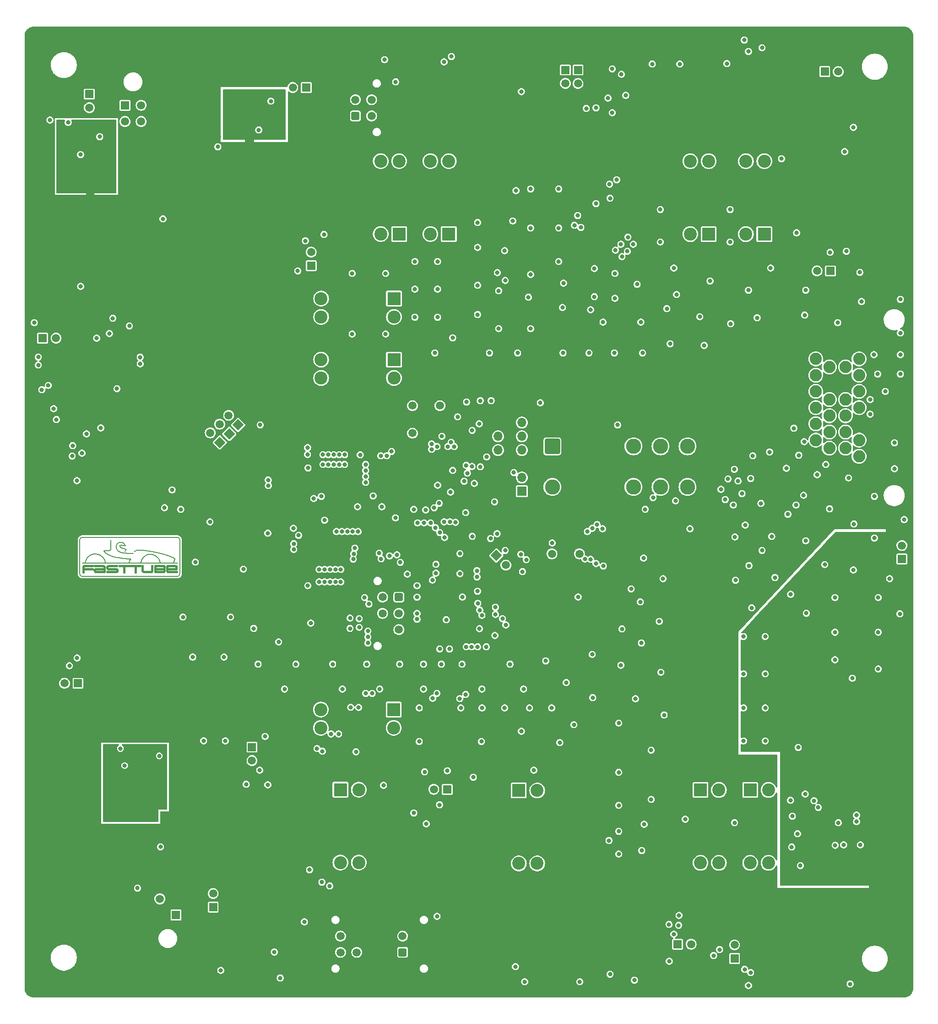
<source format=gbr>
%TF.GenerationSoftware,KiCad,Pcbnew,8.0.5*%
%TF.CreationDate,2025-02-05T16:42:00+01:00*%
%TF.ProjectId,FT25_PDU,46543235-5f50-4445-952e-6b696361645f,V1.2*%
%TF.SameCoordinates,Original*%
%TF.FileFunction,Copper,L2,Inr*%
%TF.FilePolarity,Positive*%
%FSLAX46Y46*%
G04 Gerber Fmt 4.6, Leading zero omitted, Abs format (unit mm)*
G04 Created by KiCad (PCBNEW 8.0.5) date 2025-02-05 16:42:00*
%MOMM*%
%LPD*%
G01*
G04 APERTURE LIST*
G04 Aperture macros list*
%AMRoundRect*
0 Rectangle with rounded corners*
0 $1 Rounding radius*
0 $2 $3 $4 $5 $6 $7 $8 $9 X,Y pos of 4 corners*
0 Add a 4 corners polygon primitive as box body*
4,1,4,$2,$3,$4,$5,$6,$7,$8,$9,$2,$3,0*
0 Add four circle primitives for the rounded corners*
1,1,$1+$1,$2,$3*
1,1,$1+$1,$4,$5*
1,1,$1+$1,$6,$7*
1,1,$1+$1,$8,$9*
0 Add four rect primitives between the rounded corners*
20,1,$1+$1,$2,$3,$4,$5,0*
20,1,$1+$1,$4,$5,$6,$7,0*
20,1,$1+$1,$6,$7,$8,$9,0*
20,1,$1+$1,$8,$9,$2,$3,0*%
%AMRotRect*
0 Rectangle, with rotation*
0 The origin of the aperture is its center*
0 $1 length*
0 $2 width*
0 $3 Rotation angle, in degrees counterclockwise*
0 Add horizontal line*
21,1,$1,$2,0,0,$3*%
G04 Aperture macros list end*
%TA.AperFunction,NonConductor*%
%ADD10C,0.200000*%
%TD*%
%TA.AperFunction,NonConductor*%
%ADD11C,0.400000*%
%TD*%
%TA.AperFunction,ComponentPad*%
%ADD12C,1.500000*%
%TD*%
%TA.AperFunction,ComponentPad*%
%ADD13R,1.500000X1.500000*%
%TD*%
%TA.AperFunction,ComponentPad*%
%ADD14C,5.600000*%
%TD*%
%TA.AperFunction,ComponentPad*%
%ADD15C,2.400000*%
%TD*%
%TA.AperFunction,ComponentPad*%
%ADD16R,2.400000X2.400000*%
%TD*%
%TA.AperFunction,ComponentPad*%
%ADD17RoundRect,0.250001X0.499999X-0.499999X0.499999X0.499999X-0.499999X0.499999X-0.499999X-0.499999X0*%
%TD*%
%TA.AperFunction,ComponentPad*%
%ADD18RotRect,1.500000X1.500000X135.000000*%
%TD*%
%TA.AperFunction,ComponentPad*%
%ADD19C,1.520000*%
%TD*%
%TA.AperFunction,ComponentPad*%
%ADD20R,1.520000X1.520000*%
%TD*%
%TA.AperFunction,ComponentPad*%
%ADD21C,2.250000*%
%TD*%
%TA.AperFunction,ComponentPad*%
%ADD22RotRect,1.500000X1.500000X315.000000*%
%TD*%
%TA.AperFunction,ComponentPad*%
%ADD23O,1.700000X1.700000*%
%TD*%
%TA.AperFunction,ComponentPad*%
%ADD24R,1.700000X1.700000*%
%TD*%
%TA.AperFunction,ComponentPad*%
%ADD25C,2.800000*%
%TD*%
%TA.AperFunction,ComponentPad*%
%ADD26RoundRect,0.250000X-1.150000X-1.150000X1.150000X-1.150000X1.150000X1.150000X-1.150000X1.150000X0*%
%TD*%
%TA.AperFunction,ComponentPad*%
%ADD27RoundRect,0.250001X-0.499999X0.499999X-0.499999X-0.499999X0.499999X-0.499999X0.499999X0.499999X0*%
%TD*%
%TA.AperFunction,ViaPad*%
%ADD28C,0.800000*%
%TD*%
G04 APERTURE END LIST*
D10*
X139930000Y-153200000D02*
X139830000Y-153370000D01*
X127070000Y-151350000D02*
X127290000Y-151550000D01*
X129340000Y-152380000D02*
X129700000Y-152450000D01*
D11*
X136430000Y-153930000D02*
X136430000Y-155060000D01*
D10*
X131970000Y-152670000D02*
X131800000Y-152880000D01*
X141046447Y-149103553D02*
X141050000Y-155400000D01*
X140020000Y-152600000D02*
X140120000Y-152700000D01*
X133890000Y-151040000D02*
X134240000Y-151070000D01*
X129700000Y-152450000D02*
X130110000Y-152510000D01*
D11*
X134130000Y-154860000D02*
X134220000Y-154980000D01*
X125460000Y-154500000D02*
X127050000Y-154500000D01*
D10*
X124220000Y-152140000D02*
X124410000Y-152020000D01*
X129460000Y-149850000D02*
X129350000Y-150020000D01*
D11*
X129370000Y-153930000D02*
X127850000Y-153930000D01*
D10*
X134010000Y-152740000D02*
X134190000Y-152490000D01*
X130970000Y-151590000D02*
X131400000Y-151640000D01*
D11*
X140400000Y-154490000D02*
X138730000Y-154490000D01*
D10*
X130230000Y-151450000D02*
X130620000Y-151540000D01*
D11*
X138790000Y-155000000D02*
X138700000Y-154880000D01*
X138060000Y-154510000D02*
X138160000Y-154350000D01*
D10*
X130630000Y-149760000D02*
X130460000Y-149650000D01*
X133140000Y-151040000D02*
X133310000Y-151030000D01*
D11*
X123250000Y-154490000D02*
X124880000Y-154490000D01*
D10*
X130920000Y-151240000D02*
X131100000Y-150880000D01*
D11*
X134330000Y-155050000D02*
X135670000Y-155050000D01*
D10*
X130520000Y-150710000D02*
X130250000Y-150620000D01*
X127290000Y-151550000D02*
X127460000Y-151680000D01*
X131800000Y-152880000D02*
X131720000Y-153060000D01*
X126100000Y-151880000D02*
X126230000Y-151940000D01*
X127180000Y-153000000D02*
X127220000Y-153150000D01*
X129340000Y-150820000D02*
X129420000Y-151000000D01*
X130020000Y-150120000D02*
X130150000Y-150100000D01*
X129350000Y-150020000D02*
X129270000Y-150220000D01*
X134790000Y-151130000D02*
X135430000Y-151220000D01*
D11*
X125310000Y-153950000D02*
X126820000Y-153950000D01*
D10*
X127560000Y-151130000D02*
X127310000Y-151130000D01*
X130110000Y-152510000D02*
X130520000Y-152560000D01*
X130460000Y-149650000D02*
X130240000Y-149590000D01*
X141046447Y-155396447D02*
G75*
G02*
X140546447Y-155896447I-500047J47D01*
G01*
X124410000Y-152020000D02*
X124610000Y-151920000D01*
D11*
X138190000Y-154690000D02*
X138060000Y-154510000D01*
D10*
X126430000Y-152050000D02*
X126590000Y-152170000D01*
X123520000Y-153430000D02*
X123540000Y-153250000D01*
X136750000Y-152220000D02*
X136920000Y-152390000D01*
D11*
X125310000Y-154590000D02*
X125460000Y-154500000D01*
X135820000Y-155000000D02*
X135910000Y-154880000D01*
D10*
X131690000Y-152660000D02*
X131970000Y-152670000D01*
X129800000Y-149630000D02*
X129620000Y-149710000D01*
X131100000Y-150880000D02*
X130520000Y-150710000D01*
X126950000Y-151240000D02*
X127070000Y-151350000D01*
D11*
X140400000Y-154070000D02*
X140400000Y-154490000D01*
D10*
X131310000Y-152630000D02*
X131690000Y-152660000D01*
X128050000Y-151100000D02*
X127820000Y-151120000D01*
X135690000Y-151820000D02*
X135900000Y-151840000D01*
X135900000Y-151840000D02*
X136100000Y-151890000D01*
X125550000Y-151750000D02*
X125730000Y-151780000D01*
X129420000Y-151000000D02*
X129530000Y-151130000D01*
X138660000Y-151980000D02*
X139350000Y-152230000D01*
D11*
X123440000Y-153950000D02*
X123280000Y-153970000D01*
D10*
X127120000Y-152850000D02*
X127180000Y-153000000D01*
D11*
X140340000Y-154000000D02*
X140400000Y-154070000D01*
X127650000Y-154000000D02*
X127550000Y-154110000D01*
X138110000Y-155000000D02*
X138190000Y-154880000D01*
D10*
X129240000Y-150410000D02*
X129270000Y-150600000D01*
X130520000Y-152560000D02*
X130920000Y-152600000D01*
D11*
X138160000Y-154350000D02*
X138180000Y-154210000D01*
D10*
X132150000Y-151680000D02*
X132420000Y-151680000D01*
X129960000Y-150240000D02*
X130020000Y-150120000D01*
X123880000Y-152500000D02*
X124040000Y-152310000D01*
X126590000Y-152170000D02*
X126770000Y-152340000D01*
X137030000Y-152510000D02*
X137150000Y-152680000D01*
X135440000Y-151820000D02*
X135690000Y-151820000D01*
X129060000Y-152320000D02*
X129340000Y-152380000D01*
X133900000Y-152980000D02*
X134010000Y-152740000D01*
X135220000Y-151860000D02*
X135440000Y-151820000D01*
X133520000Y-151030000D02*
X133890000Y-151040000D01*
X123650000Y-152900000D02*
X123770000Y-152670000D01*
X134930000Y-151940000D02*
X135220000Y-151860000D01*
D11*
X138180000Y-154210000D02*
X138150000Y-154040000D01*
D10*
X127220000Y-153150000D02*
X127280000Y-153410000D01*
X124860000Y-151820000D02*
X125110000Y-151770000D01*
X129710000Y-151250000D02*
X129950000Y-151360000D01*
X130920000Y-152600000D02*
X131310000Y-152630000D01*
X136100000Y-151890000D02*
X136330000Y-151970000D01*
X125110000Y-151770000D02*
X125330000Y-151740000D01*
X134370000Y-152290000D02*
X134620000Y-152110000D01*
D11*
X129310000Y-155050000D02*
X127570000Y-155050000D01*
D10*
X131400000Y-151640000D02*
X131790000Y-151670000D01*
D11*
X127550000Y-154290000D02*
X127660000Y-154460000D01*
D10*
X129620000Y-149710000D02*
X129460000Y-149850000D01*
D11*
X125370000Y-155000000D02*
X125260000Y-154880000D01*
D10*
X128110000Y-152020000D02*
X128450000Y-152150000D01*
D11*
X136430000Y-154495000D02*
X138060000Y-154490000D01*
D10*
X127030000Y-152690000D02*
X127120000Y-152850000D01*
D11*
X129450000Y-154930000D02*
X129310000Y-155050000D01*
D10*
X123590000Y-153060000D02*
X123650000Y-152900000D01*
X130250000Y-150620000D02*
X130110000Y-150550000D01*
X129270000Y-150600000D02*
X129340000Y-150820000D01*
X129270000Y-150220000D02*
X129240000Y-150410000D01*
X137860000Y-151740000D02*
X138660000Y-151980000D01*
X127850000Y-151890000D02*
X128110000Y-152020000D01*
X129530000Y-151130000D02*
X129710000Y-151250000D01*
D11*
X138700000Y-154060000D02*
X138780000Y-153970000D01*
D10*
X123770000Y-152670000D02*
X123880000Y-152500000D01*
X130240000Y-149590000D02*
X130010000Y-149580000D01*
D11*
X130750000Y-153930000D02*
X130750000Y-155120000D01*
D10*
X128220000Y-150850000D02*
X128210000Y-151020000D01*
X126230000Y-151940000D02*
X126430000Y-152050000D01*
D11*
X127060000Y-155050000D02*
X125520000Y-155050000D01*
X137980000Y-155060000D02*
X138110000Y-155000000D01*
D10*
X125330000Y-151740000D02*
X125550000Y-151750000D01*
X135990000Y-151310000D02*
X137120000Y-151560000D01*
X130110000Y-150550000D02*
X130010000Y-150460000D01*
X125730000Y-151780000D02*
X125940000Y-151820000D01*
X123003553Y-155896447D02*
G75*
G02*
X122503553Y-155396447I47J500047D01*
G01*
X126910000Y-152500000D02*
X127030000Y-152690000D01*
X132990000Y-151090000D02*
X133140000Y-151040000D01*
X128450000Y-152150000D02*
X128700000Y-152230000D01*
X135430000Y-151220000D02*
X135990000Y-151310000D01*
X134240000Y-151070000D02*
X134790000Y-151130000D01*
X133310000Y-151030000D02*
X133520000Y-151030000D01*
X132620000Y-151340000D02*
X132820000Y-151180000D01*
X128700000Y-152230000D02*
X129060000Y-152320000D01*
D11*
X125520000Y-155050000D02*
X125370000Y-155000000D01*
D10*
X131720000Y-153060000D02*
X131660000Y-153220000D01*
D11*
X138700000Y-154880000D02*
X138700000Y-154060000D01*
X138780000Y-153970000D02*
X138870000Y-153940000D01*
X138020000Y-153930000D02*
X136430000Y-153930000D01*
D10*
X122980000Y-153430000D02*
X140580000Y-153430000D01*
X133820000Y-153250000D02*
X133900000Y-152980000D01*
X122500000Y-149150000D02*
X122503553Y-155396447D01*
X134190000Y-152490000D02*
X134370000Y-152290000D01*
X130150000Y-150100000D02*
X130770000Y-150200000D01*
X123000000Y-148650000D02*
X140550000Y-148650000D01*
X129970000Y-150360000D02*
X129960000Y-150240000D01*
X128230000Y-149210000D02*
X128220000Y-150850000D01*
X128150000Y-151070000D02*
X128050000Y-151100000D01*
X137240000Y-152870000D02*
X137320000Y-153060000D01*
D11*
X126990000Y-154000000D02*
X127060000Y-154140000D01*
D10*
X123050000Y-155900000D02*
X140550000Y-155900000D01*
X140120000Y-152700000D02*
X140060000Y-152900000D01*
D11*
X127550000Y-154110000D02*
X127550000Y-154290000D01*
X127850000Y-153930000D02*
X127650000Y-154000000D01*
D10*
X137150000Y-152680000D02*
X137240000Y-152870000D01*
X123540000Y-153250000D02*
X123590000Y-153060000D01*
X128210000Y-151020000D02*
X128150000Y-151070000D01*
X130620000Y-151540000D02*
X130970000Y-151590000D01*
D11*
X126820000Y-153950000D02*
X126990000Y-154000000D01*
D10*
X137120000Y-151560000D02*
X137860000Y-151740000D01*
X130770000Y-150200000D02*
X130960000Y-150210000D01*
X136920000Y-152390000D02*
X137030000Y-152510000D01*
X130910000Y-150090000D02*
X130810000Y-149930000D01*
X127310000Y-151130000D02*
X127090000Y-151140000D01*
D11*
X138190000Y-154880000D02*
X138190000Y-154690000D01*
D10*
X132820000Y-151180000D02*
X132990000Y-151090000D01*
D11*
X124860000Y-153940000D02*
X123440000Y-153950000D01*
D10*
X127460000Y-151680000D02*
X127640000Y-151780000D01*
X126770000Y-152340000D02*
X126910000Y-152500000D01*
D11*
X127060000Y-154140000D02*
X127060000Y-155050000D01*
X135910000Y-154880000D02*
X135910000Y-153920000D01*
D10*
X134620000Y-152110000D02*
X134930000Y-151940000D01*
D11*
X140230000Y-153940000D02*
X140340000Y-154000000D01*
D10*
X124610000Y-151920000D02*
X124860000Y-151820000D01*
D11*
X134220000Y-154980000D02*
X134330000Y-155050000D01*
D10*
X130960000Y-150210000D02*
X130910000Y-150090000D01*
D11*
X123170000Y-155160000D02*
X123170000Y-154170000D01*
D10*
X129950000Y-151360000D02*
X130230000Y-151450000D01*
X125940000Y-151820000D02*
X126100000Y-151880000D01*
X133810000Y-153400000D02*
X133820000Y-153250000D01*
D11*
X129470000Y-154750000D02*
X129450000Y-154930000D01*
X127660000Y-154460000D02*
X127770000Y-154490000D01*
D10*
X131790000Y-151670000D02*
X132150000Y-151680000D01*
D11*
X127770000Y-154490000D02*
X129240000Y-154490000D01*
X125260000Y-154880000D02*
X125250000Y-154730000D01*
D10*
X137320000Y-153060000D02*
X137400000Y-153380000D01*
D11*
X129420000Y-154580000D02*
X129470000Y-154750000D01*
X136430000Y-155060000D02*
X137980000Y-155060000D01*
D10*
X127820000Y-151120000D02*
X127560000Y-151130000D01*
D11*
X125250000Y-154730000D02*
X125310000Y-154590000D01*
X129240000Y-154490000D02*
X129420000Y-154580000D01*
D10*
X136550000Y-152090000D02*
X136750000Y-152220000D01*
D11*
X138930000Y-155050000D02*
X138790000Y-155000000D01*
D10*
X122500000Y-149150000D02*
G75*
G02*
X123000000Y-148650000I500000J0D01*
G01*
X124040000Y-152310000D02*
X124220000Y-152140000D01*
X127640000Y-151780000D02*
X127850000Y-151890000D01*
D11*
X138150000Y-154040000D02*
X138020000Y-153930000D01*
D10*
X130810000Y-149930000D02*
X130630000Y-149760000D01*
D11*
X123280000Y-153970000D02*
X123190000Y-154070000D01*
D10*
X126970000Y-151170000D02*
X126950000Y-151240000D01*
X131660000Y-153220000D02*
X131610000Y-153390000D01*
X140060000Y-152900000D02*
X139930000Y-153200000D01*
D11*
X140460000Y-155050000D02*
X138930000Y-155050000D01*
D10*
X130010000Y-150460000D02*
X129970000Y-150360000D01*
X139800000Y-152440000D02*
X140020000Y-152600000D01*
X130010000Y-149580000D02*
X129800000Y-149630000D01*
D11*
X129860000Y-153930000D02*
X133720000Y-153930000D01*
X132840000Y-153940000D02*
X132840000Y-155100000D01*
X138870000Y-153940000D02*
X140230000Y-153940000D01*
X135670000Y-155050000D02*
X135820000Y-155000000D01*
D10*
X139350000Y-152230000D02*
X139800000Y-152440000D01*
D11*
X134130000Y-153930000D02*
X134130000Y-154860000D01*
D10*
X136330000Y-151970000D02*
X136550000Y-152090000D01*
X127090000Y-151140000D02*
X126970000Y-151170000D01*
X140546447Y-148653553D02*
G75*
G02*
X141046447Y-149153553I-47J-500047D01*
G01*
D12*
%TO.N,/MCU/IN1*%
%TO.C,TP2*%
X165320000Y-95960000D03*
D13*
X165320000Y-98460000D03*
%TD*%
D12*
%TO.N,/connectors/P_Out5*%
%TO.C,TP13*%
X147190001Y-214490000D03*
D13*
X147190001Y-216990000D03*
%TD*%
D12*
%TO.N,/connectors/P_Out9*%
%TO.C,TP14*%
X258880000Y-99440000D03*
D13*
X261380000Y-99440000D03*
%TD*%
D14*
%TO.N,GND*%
%TO.C,REF\u002A\u002A*%
X116410000Y-144080000D03*
%TD*%
D15*
%TO.N,Net-(D39-A2)*%
%TO.C,H12*%
X167110000Y-183885000D03*
X167110000Y-180485000D03*
%TO.N,+24V*%
X180580000Y-183885000D03*
D16*
X180580000Y-180485000D03*
%TD*%
D14*
%TO.N,GND*%
%TO.C,REF\u002A\u002A*%
X116410000Y-190080000D03*
%TD*%
D12*
%TO.N,/connectors/P_Out1*%
%TO.C,J5*%
X176505000Y-67795000D03*
%TO.N,/connectors/P_Out2*%
X176505000Y-70795000D03*
%TO.N,/connectors/P_Out1*%
X173505000Y-67795000D03*
D17*
%TO.N,/connectors/P_Out2*%
X173505000Y-70795000D03*
%TD*%
D12*
%TO.N,/MCU/IN6*%
%TO.C,TP12*%
X212339141Y-64792342D03*
D13*
X212339141Y-62292342D03*
%TD*%
D12*
%TO.N,TSMS SDC*%
%TO.C,K2*%
X184050000Y-129420000D03*
%TO.N,GND*%
X191670000Y-129420000D03*
%TO.N,/EBSR/EBS power*%
X184050000Y-124340000D03*
%TO.N,EBS supply*%
X189130000Y-124340000D03*
%TD*%
%TO.N,/MCU/IN12*%
%TO.C,TP17*%
X150052233Y-126132233D03*
D18*
X151820000Y-127900000D03*
%TD*%
D15*
%TO.N,Net-(D45-A2)*%
%TO.C,H15*%
X167159999Y-119225000D03*
X167159999Y-115825000D03*
%TO.N,/EBSR/EBS power*%
X180629999Y-119225000D03*
D16*
X180629999Y-115825000D03*
%TD*%
D12*
%TO.N,/MCU/IN7*%
%TO.C,TP4*%
X262799999Y-62600000D03*
D13*
X260299999Y-62600000D03*
%TD*%
D19*
%TO.N,/connectors/P_Out4*%
%TO.C,J9*%
X133879500Y-71825800D03*
%TO.N,/connectors/P_Out3*%
X130879500Y-71825800D03*
%TO.N,/connectors/P_Out4*%
X133879500Y-68825800D03*
D20*
%TO.N,/connectors/P_Out3*%
X130879500Y-68825800D03*
%TD*%
D15*
%TO.N,Net-(D11-A2)*%
%TO.C,H5*%
X249915000Y-208820000D03*
X246515000Y-208820000D03*
%TO.N,+24V*%
X249915000Y-195350000D03*
D16*
X246515000Y-195350000D03*
%TD*%
D19*
%TO.N,/connectors/P_Out5*%
%TO.C,J11*%
X137324000Y-215474200D03*
%TO.N,GND*%
X140324000Y-215474200D03*
X137324000Y-218474200D03*
D20*
%TO.N,/connectors/P_Out10*%
X140324000Y-218474200D03*
%TD*%
D14*
%TO.N,GND*%
%TO.C,REF\u002A\u002A*%
X159210000Y-144080000D03*
%TD*%
D12*
%TO.N,/MCU/IN8*%
%TO.C,TP5*%
X188000000Y-195230000D03*
D13*
X190500000Y-195230000D03*
%TD*%
D21*
%TO.N,+24V*%
%TO.C,J10*%
X266650000Y-115700000D03*
%TO.N,/connectors/P_Out9*%
X266650000Y-118700000D03*
%TO.N,/RBR/RES*%
X266650000Y-121700000D03*
%TO.N,/RBR/SDC bypass*%
X266650000Y-124700000D03*
%TO.N,GND*%
X266650000Y-127700000D03*
%TO.N,/connectors/P_Out6*%
X266650000Y-130700000D03*
%TO.N,+24V*%
X266650000Y-133700000D03*
%TO.N,/connectors/P_Out8*%
X264150000Y-117200000D03*
%TO.N,GND*%
X264150000Y-120200000D03*
%TO.N,unconnected-(J10-Pin_17-Pad17)*%
X264150000Y-123200000D03*
%TO.N,/RBR/SDC bypass*%
X264150000Y-126200000D03*
%TO.N,unconnected-(J10-Pin_15-Pad15)*%
X264150000Y-129200000D03*
%TO.N,/connectors/P_Out7*%
X264150000Y-132200000D03*
%TO.N,AS actuator supply*%
X261150000Y-117200000D03*
%TO.N,GND*%
X261150000Y-120200000D03*
%TO.N,stdCAN_H*%
X261150000Y-123200000D03*
%TO.N,FDCAN_L*%
X261150000Y-126200000D03*
%TO.N,FDCAN_H*%
X261150000Y-129200000D03*
%TO.N,stdCAN_L*%
X261150000Y-132200000D03*
%TO.N,+24V*%
X258650000Y-115700000D03*
%TO.N,TSMS SDC*%
X258650000Y-118700000D03*
%TO.N,EBS supply*%
X258650000Y-121700000D03*
%TO.N,24V ASMS*%
X258650000Y-124700000D03*
%TO.N,/connectors/P_Out11*%
X258650000Y-127700000D03*
%TO.N,+24V*%
X258650000Y-130700000D03*
%TO.N,GND*%
X258650000Y-133700000D03*
%TD*%
D15*
%TO.N,Net-(D59-A2)*%
%TO.C,H14*%
X187375001Y-79150000D03*
X190775001Y-79150000D03*
%TO.N,+24V*%
X187375001Y-92620000D03*
D16*
X190775001Y-92620000D03*
%TD*%
D12*
%TO.N,+3V3*%
%TO.C,TP11*%
X201328320Y-153801041D03*
D22*
X199560553Y-152033274D03*
%TD*%
D15*
%TO.N,Net-(D19-A2)*%
%TO.C,H7*%
X235435000Y-79160000D03*
X238835000Y-79160000D03*
%TO.N,+24V*%
X235435000Y-92630000D03*
D16*
X238835000Y-92630000D03*
%TD*%
D23*
%TO.N,/MCU/UART_TX*%
%TO.C,J2*%
X199865000Y-132545000D03*
%TO.N,/MCU/UART_RX*%
X199865000Y-130005000D03*
D24*
%TO.N,GND*%
X199865000Y-127465000D03*
%TD*%
D14*
%TO.N,GND*%
%TO.C,REF\u002A\u002A*%
X116410000Y-98080000D03*
%TD*%
D12*
%TO.N,/MCU/IN3*%
%TO.C,TP6*%
X154370000Y-189930000D03*
D13*
X154370000Y-187430000D03*
%TD*%
D15*
%TO.N,Net-(D15-A2)*%
%TO.C,H6*%
X178185000Y-79150000D03*
X181585000Y-79150000D03*
%TO.N,+24V*%
X178185000Y-92620000D03*
D16*
X181585000Y-92620000D03*
%TD*%
D12*
%TO.N,+3V3*%
%TO.C,U11*%
X209860000Y-151720000D03*
%TO.N,GND*%
X212400000Y-151720000D03*
%TO.N,Net-(D56-K)*%
X214940000Y-151720000D03*
%TD*%
%TO.N,/MCU/IN2*%
%TO.C,TP7*%
X118140000Y-111860000D03*
D13*
X115640000Y-111860000D03*
%TD*%
D12*
%TO.N,GND*%
%TO.C,J3*%
X185234201Y-222361500D03*
X185234201Y-225361500D03*
%TO.N,/connectors/P_Out10*%
X182234201Y-222361500D03*
D17*
X182234201Y-225361500D03*
%TD*%
D12*
%TO.N,/connectors/P_Out3*%
%TO.C,TP19*%
X124290000Y-69270000D03*
D13*
X124290000Y-66770000D03*
%TD*%
D25*
%TO.N,24V ASMS*%
%TO.C,K1*%
X209929411Y-139355000D03*
D26*
%TO.N,Net-(K1-PadA1)*%
X209929411Y-131855000D03*
D25*
%TO.N,unconnected-(K1-Pad24)*%
X234929411Y-139355000D03*
%TO.N,/RBR/SDC bypass*%
X224929411Y-139355000D03*
%TO.N,/RBR/RES*%
X229929411Y-139355000D03*
%TO.N,AS actuator supply*%
X234929411Y-131855000D03*
%TO.N,unconnected-(K1-Pad12)*%
X224929411Y-131855000D03*
%TO.N,24V ASMS*%
X229929411Y-131855000D03*
%TD*%
D15*
%TO.N,Net-(D35-A2)*%
%TO.C,H11*%
X167160000Y-107945000D03*
X167160000Y-104545000D03*
%TO.N,+24V*%
X180630000Y-107945000D03*
D16*
X180630000Y-104545000D03*
%TD*%
D12*
%TO.N,/MCU/IN10*%
%TO.C,TP3*%
X214665218Y-64797470D03*
D13*
X214665218Y-62297470D03*
%TD*%
D14*
%TO.N,GND*%
%TO.C,REF\u002A\u002A*%
X159210000Y-98080000D03*
%TD*%
D15*
%TO.N,Net-(D51-A2)*%
%TO.C,H13*%
X240725000Y-208820000D03*
X237325000Y-208820000D03*
%TO.N,AS actuator supply*%
X240725000Y-195350000D03*
D16*
X237325000Y-195350000D03*
%TD*%
D12*
%TO.N,/MCU/IN5*%
%TO.C,TP10*%
X235590000Y-223860000D03*
D13*
X233090000Y-223860000D03*
%TD*%
D12*
%TO.N,/MCU/IN13*%
%TO.C,TP16*%
X146658507Y-129361594D03*
D18*
X148426274Y-131129361D03*
%TD*%
D12*
%TO.N,GND*%
%TO.C,J7*%
X178535000Y-165725000D03*
%TO.N,FDCAN_H*%
X178535000Y-162725000D03*
%TO.N,stdCAN_H*%
X178535000Y-159725000D03*
%TO.N,/connectors/P_Out11*%
X181535000Y-165725000D03*
%TO.N,FDCAN_L*%
X181535000Y-162725000D03*
D27*
%TO.N,stdCAN_L*%
X181535000Y-159725000D03*
%TD*%
D14*
%TO.N,GND*%
%TO.C,REF\u002A\u002A*%
X159210000Y-190080000D03*
%TD*%
D12*
%TO.N,/MCU/IN11*%
%TO.C,TP15*%
X148399929Y-127761594D03*
D18*
X150167696Y-129529361D03*
%TD*%
D12*
%TO.N,/connectors/P_Out6*%
%TO.C,TP9*%
X274570000Y-150180000D03*
D13*
X274570000Y-152680000D03*
%TD*%
D15*
%TO.N,Net-(D27-A2)*%
%TO.C,H9*%
X207125000Y-208920000D03*
X203725000Y-208920000D03*
%TO.N,+24V*%
X207125000Y-195450000D03*
D16*
X203725000Y-195450000D03*
%TD*%
D15*
%TO.N,Net-(D31-A2)*%
%TO.C,H10*%
X174125000Y-208770000D03*
X170725000Y-208770000D03*
%TO.N,+24V*%
X174125000Y-195300000D03*
D16*
X170725000Y-195300000D03*
%TD*%
D12*
%TO.N,/connectors/P_Out12*%
%TO.C,J1*%
X170750000Y-225364200D03*
%TO.N,/connectors/P_Out14*%
X170750000Y-222364200D03*
%TO.N,/connectors/P_Out13*%
X173750000Y-225364200D03*
D27*
%TO.N,GND*%
X173750000Y-222364200D03*
%TD*%
D23*
%TO.N,/MCU/SWO*%
%TO.C,J4*%
X204285000Y-127465000D03*
%TO.N,/MCU/NRST*%
X204285000Y-130005000D03*
%TO.N,/MCU/SWDIO*%
X204285000Y-132545000D03*
%TO.N,GND*%
X204285000Y-135085000D03*
%TO.N,/MCU/SWCLK*%
X204285000Y-137625000D03*
D24*
%TO.N,+3V3*%
X204285000Y-140165000D03*
%TD*%
D12*
%TO.N,/MCU/IN9*%
%TO.C,TP8*%
X119700000Y-175640000D03*
D13*
X122200000Y-175640000D03*
%TD*%
D12*
%TO.N,/MCU/IN4*%
%TO.C,TP1*%
X243620000Y-224000000D03*
D13*
X243620000Y-226500000D03*
%TD*%
D12*
%TO.N,/connectors/P_Out1*%
%TO.C,TP18*%
X161920000Y-65550000D03*
D13*
X164420000Y-65550000D03*
%TD*%
D15*
%TO.N,Net-(D23-A2)*%
%TO.C,H8*%
X245725000Y-79160000D03*
X249125000Y-79160000D03*
%TO.N,+24V*%
X245725000Y-92630000D03*
D16*
X249125000Y-92630000D03*
%TD*%
D28*
%TO.N,GND*%
X114800000Y-54800000D03*
X264600000Y-55500000D03*
X267300000Y-55500000D03*
X253800000Y-55500000D03*
X261900000Y-55500000D03*
X135000000Y-55500000D03*
X243000000Y-55500000D03*
X159300000Y-55500000D03*
X170100000Y-55500000D03*
X189000000Y-55500000D03*
X226800000Y-55500000D03*
X221400000Y-55500000D03*
X234900000Y-55500000D03*
X194400000Y-55500000D03*
X129600000Y-55500000D03*
X186300000Y-55500000D03*
X270000000Y-55500000D03*
X121500000Y-55500000D03*
X210600000Y-55500000D03*
X272700000Y-55500000D03*
X240300000Y-55500000D03*
X237600000Y-55500000D03*
X180900000Y-55500000D03*
X216000000Y-55500000D03*
X259200000Y-55500000D03*
X245700000Y-55500000D03*
X172800000Y-55500000D03*
X205200000Y-55500000D03*
X256500000Y-55500000D03*
X232200000Y-55500000D03*
X224100000Y-55500000D03*
X251100000Y-55500000D03*
X248400000Y-55500000D03*
X178200000Y-55500000D03*
X151200000Y-55500000D03*
X202500000Y-55500000D03*
X132300000Y-55500000D03*
X156600000Y-55500000D03*
X137700000Y-55500000D03*
X153900000Y-55500000D03*
X229500000Y-55500000D03*
X124200000Y-55500000D03*
X191700000Y-55500000D03*
X118800000Y-55500000D03*
X116100000Y-55500000D03*
X218700000Y-55500000D03*
X148500000Y-55500000D03*
X167400000Y-55500000D03*
X140400000Y-55500000D03*
X199800000Y-55500000D03*
X145800000Y-55500000D03*
X164700000Y-55500000D03*
X143100000Y-55500000D03*
X213300000Y-55500000D03*
X207900000Y-55500000D03*
X162000000Y-55500000D03*
X183600000Y-55500000D03*
X197100000Y-55500000D03*
X175500000Y-55500000D03*
X126900000Y-55500000D03*
X274100000Y-54800000D03*
X266000000Y-54800000D03*
X268700000Y-54800000D03*
X271400000Y-54800000D03*
X263300000Y-54800000D03*
X260600000Y-54800000D03*
X257900000Y-54800000D03*
X222800000Y-54800000D03*
X255200000Y-54800000D03*
X233600000Y-54800000D03*
X225500000Y-54800000D03*
X252500000Y-54800000D03*
X230900000Y-54800000D03*
X249800000Y-54800000D03*
X247100000Y-54800000D03*
X244400000Y-54800000D03*
X241700000Y-54800000D03*
X228200000Y-54800000D03*
X239000000Y-54800000D03*
X236300000Y-54800000D03*
X217400000Y-54800000D03*
X212000000Y-54800000D03*
X206600000Y-54800000D03*
X203900000Y-54800000D03*
X195800000Y-54800000D03*
X190400000Y-54800000D03*
X187700000Y-54800000D03*
X182300000Y-54800000D03*
X179600000Y-54800000D03*
X174200000Y-54800000D03*
X171500000Y-54800000D03*
X133700000Y-54800000D03*
X158000000Y-54800000D03*
X122900000Y-54800000D03*
X160700000Y-54800000D03*
X152600000Y-54800000D03*
X155300000Y-54800000D03*
X139100000Y-54800000D03*
X136400000Y-54800000D03*
X131000000Y-54800000D03*
X198500000Y-54800000D03*
X176900000Y-54800000D03*
X128300000Y-54800000D03*
X120200000Y-54800000D03*
X117500000Y-54800000D03*
X168800000Y-54800000D03*
X141800000Y-54800000D03*
X201200000Y-54800000D03*
X147200000Y-54800000D03*
X166100000Y-54800000D03*
X144500000Y-54800000D03*
X220100000Y-54800000D03*
X214700000Y-54800000D03*
X209300000Y-54800000D03*
X163400000Y-54800000D03*
X193100000Y-54800000D03*
X149900000Y-54800000D03*
X185000000Y-54800000D03*
X125600000Y-54800000D03*
X112800000Y-231000000D03*
X113500000Y-210800000D03*
X113500000Y-102800000D03*
X113500000Y-186500000D03*
X113500000Y-175700000D03*
X113500000Y-156800000D03*
X113500000Y-119000000D03*
X113500000Y-124400000D03*
X113500000Y-110900000D03*
X113500000Y-151400000D03*
X113500000Y-216200000D03*
X113500000Y-159500000D03*
X113500000Y-224300000D03*
X113500000Y-135200000D03*
X113500000Y-164900000D03*
X113500000Y-129800000D03*
X113500000Y-173000000D03*
X113500000Y-140600000D03*
X113500000Y-113600000D03*
X113500000Y-121700000D03*
X113500000Y-167600000D03*
X113500000Y-194600000D03*
X113500000Y-213500000D03*
X113500000Y-208100000D03*
X113500000Y-116300000D03*
X113500000Y-221600000D03*
X113500000Y-154100000D03*
X113500000Y-227000000D03*
X113500000Y-229700000D03*
X113500000Y-127100000D03*
X113500000Y-197300000D03*
X113500000Y-178400000D03*
X113500000Y-205400000D03*
X113500000Y-200000000D03*
X113500000Y-181100000D03*
X113500000Y-202700000D03*
X113500000Y-132500000D03*
X113500000Y-137900000D03*
X113500000Y-183800000D03*
X113500000Y-162200000D03*
X113500000Y-148700000D03*
X113500000Y-170300000D03*
X113500000Y-218900000D03*
X112800000Y-123000000D03*
X112800000Y-112200001D03*
X112800000Y-120300001D03*
X112800000Y-114900000D03*
X112800000Y-104100000D03*
X112800000Y-117600000D03*
X112800000Y-106800000D03*
X112800000Y-109500000D03*
X112800000Y-128399999D03*
X112800000Y-133800000D03*
X112800000Y-139200000D03*
X112800000Y-141900000D03*
X112800000Y-150000000D03*
X112800000Y-155400001D03*
X112800000Y-158100000D03*
X112800000Y-163500001D03*
X112800000Y-166200000D03*
X112800000Y-171599999D03*
X112800000Y-174300000D03*
X112800000Y-212100000D03*
X112800000Y-187800000D03*
X112800000Y-222900000D03*
X112800000Y-185100000D03*
X112800000Y-193200000D03*
X112800000Y-206699999D03*
X112800000Y-209400000D03*
X112800000Y-214799999D03*
X112800000Y-147300000D03*
X112800000Y-168900000D03*
X112800000Y-217500000D03*
X112800000Y-225600001D03*
X112800000Y-228300000D03*
X112800000Y-177000000D03*
X112800000Y-204000000D03*
X112800000Y-198600001D03*
X112800000Y-179699999D03*
X112800000Y-201300000D03*
X112800000Y-125700000D03*
X112800000Y-131100000D03*
X112800000Y-136499999D03*
X112800000Y-182400000D03*
X112800000Y-152700000D03*
X112800000Y-195900000D03*
X112800000Y-160800000D03*
X112800000Y-220200000D03*
X272700000Y-233200000D03*
X264600000Y-233200000D03*
X267300000Y-233200000D03*
X270000000Y-233200000D03*
X261900000Y-233200000D03*
X259200000Y-233200000D03*
X256500000Y-233200000D03*
X221400000Y-233200000D03*
X253800000Y-233200000D03*
X232200000Y-233200000D03*
X224100000Y-233200000D03*
X251100000Y-233200000D03*
X229500000Y-233200000D03*
X248400000Y-233200000D03*
X245700000Y-233200000D03*
X243000000Y-233200000D03*
X240300000Y-233200000D03*
X226800000Y-233200000D03*
X237600000Y-233200000D03*
X234900000Y-233200000D03*
X216000000Y-233200000D03*
X210600000Y-233200000D03*
X205200000Y-233200000D03*
X202500000Y-233200000D03*
X194400000Y-233200000D03*
X189000000Y-233200000D03*
X186300000Y-233200000D03*
X180900000Y-233200000D03*
X178200000Y-233200000D03*
X172800000Y-233200000D03*
X170100000Y-233200000D03*
X132300000Y-233200000D03*
X156600000Y-233200000D03*
X121500000Y-233200000D03*
X159300000Y-233200000D03*
X151200000Y-233200000D03*
X153900000Y-233200000D03*
X137700000Y-233200000D03*
X135000000Y-233200000D03*
X129600000Y-233200000D03*
X197100000Y-233200000D03*
X175500000Y-233200000D03*
X126900000Y-233200000D03*
X118800000Y-233200000D03*
X116100000Y-233200000D03*
X167400000Y-233200000D03*
X140400000Y-233200000D03*
X199800000Y-233200000D03*
X145800000Y-233200000D03*
X164700000Y-233200000D03*
X143100000Y-233200000D03*
X218700000Y-233200000D03*
X213300000Y-233200000D03*
X207900000Y-233200000D03*
X162000000Y-233200000D03*
X191700000Y-233200000D03*
X148500000Y-233200000D03*
X183600000Y-233200000D03*
X124200000Y-233200000D03*
X274100000Y-232500000D03*
X271400000Y-232500000D03*
X268700000Y-232500000D03*
X266000000Y-232500000D03*
X263300000Y-232500000D03*
X260600000Y-232500000D03*
X257900000Y-232500000D03*
X255200000Y-232500000D03*
X252500000Y-232500000D03*
X249800000Y-232500000D03*
X247100000Y-232500000D03*
X244400000Y-232500000D03*
X241700000Y-232500000D03*
X239000000Y-232500000D03*
X236300000Y-232500000D03*
X233600000Y-232500000D03*
X230900000Y-232500000D03*
X228200000Y-232500000D03*
X225500000Y-232500000D03*
X222800000Y-232500000D03*
X220100000Y-232500000D03*
X217400000Y-232500000D03*
X214700000Y-232500000D03*
X212000000Y-232500000D03*
X209300000Y-232500000D03*
X206600000Y-232500000D03*
X203900000Y-232500000D03*
X201200000Y-232500000D03*
X198500000Y-232500000D03*
X195800000Y-232500000D03*
X193100000Y-232500000D03*
X190400000Y-232500000D03*
X187700000Y-232500000D03*
X185000000Y-232500000D03*
X182300000Y-232500000D03*
X179600000Y-232500000D03*
X176900000Y-232500000D03*
X174200000Y-232500000D03*
X171500000Y-232500000D03*
X168800000Y-232500000D03*
X166100000Y-232500000D03*
X163400000Y-232500000D03*
X160700000Y-232500000D03*
X158000000Y-232500000D03*
X155300000Y-232500000D03*
X152600000Y-232500000D03*
X149900000Y-232500000D03*
X147200000Y-232500000D03*
X144500000Y-232500000D03*
X141800000Y-232500000D03*
X139100000Y-232500000D03*
X136400000Y-232500000D03*
X133700000Y-232500000D03*
X131000000Y-232500000D03*
X128300000Y-232500000D03*
X125600000Y-232500000D03*
X122900000Y-232500000D03*
X120200000Y-232500000D03*
X117500000Y-232500000D03*
%TO.N,Net-(U2-PA0)*%
X214700000Y-159700000D03*
%TO.N,/MCU/NRST*%
X196600000Y-135633794D03*
%TO.N,GND*%
X156200000Y-56750000D03*
X140700000Y-76700000D03*
X126300000Y-57200000D03*
X157550000Y-56750000D03*
X162700000Y-56750000D03*
X202070000Y-141100000D03*
X265900000Y-82700000D03*
X188725000Y-137630000D03*
X142000000Y-189000000D03*
X130070000Y-106520000D03*
X232150001Y-60800000D03*
X126595000Y-114185000D03*
X133298000Y-139970000D03*
X229300000Y-153800000D03*
X148200000Y-74600000D03*
X114700000Y-63800000D03*
X146500000Y-158700000D03*
X275100000Y-165500000D03*
X198930009Y-83630009D03*
X198981636Y-58948364D03*
X270150000Y-90373218D03*
X120300000Y-100000000D03*
X268450000Y-83226782D03*
X235100000Y-128600000D03*
X158600000Y-221350000D03*
X152590000Y-83790000D03*
X113400000Y-59800000D03*
X218798012Y-88898004D03*
X154200000Y-74100000D03*
X162340000Y-227320000D03*
X252800000Y-166800000D03*
X269299999Y-90900000D03*
X275100000Y-176700000D03*
X159350000Y-220500000D03*
X121020000Y-187060000D03*
X251500000Y-169400000D03*
X217427008Y-226775000D03*
X128580000Y-194790000D03*
X244450000Y-220530000D03*
X125020000Y-190060000D03*
X124500000Y-81800000D03*
X271850000Y-83226782D03*
X162950000Y-188250000D03*
X151402000Y-229980000D03*
X252800000Y-173300000D03*
X183500000Y-206170000D03*
X113400000Y-62500000D03*
X126300000Y-62500000D03*
X137690000Y-114580000D03*
X125020000Y-193060000D03*
X272700000Y-82700000D03*
X188499994Y-133200000D03*
X186625001Y-67910000D03*
X271800000Y-176700000D03*
X196400000Y-138000000D03*
X267600000Y-90900000D03*
X273550000Y-90373218D03*
X192450000Y-70165001D03*
X183520000Y-201650000D03*
X120300000Y-98700000D03*
X125000000Y-58500000D03*
X275100000Y-169400000D03*
X120300000Y-97300000D03*
X251500000Y-164200000D03*
X134400001Y-101079999D03*
X272699999Y-90900000D03*
X119820000Y-82610000D03*
X242440000Y-57040000D03*
X275100000Y-170700000D03*
X272900000Y-176700000D03*
X217270000Y-75120000D03*
X274400000Y-85600000D03*
X274926782Y-89850000D03*
X194000000Y-130100000D03*
X270700000Y-176700000D03*
X185600000Y-132000000D03*
X121020000Y-190060000D03*
X275100000Y-166800000D03*
X156030000Y-150040000D03*
X164650000Y-59200000D03*
X229540000Y-68670000D03*
X177200000Y-137760000D03*
X123900000Y-134000000D03*
X180473008Y-59923008D03*
X140700000Y-71700000D03*
X117000000Y-85900000D03*
X163950000Y-56750000D03*
X113400000Y-58500000D03*
X125000000Y-62500000D03*
X185171992Y-155668008D03*
X229600000Y-145900000D03*
X167870000Y-80280000D03*
X116950000Y-127809998D03*
X142000000Y-192000000D03*
X252800000Y-164200000D03*
X151800000Y-140000000D03*
X130400000Y-81200000D03*
X140700000Y-72700000D03*
X274400000Y-83899999D03*
X121600000Y-96000000D03*
X126300000Y-58500000D03*
X240270000Y-63100000D03*
X234852089Y-199006073D03*
X142000000Y-195000000D03*
X140700000Y-78700000D03*
X135710000Y-129090000D03*
X241590000Y-216010000D03*
X251500000Y-172000000D03*
X196900000Y-147200000D03*
X140700000Y-75700000D03*
X191600000Y-114800000D03*
X260240000Y-200890000D03*
X121600000Y-98700000D03*
X125000000Y-63800000D03*
X130010000Y-177380000D03*
X251500000Y-173300000D03*
X240800000Y-227800000D03*
X232238147Y-227775000D03*
X266750000Y-90373218D03*
X147700000Y-132700000D03*
X158900000Y-56750000D03*
X130209425Y-128709479D03*
X126500000Y-130900000D03*
X123020000Y-187060000D03*
X271800000Y-175700000D03*
X179900000Y-210800000D03*
X257800000Y-208564999D03*
X154200000Y-72700000D03*
X114700000Y-62500000D03*
X204430000Y-149675000D03*
X140000000Y-189000000D03*
X181400000Y-135721507D03*
X140700000Y-74700000D03*
X274400000Y-90900000D03*
X251500000Y-166800000D03*
X201379994Y-139000000D03*
X168750000Y-90690000D03*
X182700000Y-64300000D03*
X164010000Y-195260000D03*
X123800000Y-141300000D03*
X192025000Y-133155564D03*
X153255000Y-143865000D03*
X267082501Y-69210000D03*
X121600000Y-100000000D03*
X124500000Y-83300000D03*
X154425000Y-143860000D03*
X140000000Y-192000000D03*
X140700000Y-77700000D03*
X244490000Y-216660000D03*
X158990000Y-154700000D03*
X274000000Y-175700000D03*
X274400000Y-89000000D03*
X267600000Y-82700000D03*
X140700000Y-80700000D03*
X125096643Y-176415000D03*
X251500000Y-170700000D03*
X131540000Y-163930000D03*
X184700000Y-137700000D03*
X275100000Y-173300000D03*
X268450000Y-90373218D03*
X124740000Y-108780000D03*
X131540000Y-160600000D03*
X275100000Y-172000000D03*
X148960000Y-193750000D03*
X135350000Y-194860000D03*
X252800000Y-172000000D03*
X214590000Y-126320000D03*
X146800000Y-197100000D03*
X275100000Y-164200000D03*
X195170000Y-196200000D03*
X252800000Y-169400000D03*
X121020000Y-193060000D03*
X252050000Y-86400000D03*
X126300000Y-61100000D03*
X212000000Y-168600000D03*
X275100000Y-174600000D03*
X160220000Y-219510000D03*
X270150000Y-83226782D03*
X179087574Y-149787575D03*
X231775000Y-217920000D03*
X206840000Y-230230000D03*
X212900000Y-155475000D03*
X265899999Y-90900000D03*
X215500000Y-128000000D03*
X242075015Y-222124985D03*
X140700000Y-83700000D03*
X269300000Y-82700000D03*
X116950000Y-135830000D03*
X254600000Y-198200000D03*
X140700000Y-73700000D03*
X275100000Y-168100000D03*
X247207740Y-59194900D03*
X274000000Y-176700000D03*
X167600000Y-124500000D03*
X123020000Y-190060000D03*
X251500000Y-165500000D03*
X194400004Y-57000000D03*
X258864644Y-208564999D03*
X252800000Y-168100000D03*
X263300000Y-216500000D03*
X178245000Y-136795000D03*
X224200000Y-127600000D03*
X121600000Y-97300000D03*
X148400000Y-99900000D03*
X249000000Y-75400000D03*
X125020000Y-187060000D03*
X144000000Y-195000000D03*
X271850000Y-90373218D03*
X125000000Y-59800000D03*
X144240000Y-96300000D03*
X182550000Y-134690000D03*
X243400000Y-65100000D03*
X125000000Y-57200000D03*
X274926782Y-88150000D03*
X114700000Y-58500000D03*
X235970000Y-69880000D03*
X199550000Y-202990000D03*
X129100000Y-224500000D03*
X145248008Y-149151992D03*
X144000000Y-189000000D03*
X252800000Y-174600000D03*
X140700000Y-81700000D03*
X160200000Y-56750000D03*
X144000000Y-192000000D03*
X217140000Y-70970000D03*
X120300000Y-96000000D03*
X114700000Y-57200000D03*
X129286643Y-176385057D03*
X271000000Y-82700000D03*
X142900000Y-143900000D03*
X251500000Y-174600000D03*
X274926782Y-86450000D03*
X260700000Y-66800000D03*
X226460000Y-207680000D03*
X252800000Y-165500000D03*
X123020000Y-193060000D03*
X273550000Y-83226782D03*
X140700000Y-79700000D03*
X113400000Y-63800000D03*
X211890000Y-68700000D03*
X185500000Y-141700000D03*
X271000000Y-90900000D03*
X272900000Y-175700000D03*
X166975000Y-198520000D03*
X274926782Y-84750000D03*
X161500000Y-56750000D03*
X275100000Y-175700000D03*
X221190000Y-149810000D03*
X157895000Y-66595000D03*
X222170599Y-154075000D03*
X219100000Y-195200000D03*
X266750000Y-83226782D03*
X151600000Y-68300000D03*
X126210000Y-73180000D03*
X251500000Y-168100000D03*
X113400000Y-61100000D03*
X132600000Y-198700000D03*
X137410000Y-194860000D03*
X126300000Y-59800000D03*
X140000000Y-195000000D03*
X125000000Y-61100000D03*
X274400000Y-87299999D03*
X252800000Y-170700000D03*
X161120000Y-218550000D03*
X126300000Y-63800000D03*
X197600000Y-132070000D03*
X229706522Y-226989502D03*
X133430000Y-199400000D03*
X247030000Y-62725000D03*
X193560000Y-220630000D03*
X114700000Y-59800000D03*
X152615045Y-153286262D03*
X201240000Y-70840000D03*
X164650000Y-57900000D03*
X114700000Y-61100000D03*
X252050000Y-87800000D03*
X121096643Y-164655057D03*
X141750000Y-91230000D03*
X199570000Y-199410000D03*
X270700000Y-175700000D03*
X136350000Y-194860000D03*
X274400000Y-82700000D03*
X223800000Y-217600000D03*
X140470000Y-130070000D03*
X125100000Y-140000000D03*
X131520000Y-162470000D03*
X139330000Y-90060000D03*
X200540000Y-146910000D03*
X154900000Y-56750000D03*
X113400000Y-57200000D03*
X151800000Y-199000000D03*
X128310000Y-75640000D03*
%TO.N,+3V3*%
X157865000Y-68065000D03*
X233500000Y-61200000D03*
X171500000Y-135200000D03*
X175400000Y-137400000D03*
X169500000Y-133400000D03*
X207700000Y-123800000D03*
X195100000Y-128900000D03*
X165250000Y-164525000D03*
X164699992Y-157600000D03*
X190600000Y-131900000D03*
X204100000Y-151800000D03*
X196100000Y-168900012D03*
X187600000Y-131400000D03*
X199750000Y-99750000D03*
X175800000Y-168200000D03*
X166800000Y-156900000D03*
X201200000Y-151100000D03*
X204200000Y-66300000D03*
X191200000Y-131100000D03*
X155805000Y-191700000D03*
X128640000Y-108180000D03*
X167800000Y-154600000D03*
X186200000Y-146000000D03*
X187400000Y-146000000D03*
X232400000Y-222000000D03*
X191800000Y-131900000D03*
X196400000Y-127700000D03*
X167500000Y-135200000D03*
X201199997Y-101199997D03*
X220225000Y-67500000D03*
X175800000Y-167100000D03*
X197700000Y-168900000D03*
X187600000Y-132400000D03*
X133700000Y-115375000D03*
X188600000Y-131900000D03*
X122026642Y-170965056D03*
X169500000Y-135200000D03*
X168800000Y-156900000D03*
X175400000Y-136300000D03*
X188300000Y-146900000D03*
X171500000Y-133400000D03*
X174000000Y-147600000D03*
X170000000Y-147600000D03*
X175800000Y-166000000D03*
X190000000Y-148700000D03*
X246200000Y-58900000D03*
X164640000Y-133350000D03*
X126210000Y-74640000D03*
X168500000Y-135200000D03*
X185000000Y-146000000D03*
X194000000Y-168900000D03*
X169800000Y-154600000D03*
X170500000Y-133400000D03*
X225100008Y-230500000D03*
X187739097Y-156575000D03*
X169800000Y-156900000D03*
X165025000Y-210100000D03*
X164730000Y-135850000D03*
X171000000Y-147600000D03*
X245500000Y-228500000D03*
X145438624Y-186269996D03*
X188400000Y-153650000D03*
X166800000Y-154600000D03*
X168500000Y-133400000D03*
X188710000Y-139040000D03*
X189100000Y-147800000D03*
X170800000Y-156900000D03*
X175400000Y-138500000D03*
X223500000Y-67000000D03*
X130035000Y-187700000D03*
X191500000Y-136300000D03*
X184300000Y-143500000D03*
X164660000Y-132100000D03*
X248700000Y-58200000D03*
X170500000Y-135200000D03*
X204400000Y-155000000D03*
X167500000Y-133400000D03*
X170800000Y-154600000D03*
X175400000Y-135200000D03*
X195000000Y-168900000D03*
X172000000Y-147600000D03*
X164250000Y-93870000D03*
X189060000Y-198100000D03*
X149450000Y-186282143D03*
X194062314Y-123660425D03*
X167800000Y-156900000D03*
X193900000Y-144100000D03*
X188399998Y-155300000D03*
X205100000Y-152800000D03*
X202800000Y-136700000D03*
X173000000Y-147600000D03*
X168800000Y-154600000D03*
%TO.N,stdCAN_H*%
X196133795Y-160866207D03*
X216989289Y-152725000D03*
X232700000Y-141925000D03*
X217300000Y-147000000D03*
X199400000Y-162900000D03*
X247000008Y-133600000D03*
X184900000Y-157600000D03*
%TO.N,/MCU/Vref*%
X157300000Y-147900000D03*
X152780000Y-154550000D03*
%TO.N,stdCAN_L*%
X193300000Y-159700000D03*
X243600000Y-136100000D03*
X215942925Y-152674563D03*
X216400000Y-147600000D03*
X228550378Y-141349621D03*
X199400000Y-161600000D03*
X184900000Y-159725000D03*
%TO.N,/MCU/NRST*%
X195050000Y-135577024D03*
X191099997Y-140299997D03*
X193990000Y-135364382D03*
%TO.N,/powerstages/IS4*%
X246600000Y-229100000D03*
X204800000Y-230800000D03*
%TO.N,/connectors/P_Out1*%
X162830000Y-99440000D03*
%TO.N,/powerstages/IS1*%
X178900000Y-60400000D03*
X167700000Y-92700000D03*
%TO.N,/powerstages/IS10*%
X221000000Y-70200000D03*
X221000000Y-62100000D03*
%TO.N,/connectors/P_Out8*%
X237200000Y-107900000D03*
X191260000Y-59820000D03*
X232900000Y-103800000D03*
X231100000Y-106400000D03*
X202600000Y-90200000D03*
X205900000Y-100100000D03*
X211100000Y-97700000D03*
X217700000Y-104200000D03*
X205900000Y-84300000D03*
X242900000Y-109200000D03*
X221500000Y-104500000D03*
X211100000Y-91500000D03*
X203200000Y-84600000D03*
X217700000Y-99000000D03*
X205900000Y-91500000D03*
X211100000Y-84300000D03*
X247800000Y-108100000D03*
X225600000Y-101900000D03*
X221500000Y-99900000D03*
X201100000Y-95700000D03*
X212000000Y-101700000D03*
%TO.N,/powerstages/IS8*%
X186600000Y-201600000D03*
X159600000Y-230100000D03*
%TO.N,/powerstages/IS3*%
X148600000Y-228700000D03*
X153301992Y-194298008D03*
%TO.N,/powerstages/IS2*%
X155900000Y-127900000D03*
X131700000Y-109600000D03*
%TO.N,/connectors/P_Out9*%
X267100000Y-105100000D03*
X274300000Y-104700000D03*
X274300000Y-110900000D03*
X266800000Y-99700000D03*
X261300000Y-96000000D03*
X269400000Y-114900000D03*
X270100000Y-118500000D03*
X274300000Y-118500000D03*
X255100000Y-92400000D03*
X274300000Y-114900000D03*
%TO.N,/powerstages/IS9*%
X120600000Y-172400000D03*
X139600000Y-139900000D03*
%TO.N,Net-(IC9-SW)*%
X256690000Y-196100000D03*
X255400002Y-187499995D03*
%TO.N,Net-(D43-K)*%
X253979994Y-197260000D03*
X258320002Y-197355000D03*
%TO.N,Net-(IC9-PFM{slash}SYNC)*%
X262820000Y-201410000D03*
X254325000Y-200207326D03*
%TO.N,Net-(C53-Pad2)*%
X266900000Y-205500000D03*
X263800000Y-205500000D03*
%TO.N,/connectors/P_Out5*%
X133200000Y-213500002D03*
X130830000Y-190830000D03*
%TO.N,/powerstages/IS5*%
X231500000Y-220200000D03*
X215000000Y-230800000D03*
%TO.N,/connectors/P_Out6*%
X273200000Y-136000000D03*
X262200000Y-159800000D03*
X273200000Y-131200000D03*
X265600000Y-154700000D03*
X275000000Y-145400000D03*
X262200000Y-171300000D03*
X272300000Y-156300000D03*
X262200000Y-166200000D03*
X270200000Y-159800000D03*
X270200000Y-166200000D03*
X254200000Y-205900000D03*
X270200000Y-173000000D03*
X269500000Y-148800000D03*
X269500000Y-141100000D03*
%TO.N,/connectors/P_Out3*%
X120380000Y-72000000D03*
X117010000Y-71560000D03*
X122670000Y-77940000D03*
X122690000Y-102300000D03*
%TO.N,Net-(D63-K)*%
X137210000Y-189045000D03*
X137460000Y-205870000D03*
%TO.N,/connectors/P_Out7*%
X243800000Y-156600000D03*
X258900000Y-137100000D03*
X256400000Y-140900000D03*
X228200000Y-197100000D03*
X222200000Y-183000000D03*
X248700000Y-151100000D03*
X246300000Y-153900000D03*
X230600000Y-181500000D03*
X250500000Y-148500000D03*
X255000000Y-142700000D03*
X222200000Y-203000000D03*
X230000000Y-173600000D03*
X222200000Y-207200000D03*
X253500000Y-144400000D03*
X222200000Y-198200000D03*
X222200000Y-192100000D03*
X226900000Y-201700000D03*
X225300000Y-178500000D03*
X220400000Y-204700000D03*
X260500000Y-135200000D03*
X228200000Y-188000000D03*
%TO.N,/MCU/SWDIO*%
X199250000Y-142110000D03*
X199700000Y-148000000D03*
%TO.N,Net-(D14-A)*%
X265000000Y-231200000D03*
X246200000Y-231500000D03*
%TO.N,Net-(D38-A)*%
X114100000Y-109000000D03*
X137910000Y-89820000D03*
%TO.N,Net-(D44-A)*%
X274200000Y-162800000D03*
X256899996Y-162700000D03*
%TO.N,/powerstages/IS11*%
X125650000Y-111860000D03*
X115500000Y-121400000D03*
%TO.N,/connectors/P_Out12*%
X121109733Y-133655785D03*
X126410000Y-128460000D03*
%TO.N,Net-(D65-A)*%
X252300000Y-78700000D03*
X264000000Y-77400000D03*
%TO.N,Net-(D66-A)*%
X265600000Y-72900000D03*
X264299998Y-95800000D03*
%TO.N,/connectors/P_Out11*%
X159300000Y-168000000D03*
X141600000Y-163400000D03*
X154700000Y-165500000D03*
X208700000Y-171500000D03*
X150400000Y-163400000D03*
X202100000Y-172100000D03*
X149200000Y-170800000D03*
X243400000Y-142700000D03*
X204600000Y-176700000D03*
X171100000Y-176700000D03*
X254600000Y-128500000D03*
X186100000Y-172100000D03*
X143400000Y-170800000D03*
X189400000Y-172100000D03*
X155500000Y-172100000D03*
X217300000Y-170300000D03*
X162500000Y-172100000D03*
X226200000Y-160600000D03*
X230400000Y-156300000D03*
X222800000Y-165600000D03*
X245000000Y-140600000D03*
X186100000Y-176700000D03*
X246600000Y-137800000D03*
X196900000Y-176700000D03*
X175600000Y-172100000D03*
X212500000Y-175500000D03*
X181700000Y-172100000D03*
X160400000Y-176700000D03*
X169300000Y-172100000D03*
X250100000Y-132900000D03*
X193225000Y-172100000D03*
X178000000Y-176700000D03*
%TO.N,/connectors/P_Out10*%
X188600000Y-218700000D03*
%TO.N,+24V*%
X211800000Y-106200000D03*
X226400000Y-168200000D03*
X186300000Y-192000000D03*
X178700000Y-194500000D03*
X221400000Y-114600000D03*
X232400000Y-98900000D03*
X226300000Y-108900000D03*
X248500000Y-142400000D03*
X196800000Y-186400000D03*
X184500000Y-108000000D03*
X196925000Y-180200000D03*
X261200000Y-143400000D03*
X245300000Y-167000000D03*
X249300000Y-173900000D03*
X200000000Y-103100000D03*
X254000000Y-159200000D03*
X219300000Y-108900000D03*
X195300000Y-193000000D03*
X184300000Y-199600000D03*
X196100000Y-95100000D03*
X265700000Y-146200000D03*
X229900000Y-88100000D03*
X213900000Y-183300000D03*
X209800000Y-180200000D03*
X191500000Y-111800000D03*
X205900000Y-110100000D03*
X200000000Y-110100000D03*
X253200000Y-135900000D03*
X172900000Y-99900000D03*
X196100000Y-90500000D03*
X268700000Y-123200000D03*
X179100000Y-111100000D03*
X206500000Y-191700000D03*
X211300000Y-186600000D03*
X238000000Y-113200000D03*
X173600000Y-188300000D03*
X246200000Y-103000000D03*
X185300000Y-180200000D03*
X184500000Y-97700000D03*
X198300000Y-114600000D03*
X255500000Y-133500000D03*
X184500000Y-102800000D03*
X172900000Y-111100000D03*
X188700000Y-108000000D03*
X246800000Y-161700000D03*
X242800000Y-88100000D03*
X188700000Y-97700000D03*
X244266563Y-138250000D03*
X205500000Y-104300000D03*
X239100000Y-101300000D03*
X217000000Y-106600000D03*
X188700000Y-102800000D03*
X217400000Y-178300000D03*
X250300000Y-98900000D03*
X196100000Y-102100000D03*
X226600000Y-114600000D03*
X193000000Y-180200000D03*
X251100000Y-156100000D03*
X201100000Y-180200000D03*
X211900000Y-114600000D03*
X216700000Y-114600000D03*
X229700000Y-164200000D03*
X256600000Y-107600000D03*
X249300000Y-186300000D03*
X264700000Y-137700000D03*
X222600000Y-172300000D03*
X262700000Y-109000000D03*
X205700000Y-180200000D03*
X249300000Y-180200000D03*
X231700000Y-112900000D03*
X204200000Y-184500000D03*
X260300000Y-153700000D03*
X256800000Y-103000000D03*
X243700000Y-148600000D03*
X242800000Y-94100000D03*
X245300000Y-186300000D03*
X268700000Y-125900000D03*
X249300000Y-167000000D03*
X179100000Y-99900000D03*
X245300000Y-173900000D03*
X245300000Y-180200000D03*
X256800000Y-149300000D03*
X229900000Y-94100000D03*
X256500000Y-131000000D03*
X203500000Y-114600000D03*
X245600000Y-146400000D03*
X196100000Y-107500000D03*
X185300000Y-186400000D03*
%TO.N,Net-(IC9-PG{slash}SYNCOUT)*%
X255264720Y-203443899D03*
X266180000Y-200010000D03*
%TO.N,Net-(IC9-LO)*%
X259110000Y-198600000D03*
X265400000Y-174700000D03*
%TO.N,Net-(IC9-FB)*%
X262240000Y-205570000D03*
X255800000Y-209340000D03*
X266200000Y-201200000D03*
%TO.N,/MCU/SWO*%
X197780000Y-133810000D03*
%TO.N,FDCAN_H*%
X219200000Y-147075000D03*
X201326447Y-164859505D03*
X235375000Y-147075000D03*
X241901041Y-141700000D03*
X196899966Y-163092769D03*
X184900000Y-163800000D03*
X219340589Y-153966688D03*
%TO.N,FDCAN_L*%
X227100000Y-143490250D03*
X184900000Y-162725000D03*
X200700008Y-163700000D03*
X196500000Y-162121928D03*
X241100000Y-139800000D03*
X218200000Y-146300000D03*
X218000000Y-153500000D03*
%TO.N,/RBR/SDC bypass*%
X242425000Y-137881802D03*
X222000000Y-127899960D03*
%TO.N,24V ASMS*%
X209900000Y-149700000D03*
X224500000Y-158200000D03*
%TO.N,Net-(Q5-G)*%
X233360000Y-218530000D03*
X226460000Y-206550000D03*
%TO.N,Net-(U2-PA0)*%
X195967991Y-154832009D03*
X192817991Y-151682009D03*
X176780000Y-141010000D03*
%TO.N,Net-(U2-BOOT0)*%
X195500000Y-138700000D03*
X194201992Y-136801992D03*
%TO.N,Net-(U2-PC0)*%
X226800000Y-152500000D03*
X198500000Y-148900000D03*
X189000000Y-142375000D03*
X195112500Y-148487500D03*
%TO.N,Net-(U2-PA11)*%
X162999999Y-148299999D03*
X143900000Y-153240000D03*
%TO.N,Net-(U2-PA12)*%
X146600000Y-145800000D03*
X162039380Y-146994046D03*
%TO.N,/MCU/ISENSE1*%
X180950000Y-64500000D03*
X174400000Y-133425000D03*
%TO.N,/MCU/ISENSE3*%
X158500000Y-225300000D03*
X175399996Y-177500000D03*
X166400000Y-187700000D03*
X172500010Y-165500000D03*
X167300000Y-212400000D03*
X177900000Y-151600000D03*
X169000000Y-185000000D03*
X172630000Y-180080042D03*
X172500000Y-163600002D03*
X164060000Y-219720000D03*
%TO.N,/MCU/ISENSE4*%
X179800000Y-152100000D03*
X203100000Y-228000000D03*
X187800000Y-178400000D03*
X175200000Y-159800000D03*
X192800000Y-178475000D03*
X189100000Y-169300000D03*
%TO.N,/MCU/ISENSE5*%
X190900000Y-169300000D03*
X188575000Y-177500000D03*
X193900000Y-177700000D03*
X181168421Y-151900000D03*
X220600000Y-229400000D03*
X176000000Y-161000000D03*
%TO.N,/MCU/ISENSE6*%
X178200000Y-133600000D03*
X189900000Y-60800000D03*
%TO.N,/MCU/ISENSE7*%
X220500000Y-83399996D03*
X214599998Y-89200002D03*
X180200000Y-132800000D03*
X242201992Y-61125000D03*
%TO.N,/MCU/ISENSE8*%
X168746017Y-213092734D03*
X170399993Y-185000007D03*
X178251992Y-152651992D03*
X167400000Y-188200000D03*
X176600000Y-177500000D03*
X174200000Y-165300000D03*
X174098008Y-180098008D03*
X174200000Y-163700000D03*
%TO.N,/MCU/ISENSE9*%
X162100000Y-149849997D03*
X141200000Y-143500000D03*
%TO.N,/MCU/ISENSE10*%
X228400000Y-61200000D03*
X179300000Y-133600000D03*
%TO.N,/MCU/IN4*%
X243620000Y-201400000D03*
X196000000Y-156000000D03*
%TO.N,/MCU/IN1*%
X190961292Y-145792265D03*
X188200000Y-114600000D03*
%TO.N,/MCU/IN10*%
X218000000Y-87000000D03*
X196600000Y-123425000D03*
X218000000Y-69300000D03*
X214000000Y-91000000D03*
%TO.N,/MCU/IN7*%
X215200000Y-91400000D03*
X198600000Y-123425000D03*
X245425000Y-56774999D03*
X220600000Y-86000000D03*
%TO.N,/MCU/IN8*%
X190500002Y-191800000D03*
X196450000Y-165550000D03*
%TO.N,/MCU/IN3*%
X157300000Y-194400000D03*
X156800000Y-185450000D03*
X190300000Y-163900000D03*
%TO.N,/MCU/IN2*%
X189911324Y-145800714D03*
X128000000Y-111000000D03*
%TO.N,/MCU/IN9*%
X183096519Y-155468306D03*
%TO.N,/MCU/IN11*%
X173178100Y-151701287D03*
X129400000Y-121200000D03*
%TO.N,/MCU/IN12*%
X133700000Y-116600000D03*
X173400000Y-150675000D03*
%TO.N,/MCU/IN13*%
X114850000Y-116835000D03*
X173100000Y-152700000D03*
%TO.N,/MCU/PC_Read*%
X181800000Y-153300000D03*
X196079810Y-158620190D03*
X234500000Y-200750000D03*
X192829810Y-155370190D03*
%TO.N,/MCU/PC_EN*%
X233278008Y-220361992D03*
X193600000Y-138300000D03*
%TO.N,/MCU/IN5*%
X240850000Y-224850000D03*
X239750000Y-225950000D03*
X231550000Y-227000000D03*
X199301990Y-166798006D03*
%TO.N,/MCU/IN6*%
X189500000Y-130000004D03*
X216200000Y-69400000D03*
X192400000Y-126400000D03*
X192007326Y-145883469D03*
%TO.N,/MCU/DSEL0*%
X167800000Y-145500000D03*
X118200000Y-126900000D03*
X114850000Y-115365000D03*
X186500000Y-143600000D03*
X157400000Y-139100000D03*
X165800000Y-141500000D03*
X180900000Y-145064290D03*
X116700000Y-120600008D03*
%TO.N,/MCU/DSEL1*%
X178400000Y-143025000D03*
X173900000Y-143025000D03*
X167200000Y-141100000D03*
X188070107Y-143211227D03*
X157374997Y-138074989D03*
X117700000Y-124900000D03*
%TO.N,/MCU/ISENSE11*%
X162100000Y-150900000D03*
X138200000Y-143200000D03*
%TO.N,/connectors/P_Out14*%
X122000006Y-138200000D03*
%TO.N,/connectors/P_Out13*%
X123770000Y-129560000D03*
X122925000Y-133107169D03*
X121220000Y-131730000D03*
%TO.N,Net-(D74-K)*%
X155620000Y-73390000D03*
X148060000Y-76510000D03*
%TO.N,/RBR/RES*%
X221600000Y-95600000D03*
X222600000Y-94500000D03*
X223800000Y-95800000D03*
X271500000Y-121699968D03*
X222700008Y-63100000D03*
X222800000Y-96800000D03*
X223901000Y-93200000D03*
X224900000Y-94500000D03*
X221820000Y-82600000D03*
%TO.N,GND*%
X114800000Y-232500000D03*
%TD*%
%TA.AperFunction,Conductor*%
%TO.N,GND*%
G36*
X129449957Y-187543234D02*
G01*
X129449955Y-187543239D01*
X129429318Y-187699998D01*
X129429318Y-187700001D01*
X129449955Y-187856760D01*
X129449956Y-187856762D01*
X129510464Y-188002841D01*
X129606718Y-188128282D01*
X129732159Y-188224536D01*
X129878238Y-188285044D01*
X129956619Y-188295363D01*
X130034999Y-188305682D01*
X130035000Y-188305682D01*
X130035001Y-188305682D01*
X130087254Y-188298802D01*
X130191762Y-188285044D01*
X130337841Y-188224536D01*
X130463282Y-188128282D01*
X130559536Y-188002841D01*
X130620044Y-187856762D01*
X130640682Y-187700000D01*
X130620044Y-187543238D01*
X130602134Y-187500000D01*
X138200000Y-187500000D01*
X138200000Y-198600000D01*
X138000000Y-198600000D01*
X136900000Y-198600000D01*
X136823463Y-198615224D01*
X136758579Y-198658579D01*
X136715224Y-198723463D01*
X136700000Y-198800000D01*
X136700000Y-200800000D01*
X136500000Y-200800000D01*
X127700000Y-200800000D01*
X127500000Y-200800000D01*
X127500000Y-190829998D01*
X130224318Y-190829998D01*
X130224318Y-190830001D01*
X130244955Y-190986760D01*
X130244956Y-190986762D01*
X130305464Y-191132841D01*
X130401718Y-191258282D01*
X130527159Y-191354536D01*
X130673238Y-191415044D01*
X130751619Y-191425363D01*
X130829999Y-191435682D01*
X130830000Y-191435682D01*
X130830001Y-191435682D01*
X130882254Y-191428802D01*
X130986762Y-191415044D01*
X131132841Y-191354536D01*
X131258282Y-191258282D01*
X131354536Y-191132841D01*
X131415044Y-190986762D01*
X131435682Y-190830000D01*
X131415044Y-190673238D01*
X131354536Y-190527159D01*
X131258282Y-190401718D01*
X131132841Y-190305464D01*
X130986762Y-190244956D01*
X130986760Y-190244955D01*
X130830001Y-190224318D01*
X130829999Y-190224318D01*
X130673239Y-190244955D01*
X130673237Y-190244956D01*
X130527160Y-190305463D01*
X130401718Y-190401718D01*
X130305463Y-190527160D01*
X130244956Y-190673237D01*
X130244955Y-190673239D01*
X130224318Y-190829998D01*
X127500000Y-190829998D01*
X127500000Y-189044998D01*
X136604318Y-189044998D01*
X136604318Y-189045001D01*
X136624955Y-189201760D01*
X136624956Y-189201762D01*
X136685464Y-189347841D01*
X136781718Y-189473282D01*
X136907159Y-189569536D01*
X137053238Y-189630044D01*
X137131619Y-189640363D01*
X137209999Y-189650682D01*
X137210000Y-189650682D01*
X137210001Y-189650682D01*
X137262254Y-189643802D01*
X137366762Y-189630044D01*
X137512841Y-189569536D01*
X137638282Y-189473282D01*
X137734536Y-189347841D01*
X137795044Y-189201762D01*
X137815682Y-189045000D01*
X137795044Y-188888238D01*
X137734536Y-188742159D01*
X137638282Y-188616718D01*
X137512841Y-188520464D01*
X137366762Y-188459956D01*
X137366760Y-188459955D01*
X137210001Y-188439318D01*
X137209999Y-188439318D01*
X137053239Y-188459955D01*
X137053237Y-188459956D01*
X136907160Y-188520463D01*
X136781718Y-188616718D01*
X136685463Y-188742160D01*
X136624956Y-188888237D01*
X136624955Y-188888239D01*
X136604318Y-189044998D01*
X127500000Y-189044998D01*
X127500000Y-187500000D01*
X129467865Y-187500000D01*
X129449957Y-187543234D01*
G37*
%TD.AperFunction*%
%TD*%
%TA.AperFunction,Conductor*%
%TO.N,GND*%
G36*
X129723465Y-186919685D02*
G01*
X129769220Y-186972489D01*
X129779164Y-187041647D01*
X129750139Y-187105203D01*
X129714052Y-187133796D01*
X129662762Y-187160714D01*
X129544516Y-187265471D01*
X129454781Y-187395475D01*
X129454780Y-187395476D01*
X129415139Y-187500000D01*
X127500000Y-187500000D01*
X127500000Y-200800000D01*
X136700000Y-200800000D01*
X136700000Y-198600000D01*
X138200000Y-198600000D01*
X138200000Y-187500000D01*
X130654860Y-187500000D01*
X130639961Y-187460715D01*
X130615220Y-187395477D01*
X130525483Y-187265470D01*
X130407240Y-187160717D01*
X130407237Y-187160714D01*
X130355948Y-187133796D01*
X130305735Y-187085211D01*
X130289761Y-187017192D01*
X130313096Y-186951335D01*
X130368333Y-186908548D01*
X130413574Y-186900000D01*
X138576000Y-186900000D01*
X138643039Y-186919685D01*
X138688794Y-186972489D01*
X138700000Y-187024000D01*
X138700000Y-198876000D01*
X138680315Y-198943039D01*
X138627511Y-198988794D01*
X138576000Y-199000000D01*
X137100000Y-199000000D01*
X137100000Y-201176000D01*
X137080315Y-201243039D01*
X137027511Y-201288794D01*
X136976000Y-201300000D01*
X126924000Y-201300000D01*
X126856961Y-201280315D01*
X126811206Y-201227511D01*
X126800000Y-201176000D01*
X126800000Y-187024000D01*
X126819685Y-186956961D01*
X126872489Y-186911206D01*
X126924000Y-186900000D01*
X129656426Y-186900000D01*
X129723465Y-186919685D01*
G37*
%TD.AperFunction*%
%TA.AperFunction,Conductor*%
G36*
X275004418Y-54300816D02*
G01*
X275233020Y-54317165D01*
X275250529Y-54319683D01*
X275470144Y-54367458D01*
X275487103Y-54372437D01*
X275697694Y-54450983D01*
X275713777Y-54458327D01*
X275911036Y-54566040D01*
X275925919Y-54575605D01*
X276105836Y-54710289D01*
X276119207Y-54721875D01*
X276278124Y-54880792D01*
X276289710Y-54894163D01*
X276424394Y-55074080D01*
X276433959Y-55088963D01*
X276541669Y-55286217D01*
X276549019Y-55302311D01*
X276627559Y-55512887D01*
X276632543Y-55529862D01*
X276680316Y-55749470D01*
X276682834Y-55766982D01*
X276699184Y-55995581D01*
X276699500Y-56004427D01*
X276699500Y-231995572D01*
X276699184Y-232004418D01*
X276682834Y-232233017D01*
X276680316Y-232250529D01*
X276632543Y-232470137D01*
X276627559Y-232487112D01*
X276549019Y-232697688D01*
X276541669Y-232713782D01*
X276433959Y-232911036D01*
X276424394Y-232925919D01*
X276289710Y-233105836D01*
X276278124Y-233119207D01*
X276119207Y-233278124D01*
X276105836Y-233289710D01*
X275925919Y-233424394D01*
X275911036Y-233433959D01*
X275713782Y-233541669D01*
X275697688Y-233549019D01*
X275487112Y-233627559D01*
X275470137Y-233632543D01*
X275250529Y-233680316D01*
X275233017Y-233682834D01*
X275004418Y-233699184D01*
X274995572Y-233699500D01*
X114004428Y-233699500D01*
X113995582Y-233699184D01*
X113766982Y-233682834D01*
X113749470Y-233680316D01*
X113529862Y-233632543D01*
X113512887Y-233627559D01*
X113302311Y-233549019D01*
X113286217Y-233541669D01*
X113088963Y-233433959D01*
X113074080Y-233424394D01*
X112894163Y-233289710D01*
X112880792Y-233278124D01*
X112721875Y-233119207D01*
X112710289Y-233105836D01*
X112575605Y-232925919D01*
X112566040Y-232911036D01*
X112458330Y-232713782D01*
X112450983Y-232697694D01*
X112372437Y-232487103D01*
X112367458Y-232470144D01*
X112319683Y-232250529D01*
X112317165Y-232233017D01*
X112303309Y-232039283D01*
X112300816Y-232004418D01*
X112300500Y-231995572D01*
X112300500Y-231499999D01*
X245544722Y-231499999D01*
X245544722Y-231500000D01*
X245563762Y-231656818D01*
X245595038Y-231739284D01*
X245619780Y-231804523D01*
X245709517Y-231934530D01*
X245827760Y-232039283D01*
X245827762Y-232039284D01*
X245967634Y-232112696D01*
X246121014Y-232150500D01*
X246121015Y-232150500D01*
X246278985Y-232150500D01*
X246432365Y-232112696D01*
X246572240Y-232039283D01*
X246690483Y-231934530D01*
X246780220Y-231804523D01*
X246836237Y-231656818D01*
X246855278Y-231500000D01*
X246844678Y-231412696D01*
X246836237Y-231343181D01*
X246814992Y-231287164D01*
X246781935Y-231199999D01*
X264344722Y-231199999D01*
X264344722Y-231200000D01*
X264363762Y-231356818D01*
X264418064Y-231499999D01*
X264419780Y-231504523D01*
X264509517Y-231634530D01*
X264627760Y-231739283D01*
X264627762Y-231739284D01*
X264767634Y-231812696D01*
X264921014Y-231850500D01*
X264921015Y-231850500D01*
X265078985Y-231850500D01*
X265232365Y-231812696D01*
X265247937Y-231804523D01*
X265372240Y-231739283D01*
X265490483Y-231634530D01*
X265580220Y-231504523D01*
X265636237Y-231356818D01*
X265655278Y-231200000D01*
X265644678Y-231112696D01*
X265636237Y-231043181D01*
X265604961Y-230960715D01*
X265580220Y-230895477D01*
X265490483Y-230765470D01*
X265372240Y-230660717D01*
X265372238Y-230660716D01*
X265372237Y-230660715D01*
X265232365Y-230587303D01*
X265078986Y-230549500D01*
X265078985Y-230549500D01*
X264921015Y-230549500D01*
X264921014Y-230549500D01*
X264767634Y-230587303D01*
X264627762Y-230660715D01*
X264509516Y-230765471D01*
X264419781Y-230895475D01*
X264419780Y-230895476D01*
X264363762Y-231043181D01*
X264344722Y-231199999D01*
X246781935Y-231199999D01*
X246780220Y-231195477D01*
X246690483Y-231065470D01*
X246572240Y-230960717D01*
X246572238Y-230960716D01*
X246572237Y-230960715D01*
X246432365Y-230887303D01*
X246278986Y-230849500D01*
X246278985Y-230849500D01*
X246121015Y-230849500D01*
X246121014Y-230849500D01*
X245967634Y-230887303D01*
X245827762Y-230960715D01*
X245709516Y-231065471D01*
X245619781Y-231195475D01*
X245619780Y-231195476D01*
X245563762Y-231343181D01*
X245544722Y-231499999D01*
X112300500Y-231499999D01*
X112300500Y-230799999D01*
X204144722Y-230799999D01*
X204144722Y-230800000D01*
X204163762Y-230956818D01*
X204219780Y-231104523D01*
X204309517Y-231234530D01*
X204427760Y-231339283D01*
X204427762Y-231339284D01*
X204567634Y-231412696D01*
X204721014Y-231450500D01*
X204721015Y-231450500D01*
X204878985Y-231450500D01*
X205032365Y-231412696D01*
X205172240Y-231339283D01*
X205290483Y-231234530D01*
X205380220Y-231104523D01*
X205436237Y-230956818D01*
X205455278Y-230800000D01*
X205455278Y-230799999D01*
X214344722Y-230799999D01*
X214344722Y-230800000D01*
X214363762Y-230956818D01*
X214419780Y-231104523D01*
X214509517Y-231234530D01*
X214627760Y-231339283D01*
X214627762Y-231339284D01*
X214767634Y-231412696D01*
X214921014Y-231450500D01*
X214921015Y-231450500D01*
X215078985Y-231450500D01*
X215232365Y-231412696D01*
X215372240Y-231339283D01*
X215490483Y-231234530D01*
X215580220Y-231104523D01*
X215636237Y-230956818D01*
X215655278Y-230800000D01*
X215651086Y-230765471D01*
X215636237Y-230643181D01*
X215600708Y-230549500D01*
X215581935Y-230499999D01*
X224444730Y-230499999D01*
X224444730Y-230500000D01*
X224463770Y-230656818D01*
X224518072Y-230799999D01*
X224519788Y-230804523D01*
X224609525Y-230934530D01*
X224727768Y-231039283D01*
X224727770Y-231039284D01*
X224867642Y-231112696D01*
X225021022Y-231150500D01*
X225021023Y-231150500D01*
X225178993Y-231150500D01*
X225332373Y-231112696D01*
X225347945Y-231104523D01*
X225472248Y-231039283D01*
X225590491Y-230934530D01*
X225680228Y-230804523D01*
X225736245Y-230656818D01*
X225755286Y-230500000D01*
X225736245Y-230343182D01*
X225680228Y-230195477D01*
X225590491Y-230065470D01*
X225472248Y-229960717D01*
X225472246Y-229960716D01*
X225472245Y-229960715D01*
X225332373Y-229887303D01*
X225178994Y-229849500D01*
X225178993Y-229849500D01*
X225021023Y-229849500D01*
X225021022Y-229849500D01*
X224867642Y-229887303D01*
X224727770Y-229960715D01*
X224609524Y-230065471D01*
X224519789Y-230195475D01*
X224519788Y-230195476D01*
X224463770Y-230343181D01*
X224444730Y-230499999D01*
X215581935Y-230499999D01*
X215580220Y-230495477D01*
X215490483Y-230365470D01*
X215372240Y-230260717D01*
X215372238Y-230260716D01*
X215372237Y-230260715D01*
X215232365Y-230187303D01*
X215078986Y-230149500D01*
X215078985Y-230149500D01*
X214921015Y-230149500D01*
X214921014Y-230149500D01*
X214767634Y-230187303D01*
X214627762Y-230260715D01*
X214509516Y-230365471D01*
X214419781Y-230495475D01*
X214419780Y-230495476D01*
X214363762Y-230643181D01*
X214344722Y-230799999D01*
X205455278Y-230799999D01*
X205451086Y-230765471D01*
X205436237Y-230643181D01*
X205400708Y-230549500D01*
X205380220Y-230495477D01*
X205290483Y-230365470D01*
X205172240Y-230260717D01*
X205172238Y-230260716D01*
X205172237Y-230260715D01*
X205032365Y-230187303D01*
X204878986Y-230149500D01*
X204878985Y-230149500D01*
X204721015Y-230149500D01*
X204721014Y-230149500D01*
X204567634Y-230187303D01*
X204427762Y-230260715D01*
X204309516Y-230365471D01*
X204219781Y-230495475D01*
X204219780Y-230495476D01*
X204163762Y-230643181D01*
X204144722Y-230799999D01*
X112300500Y-230799999D01*
X112300500Y-230099999D01*
X158944722Y-230099999D01*
X158944722Y-230100000D01*
X158963762Y-230256818D01*
X159019780Y-230404523D01*
X159109517Y-230534530D01*
X159227760Y-230639283D01*
X159227762Y-230639284D01*
X159367634Y-230712696D01*
X159521014Y-230750500D01*
X159521015Y-230750500D01*
X159678985Y-230750500D01*
X159832365Y-230712696D01*
X159931401Y-230660717D01*
X159972240Y-230639283D01*
X160090483Y-230534530D01*
X160180220Y-230404523D01*
X160236237Y-230256818D01*
X160255278Y-230100000D01*
X160251086Y-230065471D01*
X160236237Y-229943181D01*
X160200708Y-229849500D01*
X160180220Y-229795477D01*
X160090483Y-229665470D01*
X159972240Y-229560717D01*
X159972238Y-229560716D01*
X159972237Y-229560715D01*
X159832365Y-229487303D01*
X159678986Y-229449500D01*
X159678985Y-229449500D01*
X159521015Y-229449500D01*
X159521014Y-229449500D01*
X159367634Y-229487303D01*
X159227762Y-229560715D01*
X159109516Y-229665471D01*
X159019781Y-229795475D01*
X159019780Y-229795476D01*
X158963762Y-229943181D01*
X158944722Y-230099999D01*
X112300500Y-230099999D01*
X112300500Y-229399999D01*
X219944722Y-229399999D01*
X219944722Y-229400000D01*
X219963762Y-229556818D01*
X220019780Y-229704523D01*
X220109517Y-229834530D01*
X220227760Y-229939283D01*
X220227762Y-229939284D01*
X220367634Y-230012696D01*
X220521014Y-230050500D01*
X220521015Y-230050500D01*
X220678985Y-230050500D01*
X220832365Y-230012696D01*
X220931401Y-229960717D01*
X220972240Y-229939283D01*
X221090483Y-229834530D01*
X221180220Y-229704523D01*
X221236237Y-229556818D01*
X221255278Y-229400000D01*
X221244678Y-229312696D01*
X221236237Y-229243181D01*
X221201087Y-229150500D01*
X221180220Y-229095477D01*
X221090483Y-228965470D01*
X220972240Y-228860717D01*
X220972238Y-228860716D01*
X220972237Y-228860715D01*
X220832365Y-228787303D01*
X220678986Y-228749500D01*
X220678985Y-228749500D01*
X220521015Y-228749500D01*
X220521014Y-228749500D01*
X220367634Y-228787303D01*
X220227762Y-228860715D01*
X220227760Y-228860717D01*
X220124475Y-228952219D01*
X220109516Y-228965471D01*
X220019781Y-229095475D01*
X220019780Y-229095476D01*
X219963762Y-229243181D01*
X219944722Y-229399999D01*
X112300500Y-229399999D01*
X112300500Y-226210186D01*
X117174500Y-226210186D01*
X117174500Y-226479813D01*
X117204686Y-226747719D01*
X117204688Y-226747731D01*
X117264684Y-227010594D01*
X117264687Y-227010602D01*
X117353734Y-227265082D01*
X117470714Y-227507994D01*
X117470716Y-227507997D01*
X117614162Y-227736289D01*
X117782266Y-227947085D01*
X117972915Y-228137734D01*
X118183711Y-228305838D01*
X118398775Y-228440972D01*
X118412005Y-228449285D01*
X118490950Y-228487303D01*
X118654921Y-228566267D01*
X118787608Y-228612696D01*
X118909397Y-228655312D01*
X118909405Y-228655315D01*
X118909408Y-228655315D01*
X118909409Y-228655316D01*
X119172268Y-228715312D01*
X119440187Y-228745499D01*
X119440188Y-228745500D01*
X119440191Y-228745500D01*
X119709812Y-228745500D01*
X119709812Y-228745499D01*
X119977732Y-228715312D01*
X120044822Y-228699999D01*
X147944722Y-228699999D01*
X147944722Y-228700000D01*
X147963762Y-228856818D01*
X148019780Y-229004523D01*
X148109517Y-229134530D01*
X148227760Y-229239283D01*
X148227762Y-229239284D01*
X148367634Y-229312696D01*
X148521014Y-229350500D01*
X148521015Y-229350500D01*
X148678985Y-229350500D01*
X148832365Y-229312696D01*
X148972240Y-229239283D01*
X149090483Y-229134530D01*
X149180220Y-229004523D01*
X149236237Y-228856818D01*
X149255278Y-228700000D01*
X149251086Y-228665471D01*
X149236237Y-228543181D01*
X149200708Y-228449500D01*
X149180220Y-228395477D01*
X149106926Y-228289292D01*
X169049500Y-228289292D01*
X169049500Y-228439107D01*
X169078723Y-228586022D01*
X169078725Y-228586030D01*
X169136051Y-228724429D01*
X169136056Y-228724438D01*
X169219280Y-228848990D01*
X169219283Y-228848994D01*
X169325205Y-228954916D01*
X169325209Y-228954919D01*
X169449761Y-229038143D01*
X169449770Y-229038148D01*
X169452513Y-229039284D01*
X169588170Y-229095475D01*
X169674748Y-229112696D01*
X169735092Y-229124699D01*
X169735096Y-229124700D01*
X169735097Y-229124700D01*
X169884904Y-229124700D01*
X169884905Y-229124699D01*
X170031830Y-229095475D01*
X170170232Y-229038147D01*
X170294791Y-228954919D01*
X170400719Y-228848991D01*
X170483947Y-228724432D01*
X170541275Y-228586030D01*
X170570500Y-228439103D01*
X170570500Y-228289297D01*
X170569962Y-228286592D01*
X185413701Y-228286592D01*
X185413701Y-228436407D01*
X185442924Y-228583322D01*
X185442926Y-228583330D01*
X185500252Y-228721729D01*
X185500257Y-228721738D01*
X185583481Y-228846290D01*
X185583484Y-228846294D01*
X185689406Y-228952216D01*
X185689410Y-228952219D01*
X185813962Y-229035443D01*
X185813971Y-229035448D01*
X185823230Y-229039283D01*
X185952371Y-229092775D01*
X186052523Y-229112696D01*
X186099293Y-229121999D01*
X186099297Y-229122000D01*
X186099298Y-229122000D01*
X186249105Y-229122000D01*
X186249106Y-229121999D01*
X186396031Y-229092775D01*
X186534433Y-229035447D01*
X186658992Y-228952219D01*
X186764920Y-228846291D01*
X186848148Y-228721732D01*
X186905476Y-228583330D01*
X186934701Y-228436403D01*
X186934701Y-228286597D01*
X186905476Y-228139670D01*
X186849267Y-228003970D01*
X186848149Y-228001270D01*
X186848144Y-228001261D01*
X186847301Y-227999999D01*
X202444722Y-227999999D01*
X202444722Y-228000000D01*
X202463762Y-228156818D01*
X202519780Y-228304523D01*
X202609517Y-228434530D01*
X202727760Y-228539283D01*
X202727762Y-228539284D01*
X202867634Y-228612696D01*
X203021014Y-228650500D01*
X203021015Y-228650500D01*
X203178985Y-228650500D01*
X203332365Y-228612696D01*
X203383187Y-228586022D01*
X203472240Y-228539283D01*
X203516583Y-228499999D01*
X244844722Y-228499999D01*
X244844722Y-228500000D01*
X244863762Y-228656818D01*
X244916349Y-228795476D01*
X244919780Y-228804523D01*
X245009517Y-228934530D01*
X245127760Y-229039283D01*
X245127762Y-229039284D01*
X245267634Y-229112696D01*
X245421014Y-229150500D01*
X245421015Y-229150500D01*
X245578985Y-229150500D01*
X245732365Y-229112696D01*
X245774379Y-229090644D01*
X245842886Y-229076918D01*
X245907940Y-229102409D01*
X245948885Y-229159024D01*
X245955102Y-229185493D01*
X245961634Y-229239283D01*
X245963763Y-229256818D01*
X246019780Y-229404523D01*
X246109517Y-229534530D01*
X246227760Y-229639283D01*
X246227762Y-229639284D01*
X246367634Y-229712696D01*
X246521014Y-229750500D01*
X246521015Y-229750500D01*
X246678985Y-229750500D01*
X246832365Y-229712696D01*
X246847937Y-229704523D01*
X246972240Y-229639283D01*
X247090483Y-229534530D01*
X247180220Y-229404523D01*
X247236237Y-229256818D01*
X247255278Y-229100000D01*
X247254729Y-229095474D01*
X247236237Y-228943181D01*
X247204961Y-228860715D01*
X247180220Y-228795477D01*
X247090483Y-228665470D01*
X246972240Y-228560717D01*
X246972238Y-228560716D01*
X246972237Y-228560715D01*
X246832365Y-228487303D01*
X246678986Y-228449500D01*
X246678985Y-228449500D01*
X246521015Y-228449500D01*
X246521014Y-228449500D01*
X246367635Y-228487303D01*
X246325618Y-228509356D01*
X246257110Y-228523080D01*
X246192057Y-228497588D01*
X246151113Y-228440972D01*
X246144897Y-228414505D01*
X246136237Y-228343182D01*
X246080220Y-228195477D01*
X245990483Y-228065470D01*
X245872240Y-227960717D01*
X245872238Y-227960716D01*
X245872237Y-227960715D01*
X245732365Y-227887303D01*
X245578986Y-227849500D01*
X245578985Y-227849500D01*
X245421015Y-227849500D01*
X245421014Y-227849500D01*
X245267634Y-227887303D01*
X245127762Y-227960715D01*
X245009516Y-228065471D01*
X244919781Y-228195475D01*
X244919780Y-228195476D01*
X244863762Y-228343181D01*
X244844722Y-228499999D01*
X203516583Y-228499999D01*
X203590483Y-228434530D01*
X203680220Y-228304523D01*
X203736237Y-228156818D01*
X203755278Y-228000000D01*
X203740308Y-227876705D01*
X203736237Y-227843181D01*
X203709803Y-227773481D01*
X203680220Y-227695477D01*
X203590483Y-227565470D01*
X203472240Y-227460717D01*
X203472238Y-227460716D01*
X203472237Y-227460715D01*
X203332365Y-227387303D01*
X203178986Y-227349500D01*
X203178985Y-227349500D01*
X203021015Y-227349500D01*
X203021014Y-227349500D01*
X202867634Y-227387303D01*
X202727762Y-227460715D01*
X202609516Y-227565471D01*
X202519781Y-227695475D01*
X202519780Y-227695476D01*
X202463762Y-227843181D01*
X202444722Y-227999999D01*
X186847301Y-227999999D01*
X186764920Y-227876709D01*
X186764917Y-227876705D01*
X186658995Y-227770783D01*
X186658991Y-227770780D01*
X186534439Y-227687556D01*
X186534430Y-227687551D01*
X186396031Y-227630225D01*
X186396023Y-227630223D01*
X186249108Y-227601000D01*
X186249104Y-227601000D01*
X186099298Y-227601000D01*
X186099293Y-227601000D01*
X185952378Y-227630223D01*
X185952370Y-227630225D01*
X185813971Y-227687551D01*
X185813962Y-227687556D01*
X185689410Y-227770780D01*
X185689406Y-227770783D01*
X185583484Y-227876705D01*
X185583481Y-227876709D01*
X185500257Y-228001261D01*
X185500252Y-228001270D01*
X185442926Y-228139669D01*
X185442924Y-228139677D01*
X185413701Y-228286592D01*
X170569962Y-228286592D01*
X170541275Y-228142370D01*
X170483947Y-228003968D01*
X170483946Y-228003967D01*
X170483943Y-228003961D01*
X170400719Y-227879409D01*
X170400716Y-227879405D01*
X170294794Y-227773483D01*
X170294790Y-227773480D01*
X170170238Y-227690256D01*
X170170229Y-227690251D01*
X170031830Y-227632925D01*
X170031822Y-227632923D01*
X169884907Y-227603700D01*
X169884903Y-227603700D01*
X169735097Y-227603700D01*
X169735092Y-227603700D01*
X169588177Y-227632923D01*
X169588169Y-227632925D01*
X169449770Y-227690251D01*
X169449761Y-227690256D01*
X169325209Y-227773480D01*
X169325205Y-227773483D01*
X169219283Y-227879405D01*
X169219280Y-227879409D01*
X169136056Y-228003961D01*
X169136051Y-228003970D01*
X169078725Y-228142369D01*
X169078723Y-228142377D01*
X169049500Y-228289292D01*
X149106926Y-228289292D01*
X149090483Y-228265470D01*
X148972240Y-228160717D01*
X148972238Y-228160716D01*
X148972237Y-228160715D01*
X148832365Y-228087303D01*
X148678986Y-228049500D01*
X148678985Y-228049500D01*
X148521015Y-228049500D01*
X148521014Y-228049500D01*
X148367634Y-228087303D01*
X148227762Y-228160715D01*
X148109516Y-228265471D01*
X148019781Y-228395475D01*
X148019780Y-228395476D01*
X147963762Y-228543181D01*
X147944722Y-228699999D01*
X120044822Y-228699999D01*
X120240591Y-228655316D01*
X120495079Y-228566267D01*
X120737997Y-228449284D01*
X120966289Y-228305838D01*
X121177085Y-228137734D01*
X121367734Y-227947085D01*
X121535838Y-227736289D01*
X121679284Y-227507997D01*
X121796267Y-227265079D01*
X121885316Y-227010591D01*
X121887734Y-226999999D01*
X230894722Y-226999999D01*
X230894722Y-227000000D01*
X230913762Y-227156818D01*
X230958461Y-227274678D01*
X230969780Y-227304523D01*
X231059517Y-227434530D01*
X231177760Y-227539283D01*
X231177762Y-227539284D01*
X231317634Y-227612696D01*
X231471014Y-227650500D01*
X231471015Y-227650500D01*
X231628985Y-227650500D01*
X231782365Y-227612696D01*
X231799505Y-227603700D01*
X231922240Y-227539283D01*
X232040483Y-227434530D01*
X232130220Y-227304523D01*
X232186237Y-227156818D01*
X232205278Y-227000000D01*
X232198932Y-226947731D01*
X232186237Y-226843181D01*
X232164992Y-226787164D01*
X232130220Y-226695477D01*
X232040483Y-226565470D01*
X231922240Y-226460717D01*
X231922238Y-226460716D01*
X231922237Y-226460715D01*
X231782365Y-226387303D01*
X231628986Y-226349500D01*
X231628985Y-226349500D01*
X231471015Y-226349500D01*
X231471014Y-226349500D01*
X231317634Y-226387303D01*
X231177762Y-226460715D01*
X231059516Y-226565471D01*
X230969781Y-226695475D01*
X230969780Y-226695476D01*
X230913762Y-226843181D01*
X230894722Y-226999999D01*
X121887734Y-226999999D01*
X121945312Y-226747732D01*
X121975500Y-226479809D01*
X121975500Y-226210191D01*
X121945312Y-225942268D01*
X121885316Y-225679409D01*
X121796267Y-225424921D01*
X121736108Y-225299999D01*
X157844722Y-225299999D01*
X157844722Y-225300000D01*
X157863762Y-225456818D01*
X157906459Y-225569399D01*
X157919780Y-225604523D01*
X158009517Y-225734530D01*
X158127760Y-225839283D01*
X158127762Y-225839284D01*
X158267634Y-225912696D01*
X158421014Y-225950500D01*
X158421015Y-225950500D01*
X158578985Y-225950500D01*
X158732365Y-225912696D01*
X158795787Y-225879409D01*
X158872240Y-225839283D01*
X158990483Y-225734530D01*
X159080220Y-225604523D01*
X159136237Y-225456818D01*
X159147483Y-225364200D01*
X169744659Y-225364200D01*
X169763975Y-225560329D01*
X169821188Y-225748933D01*
X169914086Y-225922732D01*
X169914090Y-225922739D01*
X170039116Y-226075083D01*
X170191460Y-226200109D01*
X170191467Y-226200113D01*
X170365266Y-226293011D01*
X170365269Y-226293011D01*
X170365273Y-226293014D01*
X170553868Y-226350224D01*
X170750000Y-226369541D01*
X170946132Y-226350224D01*
X171134727Y-226293014D01*
X171308538Y-226200110D01*
X171460883Y-226075083D01*
X171585910Y-225922738D01*
X171678814Y-225748927D01*
X171736024Y-225560332D01*
X171755341Y-225364200D01*
X172744659Y-225364200D01*
X172763975Y-225560329D01*
X172821188Y-225748933D01*
X172914086Y-225922732D01*
X172914090Y-225922739D01*
X173039116Y-226075083D01*
X173191460Y-226200109D01*
X173191467Y-226200113D01*
X173365266Y-226293011D01*
X173365269Y-226293011D01*
X173365273Y-226293014D01*
X173553868Y-226350224D01*
X173750000Y-226369541D01*
X173946132Y-226350224D01*
X174134727Y-226293014D01*
X174308538Y-226200110D01*
X174460883Y-226075083D01*
X174585910Y-225922738D01*
X174678814Y-225748927D01*
X174736024Y-225560332D01*
X174755341Y-225364200D01*
X174736024Y-225168068D01*
X174678814Y-224979473D01*
X174678811Y-224979469D01*
X174678811Y-224979466D01*
X174590173Y-224813636D01*
X181233701Y-224813636D01*
X181233701Y-225909363D01*
X181233702Y-225909382D01*
X181240109Y-225968981D01*
X181290403Y-226103827D01*
X181290404Y-226103828D01*
X181290405Y-226103830D01*
X181376655Y-226219046D01*
X181491871Y-226305296D01*
X181491872Y-226305296D01*
X181491873Y-226305297D01*
X181626719Y-226355591D01*
X181626718Y-226355591D01*
X181633646Y-226356335D01*
X181686329Y-226362000D01*
X181686338Y-226362000D01*
X182782064Y-226362000D01*
X182782073Y-226362000D01*
X182841683Y-226355591D01*
X182976531Y-226305296D01*
X183091747Y-226219046D01*
X183177997Y-226103830D01*
X183228292Y-225968982D01*
X183230333Y-225949999D01*
X239094722Y-225949999D01*
X239094722Y-225950000D01*
X239113762Y-226106818D01*
X239149144Y-226200110D01*
X239169780Y-226254523D01*
X239259517Y-226384530D01*
X239377760Y-226489283D01*
X239377762Y-226489284D01*
X239517634Y-226562696D01*
X239671014Y-226600500D01*
X239671015Y-226600500D01*
X239828985Y-226600500D01*
X239982365Y-226562696D01*
X240122240Y-226489283D01*
X240240483Y-226384530D01*
X240330220Y-226254523D01*
X240386237Y-226106818D01*
X240405278Y-225950000D01*
X240386237Y-225793182D01*
X240360501Y-225725321D01*
X242619500Y-225725321D01*
X242619500Y-227274678D01*
X242634032Y-227347735D01*
X242634033Y-227347739D01*
X242634034Y-227347740D01*
X242689399Y-227430601D01*
X242772260Y-227485966D01*
X242772264Y-227485967D01*
X242845321Y-227500499D01*
X242845324Y-227500500D01*
X242845326Y-227500500D01*
X244394676Y-227500500D01*
X244394677Y-227500499D01*
X244467740Y-227485966D01*
X244550601Y-227430601D01*
X244605966Y-227347740D01*
X244620500Y-227274674D01*
X244620500Y-226410186D01*
X267174500Y-226410186D01*
X267174500Y-226679813D01*
X267204686Y-226947719D01*
X267204688Y-226947731D01*
X267264684Y-227210594D01*
X267264687Y-227210602D01*
X267353734Y-227465082D01*
X267470714Y-227707994D01*
X267511864Y-227773483D01*
X267614162Y-227936289D01*
X267782266Y-228147085D01*
X267972915Y-228337734D01*
X268183711Y-228505838D01*
X268353774Y-228612696D01*
X268412005Y-228649285D01*
X268445614Y-228665470D01*
X268654921Y-228766267D01*
X268846049Y-228833145D01*
X268909397Y-228855312D01*
X268909405Y-228855315D01*
X268909408Y-228855315D01*
X268909409Y-228855316D01*
X269172268Y-228915312D01*
X269440187Y-228945499D01*
X269440188Y-228945500D01*
X269440191Y-228945500D01*
X269709812Y-228945500D01*
X269709812Y-228945499D01*
X269977732Y-228915312D01*
X270240591Y-228855316D01*
X270495079Y-228766267D01*
X270737997Y-228649284D01*
X270966289Y-228505838D01*
X271177085Y-228337734D01*
X271367734Y-228147085D01*
X271535838Y-227936289D01*
X271679284Y-227707997D01*
X271796267Y-227465079D01*
X271885316Y-227210591D01*
X271945312Y-226947732D01*
X271975500Y-226679809D01*
X271975500Y-226410191D01*
X271945312Y-226142268D01*
X271885316Y-225879409D01*
X271796267Y-225624921D01*
X271679284Y-225382003D01*
X271535838Y-225153711D01*
X271367734Y-224942915D01*
X271177085Y-224752266D01*
X270966289Y-224584162D01*
X270737997Y-224440716D01*
X270737994Y-224440714D01*
X270495082Y-224323734D01*
X270240602Y-224234687D01*
X270240594Y-224234684D01*
X270043446Y-224189687D01*
X269977732Y-224174688D01*
X269977728Y-224174687D01*
X269977719Y-224174686D01*
X269709813Y-224144500D01*
X269709809Y-224144500D01*
X269440191Y-224144500D01*
X269440186Y-224144500D01*
X269172280Y-224174686D01*
X269172268Y-224174688D01*
X268909405Y-224234684D01*
X268909397Y-224234687D01*
X268654917Y-224323734D01*
X268412005Y-224440714D01*
X268183712Y-224584161D01*
X267972915Y-224752265D01*
X267782265Y-224942915D01*
X267614161Y-225153712D01*
X267470714Y-225382005D01*
X267353734Y-225624917D01*
X267264687Y-225879397D01*
X267264684Y-225879405D01*
X267204688Y-226142268D01*
X267204686Y-226142280D01*
X267174500Y-226410186D01*
X244620500Y-226410186D01*
X244620500Y-225725326D01*
X244620500Y-225725323D01*
X244620499Y-225725321D01*
X244605967Y-225652264D01*
X244605966Y-225652260D01*
X244574070Y-225604524D01*
X244550601Y-225569399D01*
X244469891Y-225515471D01*
X244467739Y-225514033D01*
X244467735Y-225514032D01*
X244394677Y-225499500D01*
X244394674Y-225499500D01*
X242845326Y-225499500D01*
X242845323Y-225499500D01*
X242772264Y-225514032D01*
X242772260Y-225514033D01*
X242689399Y-225569399D01*
X242634033Y-225652260D01*
X242634032Y-225652264D01*
X242619500Y-225725321D01*
X240360501Y-225725321D01*
X240330220Y-225645477D01*
X240240483Y-225515470D01*
X240122240Y-225410717D01*
X240122238Y-225410716D01*
X240122237Y-225410715D01*
X239982365Y-225337303D01*
X239828986Y-225299500D01*
X239828985Y-225299500D01*
X239671015Y-225299500D01*
X239671014Y-225299500D01*
X239517634Y-225337303D01*
X239377762Y-225410715D01*
X239259516Y-225515471D01*
X239169781Y-225645475D01*
X239169780Y-225645476D01*
X239113762Y-225793181D01*
X239094722Y-225949999D01*
X183230333Y-225949999D01*
X183234701Y-225909372D01*
X183234701Y-224813628D01*
X183228292Y-224754018D01*
X183212204Y-224710883D01*
X183177998Y-224619172D01*
X183177997Y-224619171D01*
X183177997Y-224619170D01*
X183091747Y-224503954D01*
X182976531Y-224417704D01*
X182976529Y-224417703D01*
X182976528Y-224417702D01*
X182841682Y-224367408D01*
X182841683Y-224367408D01*
X182782083Y-224361001D01*
X182782081Y-224361000D01*
X182782073Y-224361000D01*
X181686329Y-224361000D01*
X181686321Y-224361000D01*
X181686318Y-224361001D01*
X181626719Y-224367408D01*
X181491873Y-224417702D01*
X181491871Y-224417704D01*
X181376655Y-224503954D01*
X181290405Y-224619170D01*
X181290403Y-224619172D01*
X181240109Y-224754018D01*
X181233702Y-224813617D01*
X181233701Y-224813636D01*
X174590173Y-224813636D01*
X174585913Y-224805667D01*
X174585909Y-224805660D01*
X174460883Y-224653316D01*
X174308539Y-224528290D01*
X174308532Y-224528286D01*
X174134733Y-224435388D01*
X174134727Y-224435386D01*
X174008997Y-224397246D01*
X173946129Y-224378175D01*
X173750000Y-224358859D01*
X173553870Y-224378175D01*
X173365266Y-224435388D01*
X173191467Y-224528286D01*
X173191460Y-224528290D01*
X173039116Y-224653316D01*
X172914090Y-224805660D01*
X172914086Y-224805667D01*
X172821188Y-224979466D01*
X172763975Y-225168070D01*
X172744659Y-225364200D01*
X171755341Y-225364200D01*
X171736024Y-225168068D01*
X171678814Y-224979473D01*
X171678811Y-224979469D01*
X171678811Y-224979466D01*
X171585913Y-224805667D01*
X171585909Y-224805660D01*
X171460883Y-224653316D01*
X171308539Y-224528290D01*
X171308532Y-224528286D01*
X171134733Y-224435388D01*
X171134727Y-224435386D01*
X171008997Y-224397246D01*
X170946129Y-224378175D01*
X170750000Y-224358859D01*
X170553870Y-224378175D01*
X170365266Y-224435388D01*
X170191467Y-224528286D01*
X170191460Y-224528290D01*
X170039116Y-224653316D01*
X169914090Y-224805660D01*
X169914086Y-224805667D01*
X169821188Y-224979466D01*
X169763975Y-225168070D01*
X169744659Y-225364200D01*
X159147483Y-225364200D01*
X159155278Y-225300000D01*
X159137516Y-225153711D01*
X159136237Y-225143181D01*
X159084521Y-225006818D01*
X159080220Y-224995477D01*
X158990483Y-224865470D01*
X158872240Y-224760717D01*
X158872238Y-224760716D01*
X158872237Y-224760715D01*
X158732365Y-224687303D01*
X158578986Y-224649500D01*
X158578985Y-224649500D01*
X158421015Y-224649500D01*
X158421014Y-224649500D01*
X158267634Y-224687303D01*
X158127762Y-224760715D01*
X158009516Y-224865471D01*
X157919781Y-224995475D01*
X157919780Y-224995476D01*
X157863762Y-225143181D01*
X157844722Y-225299999D01*
X121736108Y-225299999D01*
X121679284Y-225182003D01*
X121535838Y-224953711D01*
X121367734Y-224742915D01*
X121177085Y-224552266D01*
X121168569Y-224545475D01*
X121055566Y-224455358D01*
X120966289Y-224384162D01*
X120744390Y-224244733D01*
X120737994Y-224240714D01*
X120495082Y-224123734D01*
X120240602Y-224034687D01*
X120240594Y-224034684D01*
X120043446Y-223989687D01*
X119977732Y-223974688D01*
X119977728Y-223974687D01*
X119977719Y-223974686D01*
X119709813Y-223944500D01*
X119709809Y-223944500D01*
X119440191Y-223944500D01*
X119440186Y-223944500D01*
X119172280Y-223974686D01*
X119172268Y-223974688D01*
X118909405Y-224034684D01*
X118909397Y-224034687D01*
X118654917Y-224123734D01*
X118412005Y-224240714D01*
X118183712Y-224384161D01*
X117972915Y-224552265D01*
X117782265Y-224742915D01*
X117614161Y-224953712D01*
X117470714Y-225182005D01*
X117353734Y-225424917D01*
X117264687Y-225679397D01*
X117264684Y-225679405D01*
X117204688Y-225942268D01*
X117204686Y-225942280D01*
X117174500Y-226210186D01*
X112300500Y-226210186D01*
X112300500Y-222679458D01*
X137073500Y-222679458D01*
X137073500Y-222908941D01*
X137095019Y-223072383D01*
X137103452Y-223136438D01*
X137145405Y-223293011D01*
X137162842Y-223358087D01*
X137250650Y-223570076D01*
X137250657Y-223570090D01*
X137365392Y-223768817D01*
X137505081Y-223950861D01*
X137505089Y-223950870D01*
X137667330Y-224113111D01*
X137667338Y-224113118D01*
X137667339Y-224113119D01*
X137681173Y-224123734D01*
X137849382Y-224252807D01*
X137849385Y-224252808D01*
X137849388Y-224252811D01*
X138048112Y-224367544D01*
X138048117Y-224367546D01*
X138048123Y-224367549D01*
X138139480Y-224405390D01*
X138260113Y-224455358D01*
X138481762Y-224514748D01*
X138709266Y-224544700D01*
X138709273Y-224544700D01*
X138938727Y-224544700D01*
X138938734Y-224544700D01*
X139166238Y-224514748D01*
X139387887Y-224455358D01*
X139599888Y-224367544D01*
X139798612Y-224252811D01*
X139980661Y-224113119D01*
X139980665Y-224113114D01*
X139980670Y-224113111D01*
X140142911Y-223950870D01*
X140142914Y-223950865D01*
X140142919Y-223950861D01*
X140282611Y-223768812D01*
X140397344Y-223570088D01*
X140485158Y-223358087D01*
X140544548Y-223136438D01*
X140574500Y-222908934D01*
X140574500Y-222679466D01*
X140544548Y-222451962D01*
X140521033Y-222364200D01*
X169744659Y-222364200D01*
X169763975Y-222560329D01*
X169821188Y-222748933D01*
X169914086Y-222922732D01*
X169914090Y-222922739D01*
X170039116Y-223075083D01*
X170191460Y-223200109D01*
X170191467Y-223200113D01*
X170365266Y-223293011D01*
X170365269Y-223293011D01*
X170365273Y-223293014D01*
X170553868Y-223350224D01*
X170750000Y-223369541D01*
X170946132Y-223350224D01*
X171134727Y-223293014D01*
X171139779Y-223290314D01*
X171308532Y-223200113D01*
X171308538Y-223200110D01*
X171460883Y-223075083D01*
X171585910Y-222922738D01*
X171678814Y-222748927D01*
X171736024Y-222560332D01*
X171755341Y-222364200D01*
X171755075Y-222361500D01*
X181228860Y-222361500D01*
X181248176Y-222557629D01*
X181305389Y-222746233D01*
X181398287Y-222920032D01*
X181398291Y-222920039D01*
X181523317Y-223072383D01*
X181675661Y-223197409D01*
X181675668Y-223197413D01*
X181849467Y-223290311D01*
X181849470Y-223290311D01*
X181849474Y-223290314D01*
X182038069Y-223347524D01*
X182234201Y-223366841D01*
X182430333Y-223347524D01*
X182618928Y-223290314D01*
X182621168Y-223289117D01*
X182787682Y-223200113D01*
X182792739Y-223197410D01*
X182945084Y-223072383D01*
X183070111Y-222920038D01*
X183116563Y-222833132D01*
X183163012Y-222746233D01*
X183163012Y-222746232D01*
X183163015Y-222746227D01*
X183220225Y-222557632D01*
X183239542Y-222361500D01*
X183220225Y-222165368D01*
X183170061Y-221999999D01*
X231744722Y-221999999D01*
X231744722Y-222000000D01*
X231763762Y-222156818D01*
X231819780Y-222304523D01*
X231909517Y-222434530D01*
X232027760Y-222539283D01*
X232027762Y-222539284D01*
X232167634Y-222612696D01*
X232246796Y-222632207D01*
X232307177Y-222667363D01*
X232338966Y-222729582D01*
X232332071Y-222799110D01*
X232288680Y-222853873D01*
X232253406Y-222869027D01*
X232253544Y-222869360D01*
X232242260Y-222874033D01*
X232159399Y-222929399D01*
X232104033Y-223012260D01*
X232104032Y-223012264D01*
X232089500Y-223085321D01*
X232089500Y-224634678D01*
X232104032Y-224707735D01*
X232104033Y-224707739D01*
X232104034Y-224707740D01*
X232159399Y-224790601D01*
X232242260Y-224845966D01*
X232242264Y-224845967D01*
X232315321Y-224860499D01*
X232315324Y-224860500D01*
X232315326Y-224860500D01*
X233864676Y-224860500D01*
X233864677Y-224860499D01*
X233937740Y-224845966D01*
X234020601Y-224790601D01*
X234075966Y-224707740D01*
X234090500Y-224634674D01*
X234090500Y-223860000D01*
X234584659Y-223860000D01*
X234603975Y-224056129D01*
X234603976Y-224056132D01*
X234658140Y-224234687D01*
X234661188Y-224244733D01*
X234754086Y-224418532D01*
X234754090Y-224418539D01*
X234879116Y-224570883D01*
X235031460Y-224695909D01*
X235031467Y-224695913D01*
X235205266Y-224788811D01*
X235205269Y-224788811D01*
X235205273Y-224788814D01*
X235393868Y-224846024D01*
X235590000Y-224865341D01*
X235745772Y-224849999D01*
X240194722Y-224849999D01*
X240194722Y-224850000D01*
X240213762Y-225006818D01*
X240265479Y-225143182D01*
X240269780Y-225154523D01*
X240359517Y-225284530D01*
X240477760Y-225389283D01*
X240477762Y-225389284D01*
X240617634Y-225462696D01*
X240771014Y-225500500D01*
X240771015Y-225500500D01*
X240928985Y-225500500D01*
X241082365Y-225462696D01*
X241154338Y-225424921D01*
X241222240Y-225389283D01*
X241340483Y-225284530D01*
X241430220Y-225154523D01*
X241486237Y-225006818D01*
X241505278Y-224850000D01*
X241499895Y-224805662D01*
X241486237Y-224693181D01*
X241439855Y-224570883D01*
X241430220Y-224545477D01*
X241340483Y-224415470D01*
X241222240Y-224310717D01*
X241222238Y-224310716D01*
X241222237Y-224310715D01*
X241082365Y-224237303D01*
X240928986Y-224199500D01*
X240928985Y-224199500D01*
X240771015Y-224199500D01*
X240771014Y-224199500D01*
X240617634Y-224237303D01*
X240477762Y-224310715D01*
X240359516Y-224415471D01*
X240269781Y-224545475D01*
X240269780Y-224545476D01*
X240213762Y-224693181D01*
X240194722Y-224849999D01*
X235745772Y-224849999D01*
X235786132Y-224846024D01*
X235974727Y-224788814D01*
X236027297Y-224760715D01*
X236061632Y-224742362D01*
X236148538Y-224695910D01*
X236300883Y-224570883D01*
X236425910Y-224418538D01*
X236518814Y-224244727D01*
X236576024Y-224056132D01*
X236581552Y-224000000D01*
X242614659Y-224000000D01*
X242633975Y-224196129D01*
X242633976Y-224196132D01*
X242689198Y-224378175D01*
X242691188Y-224384733D01*
X242784086Y-224558532D01*
X242784090Y-224558539D01*
X242909116Y-224710883D01*
X243061460Y-224835909D01*
X243061467Y-224835913D01*
X243235266Y-224928811D01*
X243235269Y-224928811D01*
X243235273Y-224928814D01*
X243423868Y-224986024D01*
X243620000Y-225005341D01*
X243816132Y-224986024D01*
X244004727Y-224928814D01*
X244178538Y-224835910D01*
X244330883Y-224710883D01*
X244455910Y-224558538D01*
X244530745Y-224418532D01*
X244548811Y-224384733D01*
X244548811Y-224384732D01*
X244548814Y-224384727D01*
X244606024Y-224196132D01*
X244625341Y-224000000D01*
X244606024Y-223803868D01*
X244548814Y-223615273D01*
X244548811Y-223615269D01*
X244548811Y-223615266D01*
X244455913Y-223441467D01*
X244455909Y-223441460D01*
X244330883Y-223289116D01*
X244178539Y-223164090D01*
X244178532Y-223164086D01*
X244004733Y-223071188D01*
X244004727Y-223071186D01*
X243816132Y-223013976D01*
X243816129Y-223013975D01*
X243620000Y-222994659D01*
X243423870Y-223013975D01*
X243235266Y-223071188D01*
X243061467Y-223164086D01*
X243061460Y-223164090D01*
X242909116Y-223289116D01*
X242784090Y-223441460D01*
X242784086Y-223441467D01*
X242691188Y-223615266D01*
X242633975Y-223803870D01*
X242614659Y-224000000D01*
X236581552Y-224000000D01*
X236595341Y-223860000D01*
X236576024Y-223663868D01*
X236518814Y-223475273D01*
X236518811Y-223475269D01*
X236518811Y-223475266D01*
X236425913Y-223301467D01*
X236425909Y-223301460D01*
X236300883Y-223149116D01*
X236148539Y-223024090D01*
X236148532Y-223024086D01*
X235974733Y-222931188D01*
X235974727Y-222931186D01*
X235786132Y-222873976D01*
X235786129Y-222873975D01*
X235590000Y-222854659D01*
X235393870Y-222873975D01*
X235205266Y-222931188D01*
X235031467Y-223024086D01*
X235031460Y-223024090D01*
X234879116Y-223149116D01*
X234754090Y-223301460D01*
X234754086Y-223301467D01*
X234661188Y-223475266D01*
X234603975Y-223663870D01*
X234584659Y-223860000D01*
X234090500Y-223860000D01*
X234090500Y-223085326D01*
X234090500Y-223085323D01*
X234090499Y-223085321D01*
X234075967Y-223012264D01*
X234075966Y-223012260D01*
X234020601Y-222929399D01*
X233937740Y-222874034D01*
X233937739Y-222874033D01*
X233937735Y-222874032D01*
X233864677Y-222859500D01*
X233864674Y-222859500D01*
X232652274Y-222859500D01*
X232585235Y-222839815D01*
X232539480Y-222787011D01*
X232529536Y-222717853D01*
X232558561Y-222654297D01*
X232617339Y-222616523D01*
X232622600Y-222615103D01*
X232632365Y-222612696D01*
X232772240Y-222539283D01*
X232890483Y-222434530D01*
X232980220Y-222304523D01*
X233036237Y-222156818D01*
X233055278Y-222000000D01*
X233036237Y-221843182D01*
X233022009Y-221805667D01*
X233014992Y-221787164D01*
X232980220Y-221695477D01*
X232890483Y-221565470D01*
X232772240Y-221460717D01*
X232772238Y-221460716D01*
X232772237Y-221460715D01*
X232632365Y-221387303D01*
X232478986Y-221349500D01*
X232478985Y-221349500D01*
X232321015Y-221349500D01*
X232321014Y-221349500D01*
X232167634Y-221387303D01*
X232027762Y-221460715D01*
X231909516Y-221565471D01*
X231819781Y-221695475D01*
X231819780Y-221695476D01*
X231763762Y-221843181D01*
X231744722Y-221999999D01*
X183170061Y-221999999D01*
X183163015Y-221976773D01*
X183163012Y-221976769D01*
X183163012Y-221976766D01*
X183070114Y-221802967D01*
X183070110Y-221802960D01*
X182945084Y-221650616D01*
X182792740Y-221525590D01*
X182792733Y-221525586D01*
X182618934Y-221432688D01*
X182618928Y-221432686D01*
X182493198Y-221394546D01*
X182430330Y-221375475D01*
X182234201Y-221356159D01*
X182038071Y-221375475D01*
X181849467Y-221432688D01*
X181675668Y-221525586D01*
X181675661Y-221525590D01*
X181523317Y-221650616D01*
X181398291Y-221802960D01*
X181398287Y-221802967D01*
X181305389Y-221976766D01*
X181248176Y-222165370D01*
X181228860Y-222361500D01*
X171755075Y-222361500D01*
X171736024Y-222168068D01*
X171678814Y-221979473D01*
X171678811Y-221979469D01*
X171678811Y-221979466D01*
X171585913Y-221805667D01*
X171585909Y-221805660D01*
X171460883Y-221653316D01*
X171308539Y-221528290D01*
X171308532Y-221528286D01*
X171134733Y-221435388D01*
X171134727Y-221435386D01*
X170946132Y-221378176D01*
X170946129Y-221378175D01*
X170750000Y-221358859D01*
X170553870Y-221378175D01*
X170365266Y-221435388D01*
X170191467Y-221528286D01*
X170191460Y-221528290D01*
X170039116Y-221653316D01*
X169914090Y-221805660D01*
X169914086Y-221805667D01*
X169821188Y-221979466D01*
X169763975Y-222168070D01*
X169744659Y-222364200D01*
X140521033Y-222364200D01*
X140485158Y-222230313D01*
X140397344Y-222018312D01*
X140282611Y-221819588D01*
X140282608Y-221819585D01*
X140282607Y-221819582D01*
X140142918Y-221637538D01*
X140142911Y-221637530D01*
X139980670Y-221475289D01*
X139980661Y-221475281D01*
X139798617Y-221335592D01*
X139599890Y-221220857D01*
X139599876Y-221220850D01*
X139387887Y-221133042D01*
X139166238Y-221073652D01*
X139128215Y-221068646D01*
X138938741Y-221043700D01*
X138938734Y-221043700D01*
X138709266Y-221043700D01*
X138709258Y-221043700D01*
X138492715Y-221072209D01*
X138481762Y-221073652D01*
X138388076Y-221098754D01*
X138260112Y-221133042D01*
X138048123Y-221220850D01*
X138048109Y-221220857D01*
X137849382Y-221335592D01*
X137667338Y-221475281D01*
X137505081Y-221637538D01*
X137365392Y-221819582D01*
X137250657Y-222018309D01*
X137250650Y-222018323D01*
X137162842Y-222230312D01*
X137162842Y-222230313D01*
X137108124Y-222434528D01*
X137103453Y-222451959D01*
X137103451Y-222451970D01*
X137073500Y-222679458D01*
X112300500Y-222679458D01*
X112300500Y-219719999D01*
X163404722Y-219719999D01*
X163404722Y-219720000D01*
X163423762Y-219876818D01*
X163479780Y-220024523D01*
X163569517Y-220154530D01*
X163687760Y-220259283D01*
X163687762Y-220259284D01*
X163827634Y-220332696D01*
X163981014Y-220370500D01*
X163981015Y-220370500D01*
X164138985Y-220370500D01*
X164292365Y-220332696D01*
X164432240Y-220259283D01*
X164499159Y-220199999D01*
X230844722Y-220199999D01*
X230844722Y-220200000D01*
X230863762Y-220356818D01*
X230919780Y-220504523D01*
X231009517Y-220634530D01*
X231127760Y-220739283D01*
X231127762Y-220739284D01*
X231267634Y-220812696D01*
X231421014Y-220850500D01*
X231421015Y-220850500D01*
X231578985Y-220850500D01*
X231732365Y-220812696D01*
X231872240Y-220739283D01*
X231990483Y-220634530D01*
X232080220Y-220504523D01*
X232134275Y-220361991D01*
X232622730Y-220361991D01*
X232622730Y-220361992D01*
X232641770Y-220518810D01*
X232697788Y-220666515D01*
X232787525Y-220796522D01*
X232905768Y-220901275D01*
X232905770Y-220901276D01*
X233045642Y-220974688D01*
X233199022Y-221012492D01*
X233199023Y-221012492D01*
X233356993Y-221012492D01*
X233510373Y-220974688D01*
X233650248Y-220901275D01*
X233768491Y-220796522D01*
X233858228Y-220666515D01*
X233914245Y-220518810D01*
X233933286Y-220361992D01*
X233914245Y-220205174D01*
X233912282Y-220199999D01*
X233872642Y-220095476D01*
X233858228Y-220057469D01*
X233768491Y-219927462D01*
X233650248Y-219822709D01*
X233650246Y-219822708D01*
X233650245Y-219822707D01*
X233510373Y-219749295D01*
X233356994Y-219711492D01*
X233356993Y-219711492D01*
X233199023Y-219711492D01*
X233199022Y-219711492D01*
X233045642Y-219749295D01*
X232905770Y-219822707D01*
X232787524Y-219927463D01*
X232697789Y-220057467D01*
X232697788Y-220057468D01*
X232641770Y-220205173D01*
X232622730Y-220361991D01*
X232134275Y-220361991D01*
X232136237Y-220356818D01*
X232155278Y-220200000D01*
X232142587Y-220095475D01*
X232136237Y-220043181D01*
X232101738Y-219952216D01*
X232080220Y-219895477D01*
X231990483Y-219765470D01*
X231872240Y-219660717D01*
X231872238Y-219660716D01*
X231872237Y-219660715D01*
X231732365Y-219587303D01*
X231578986Y-219549500D01*
X231578985Y-219549500D01*
X231421015Y-219549500D01*
X231421014Y-219549500D01*
X231267634Y-219587303D01*
X231127762Y-219660715D01*
X231009516Y-219765471D01*
X230919781Y-219895475D01*
X230919780Y-219895476D01*
X230863762Y-220043181D01*
X230844722Y-220199999D01*
X164499159Y-220199999D01*
X164550483Y-220154530D01*
X164640220Y-220024523D01*
X164696237Y-219876818D01*
X164715278Y-219720000D01*
X164698684Y-219583330D01*
X164696237Y-219563181D01*
X164660961Y-219470166D01*
X164640220Y-219415477D01*
X164553121Y-219289292D01*
X169049500Y-219289292D01*
X169049500Y-219439107D01*
X169078723Y-219586022D01*
X169078725Y-219586030D01*
X169136051Y-219724429D01*
X169136056Y-219724438D01*
X169219280Y-219848990D01*
X169219283Y-219848994D01*
X169325205Y-219954916D01*
X169325209Y-219954919D01*
X169449761Y-220038143D01*
X169449770Y-220038148D01*
X169481123Y-220051134D01*
X169588170Y-220095475D01*
X169721518Y-220121999D01*
X169735092Y-220124699D01*
X169735096Y-220124700D01*
X169735097Y-220124700D01*
X169884904Y-220124700D01*
X169884905Y-220124699D01*
X170031830Y-220095475D01*
X170170232Y-220038147D01*
X170294791Y-219954919D01*
X170400719Y-219848991D01*
X170483947Y-219724432D01*
X170541275Y-219586030D01*
X170570500Y-219439103D01*
X170570500Y-219289297D01*
X170569962Y-219286592D01*
X185413701Y-219286592D01*
X185413701Y-219436407D01*
X185442924Y-219583322D01*
X185442926Y-219583330D01*
X185500252Y-219721729D01*
X185500257Y-219721738D01*
X185583481Y-219846290D01*
X185583484Y-219846294D01*
X185689406Y-219952216D01*
X185689410Y-219952219D01*
X185813962Y-220035443D01*
X185813971Y-220035448D01*
X185832643Y-220043182D01*
X185952371Y-220092775D01*
X186099293Y-220121999D01*
X186099297Y-220122000D01*
X186099298Y-220122000D01*
X186249105Y-220122000D01*
X186249106Y-220121999D01*
X186396031Y-220092775D01*
X186534433Y-220035447D01*
X186658992Y-219952219D01*
X186764920Y-219846291D01*
X186848148Y-219721732D01*
X186905476Y-219583330D01*
X186934701Y-219436403D01*
X186934701Y-219286597D01*
X186905476Y-219139670D01*
X186849267Y-219003970D01*
X186848149Y-219001270D01*
X186848144Y-219001261D01*
X186764920Y-218876709D01*
X186764917Y-218876705D01*
X186658995Y-218770783D01*
X186658991Y-218770780D01*
X186553061Y-218699999D01*
X187944722Y-218699999D01*
X187944722Y-218700000D01*
X187963762Y-218856818D01*
X188018543Y-219001261D01*
X188019780Y-219004523D01*
X188109517Y-219134530D01*
X188227760Y-219239283D01*
X188227762Y-219239284D01*
X188367634Y-219312696D01*
X188521014Y-219350500D01*
X188521015Y-219350500D01*
X188678985Y-219350500D01*
X188832365Y-219312696D01*
X188972240Y-219239283D01*
X189090483Y-219134530D01*
X189180220Y-219004523D01*
X189236237Y-218856818D01*
X189255278Y-218700000D01*
X189253767Y-218687551D01*
X189236237Y-218543181D01*
X189231238Y-218529999D01*
X232704722Y-218529999D01*
X232704722Y-218530000D01*
X232723762Y-218686818D01*
X232779780Y-218834523D01*
X232869517Y-218964530D01*
X232987760Y-219069283D01*
X232999860Y-219075633D01*
X233127634Y-219142696D01*
X233281014Y-219180500D01*
X233281015Y-219180500D01*
X233438985Y-219180500D01*
X233592365Y-219142696D01*
X233607928Y-219134528D01*
X233732240Y-219069283D01*
X233850483Y-218964530D01*
X233940220Y-218834523D01*
X233996237Y-218686818D01*
X234015278Y-218530000D01*
X233996237Y-218373182D01*
X233940220Y-218225477D01*
X233850483Y-218095470D01*
X233732240Y-217990717D01*
X233732238Y-217990716D01*
X233732237Y-217990715D01*
X233592365Y-217917303D01*
X233438986Y-217879500D01*
X233438985Y-217879500D01*
X233281015Y-217879500D01*
X233281014Y-217879500D01*
X233127634Y-217917303D01*
X232987762Y-217990715D01*
X232869516Y-218095471D01*
X232779781Y-218225475D01*
X232779780Y-218225476D01*
X232723762Y-218373181D01*
X232704722Y-218529999D01*
X189231238Y-218529999D01*
X189214992Y-218487164D01*
X189180220Y-218395477D01*
X189090483Y-218265470D01*
X188972240Y-218160717D01*
X188972238Y-218160716D01*
X188972237Y-218160715D01*
X188832365Y-218087303D01*
X188678986Y-218049500D01*
X188678985Y-218049500D01*
X188521015Y-218049500D01*
X188521014Y-218049500D01*
X188367634Y-218087303D01*
X188227762Y-218160715D01*
X188109516Y-218265471D01*
X188019781Y-218395475D01*
X188019780Y-218395476D01*
X187963762Y-218543181D01*
X187944722Y-218699999D01*
X186553061Y-218699999D01*
X186534439Y-218687556D01*
X186534430Y-218687551D01*
X186396031Y-218630225D01*
X186396023Y-218630223D01*
X186249108Y-218601000D01*
X186249104Y-218601000D01*
X186099298Y-218601000D01*
X186099293Y-218601000D01*
X185952378Y-218630223D01*
X185952370Y-218630225D01*
X185813971Y-218687551D01*
X185813962Y-218687556D01*
X185689410Y-218770780D01*
X185689406Y-218770783D01*
X185583484Y-218876705D01*
X185583481Y-218876709D01*
X185500257Y-219001261D01*
X185500252Y-219001270D01*
X185442926Y-219139669D01*
X185442924Y-219139677D01*
X185413701Y-219286592D01*
X170569962Y-219286592D01*
X170541275Y-219142370D01*
X170483947Y-219003968D01*
X170483946Y-219003967D01*
X170483943Y-219003961D01*
X170400719Y-218879409D01*
X170400716Y-218879405D01*
X170294794Y-218773483D01*
X170294790Y-218773480D01*
X170170238Y-218690256D01*
X170170229Y-218690251D01*
X170031830Y-218632925D01*
X170031822Y-218632923D01*
X169884907Y-218603700D01*
X169884903Y-218603700D01*
X169735097Y-218603700D01*
X169735092Y-218603700D01*
X169588177Y-218632923D01*
X169588169Y-218632925D01*
X169449770Y-218690251D01*
X169449761Y-218690256D01*
X169325209Y-218773480D01*
X169325205Y-218773483D01*
X169219283Y-218879405D01*
X169219280Y-218879409D01*
X169136056Y-219003961D01*
X169136051Y-219003970D01*
X169078725Y-219142369D01*
X169078723Y-219142377D01*
X169049500Y-219289292D01*
X164553121Y-219289292D01*
X164550483Y-219285470D01*
X164432240Y-219180717D01*
X164432238Y-219180716D01*
X164432237Y-219180715D01*
X164292365Y-219107303D01*
X164138986Y-219069500D01*
X164138985Y-219069500D01*
X163981015Y-219069500D01*
X163981014Y-219069500D01*
X163827634Y-219107303D01*
X163687762Y-219180715D01*
X163687760Y-219180717D01*
X163599534Y-219258878D01*
X163569516Y-219285471D01*
X163479781Y-219415475D01*
X163479780Y-219415476D01*
X163423762Y-219563181D01*
X163404722Y-219719999D01*
X112300500Y-219719999D01*
X112300500Y-217689521D01*
X139313500Y-217689521D01*
X139313500Y-219258878D01*
X139328032Y-219331935D01*
X139328033Y-219331939D01*
X139328034Y-219331940D01*
X139383399Y-219414801D01*
X139466260Y-219470166D01*
X139466264Y-219470167D01*
X139539321Y-219484699D01*
X139539324Y-219484700D01*
X139539326Y-219484700D01*
X141108676Y-219484700D01*
X141108677Y-219484699D01*
X141181740Y-219470166D01*
X141264601Y-219414801D01*
X141319966Y-219331940D01*
X141334500Y-219258874D01*
X141334500Y-217689526D01*
X141334500Y-217689523D01*
X141334499Y-217689521D01*
X141319967Y-217616464D01*
X141319966Y-217616460D01*
X141264601Y-217533599D01*
X141181740Y-217478234D01*
X141181739Y-217478233D01*
X141181735Y-217478232D01*
X141108677Y-217463700D01*
X141108674Y-217463700D01*
X139539326Y-217463700D01*
X139539323Y-217463700D01*
X139466264Y-217478232D01*
X139466260Y-217478233D01*
X139383399Y-217533599D01*
X139328033Y-217616460D01*
X139328032Y-217616464D01*
X139313500Y-217689521D01*
X112300500Y-217689521D01*
X112300500Y-215474200D01*
X136308611Y-215474200D01*
X136328121Y-215672295D01*
X136385903Y-215862774D01*
X136479731Y-216038314D01*
X136479735Y-216038321D01*
X136606011Y-216192188D01*
X136759878Y-216318464D01*
X136759885Y-216318468D01*
X136935425Y-216412296D01*
X136935427Y-216412297D01*
X137125907Y-216470079D01*
X137324000Y-216489589D01*
X137522093Y-216470079D01*
X137712573Y-216412297D01*
X137888120Y-216318465D01*
X138013801Y-216215321D01*
X146189501Y-216215321D01*
X146189501Y-217764678D01*
X146204033Y-217837735D01*
X146204034Y-217837739D01*
X146204035Y-217837740D01*
X146259400Y-217920601D01*
X146342261Y-217975966D01*
X146342265Y-217975967D01*
X146415322Y-217990499D01*
X146415325Y-217990500D01*
X146415327Y-217990500D01*
X147964677Y-217990500D01*
X147964678Y-217990499D01*
X148037741Y-217975966D01*
X148120602Y-217920601D01*
X148175967Y-217837740D01*
X148190501Y-217764674D01*
X148190501Y-216215326D01*
X148190501Y-216215323D01*
X148190500Y-216215321D01*
X148175968Y-216142264D01*
X148175967Y-216142260D01*
X148120602Y-216059399D01*
X148037741Y-216004034D01*
X148037740Y-216004033D01*
X148037736Y-216004032D01*
X147964678Y-215989500D01*
X147964675Y-215989500D01*
X146415327Y-215989500D01*
X146415324Y-215989500D01*
X146342265Y-216004032D01*
X146342261Y-216004033D01*
X146259400Y-216059399D01*
X146204034Y-216142260D01*
X146204033Y-216142264D01*
X146189501Y-216215321D01*
X138013801Y-216215321D01*
X138041988Y-216192188D01*
X138168265Y-216038320D01*
X138262097Y-215862773D01*
X138319879Y-215672293D01*
X138339389Y-215474200D01*
X138319879Y-215276107D01*
X138262097Y-215085627D01*
X138242273Y-215048539D01*
X138168268Y-214910085D01*
X138168264Y-214910078D01*
X138041988Y-214756211D01*
X137888121Y-214629935D01*
X137888114Y-214629931D01*
X137712574Y-214536103D01*
X137560595Y-214490000D01*
X146184660Y-214490000D01*
X146203976Y-214686129D01*
X146261189Y-214874733D01*
X146354087Y-215048532D01*
X146354091Y-215048539D01*
X146479117Y-215200883D01*
X146631461Y-215325909D01*
X146631468Y-215325913D01*
X146805267Y-215418811D01*
X146805270Y-215418811D01*
X146805274Y-215418814D01*
X146993869Y-215476024D01*
X147190001Y-215495341D01*
X147386133Y-215476024D01*
X147574728Y-215418814D01*
X147748539Y-215325910D01*
X147900884Y-215200883D01*
X148025911Y-215048538D01*
X148099916Y-214910085D01*
X148118812Y-214874733D01*
X148118812Y-214874732D01*
X148118815Y-214874727D01*
X148176025Y-214686132D01*
X148195342Y-214490000D01*
X148176025Y-214293868D01*
X148118815Y-214105273D01*
X148118812Y-214105269D01*
X148118812Y-214105266D01*
X148025914Y-213931467D01*
X148025910Y-213931460D01*
X147900884Y-213779116D01*
X147748540Y-213654090D01*
X147748533Y-213654086D01*
X147574734Y-213561188D01*
X147574728Y-213561186D01*
X147386133Y-213503976D01*
X147386130Y-213503975D01*
X147190001Y-213484659D01*
X146993871Y-213503975D01*
X146805267Y-213561188D01*
X146631468Y-213654086D01*
X146631461Y-213654090D01*
X146479117Y-213779116D01*
X146354091Y-213931460D01*
X146354087Y-213931467D01*
X146261189Y-214105266D01*
X146203976Y-214293870D01*
X146184660Y-214490000D01*
X137560595Y-214490000D01*
X137522095Y-214478321D01*
X137324000Y-214458811D01*
X137125904Y-214478321D01*
X136935425Y-214536103D01*
X136759885Y-214629931D01*
X136759878Y-214629935D01*
X136606011Y-214756211D01*
X136479735Y-214910078D01*
X136479731Y-214910085D01*
X136385903Y-215085625D01*
X136328121Y-215276104D01*
X136308611Y-215474200D01*
X112300500Y-215474200D01*
X112300500Y-213500002D01*
X132544722Y-213500002D01*
X132545205Y-213503976D01*
X132563762Y-213656820D01*
X132610144Y-213779117D01*
X132619780Y-213804525D01*
X132709517Y-213934532D01*
X132827760Y-214039285D01*
X132827762Y-214039286D01*
X132967634Y-214112698D01*
X133121014Y-214150502D01*
X133121015Y-214150502D01*
X133278985Y-214150502D01*
X133432365Y-214112698D01*
X133446525Y-214105266D01*
X133572240Y-214039285D01*
X133690483Y-213934532D01*
X133780220Y-213804525D01*
X133836237Y-213656820D01*
X133855278Y-213500002D01*
X133836237Y-213343184D01*
X133780220Y-213195479D01*
X133709300Y-213092733D01*
X168090739Y-213092733D01*
X168090739Y-213092734D01*
X168109779Y-213249552D01*
X168165797Y-213397257D01*
X168255534Y-213527264D01*
X168373777Y-213632017D01*
X168373779Y-213632018D01*
X168513651Y-213705430D01*
X168667031Y-213743234D01*
X168667032Y-213743234D01*
X168825002Y-213743234D01*
X168978382Y-213705430D01*
X169070999Y-213656820D01*
X169118257Y-213632017D01*
X169236500Y-213527264D01*
X169326237Y-213397257D01*
X169382254Y-213249552D01*
X169401295Y-213092734D01*
X169382254Y-212935916D01*
X169379066Y-212927511D01*
X169359531Y-212876000D01*
X169326237Y-212788211D01*
X169236500Y-212658204D01*
X169118257Y-212553451D01*
X169118255Y-212553450D01*
X169118254Y-212553449D01*
X168978382Y-212480037D01*
X168825003Y-212442234D01*
X168825002Y-212442234D01*
X168667032Y-212442234D01*
X168667031Y-212442234D01*
X168513651Y-212480037D01*
X168373779Y-212553449D01*
X168255533Y-212658205D01*
X168165798Y-212788209D01*
X168165797Y-212788210D01*
X168109779Y-212935915D01*
X168090739Y-213092733D01*
X133709300Y-213092733D01*
X133690483Y-213065472D01*
X133572240Y-212960719D01*
X133572238Y-212960718D01*
X133572237Y-212960717D01*
X133432365Y-212887305D01*
X133278986Y-212849502D01*
X133278985Y-212849502D01*
X133121015Y-212849502D01*
X133121014Y-212849502D01*
X132967634Y-212887305D01*
X132827762Y-212960717D01*
X132709516Y-213065473D01*
X132619781Y-213195477D01*
X132619780Y-213195478D01*
X132563762Y-213343183D01*
X132546585Y-213484659D01*
X132544722Y-213500002D01*
X112300500Y-213500002D01*
X112300500Y-212399999D01*
X166644722Y-212399999D01*
X166644722Y-212400000D01*
X166663762Y-212556818D01*
X166702214Y-212658205D01*
X166719780Y-212704523D01*
X166809517Y-212834530D01*
X166927760Y-212939283D01*
X166927762Y-212939284D01*
X167067634Y-213012696D01*
X167221014Y-213050500D01*
X167221015Y-213050500D01*
X167378985Y-213050500D01*
X167532365Y-213012696D01*
X167594061Y-212980315D01*
X167672240Y-212939283D01*
X167790483Y-212834530D01*
X167880220Y-212704523D01*
X167936237Y-212556818D01*
X167955278Y-212400000D01*
X167936237Y-212243182D01*
X167880220Y-212095477D01*
X167790483Y-211965470D01*
X167672240Y-211860717D01*
X167672238Y-211860716D01*
X167672237Y-211860715D01*
X167532365Y-211787303D01*
X167378986Y-211749500D01*
X167378985Y-211749500D01*
X167221015Y-211749500D01*
X167221014Y-211749500D01*
X167067634Y-211787303D01*
X166927762Y-211860715D01*
X166809516Y-211965471D01*
X166719781Y-212095475D01*
X166719780Y-212095476D01*
X166663762Y-212243181D01*
X166644722Y-212399999D01*
X112300500Y-212399999D01*
X112300500Y-210099999D01*
X164369722Y-210099999D01*
X164369722Y-210100000D01*
X164388762Y-210256818D01*
X164416871Y-210330933D01*
X164444780Y-210404523D01*
X164534517Y-210534530D01*
X164652760Y-210639283D01*
X164652762Y-210639284D01*
X164792634Y-210712696D01*
X164946014Y-210750500D01*
X164946015Y-210750500D01*
X165103985Y-210750500D01*
X165257365Y-210712696D01*
X165397240Y-210639283D01*
X165515483Y-210534530D01*
X165605220Y-210404523D01*
X165661237Y-210256818D01*
X165680278Y-210100000D01*
X165672807Y-210038466D01*
X165661237Y-209943181D01*
X165612233Y-209813969D01*
X165605220Y-209795477D01*
X165515483Y-209665470D01*
X165397240Y-209560717D01*
X165397238Y-209560716D01*
X165397237Y-209560715D01*
X165257365Y-209487303D01*
X165103986Y-209449500D01*
X165103985Y-209449500D01*
X164946015Y-209449500D01*
X164946014Y-209449500D01*
X164792634Y-209487303D01*
X164652762Y-209560715D01*
X164534516Y-209665471D01*
X164444781Y-209795475D01*
X164444780Y-209795476D01*
X164388762Y-209943181D01*
X164369722Y-210099999D01*
X112300500Y-210099999D01*
X112300500Y-208769994D01*
X169269529Y-208769994D01*
X169269529Y-208770005D01*
X169289379Y-209009559D01*
X169348389Y-209242589D01*
X169444951Y-209462729D01*
X169542951Y-209612728D01*
X169576429Y-209663969D01*
X169739236Y-209840825D01*
X169739239Y-209840827D01*
X169739242Y-209840830D01*
X169928924Y-209988466D01*
X169928930Y-209988470D01*
X169928933Y-209988472D01*
X170021314Y-210038466D01*
X170135018Y-210100000D01*
X170140344Y-210102882D01*
X170140347Y-210102883D01*
X170367699Y-210180933D01*
X170367701Y-210180933D01*
X170367703Y-210180934D01*
X170604808Y-210220500D01*
X170604809Y-210220500D01*
X170845191Y-210220500D01*
X170845192Y-210220500D01*
X171082297Y-210180934D01*
X171309656Y-210102882D01*
X171521067Y-209988472D01*
X171710764Y-209840825D01*
X171873571Y-209663969D01*
X172005049Y-209462728D01*
X172101610Y-209242591D01*
X172160620Y-209009563D01*
X172169442Y-208903090D01*
X172180471Y-208770005D01*
X172180471Y-208769994D01*
X172669529Y-208769994D01*
X172669529Y-208770005D01*
X172689379Y-209009559D01*
X172748389Y-209242589D01*
X172844951Y-209462729D01*
X172942951Y-209612728D01*
X172976429Y-209663969D01*
X173139236Y-209840825D01*
X173139239Y-209840827D01*
X173139242Y-209840830D01*
X173328924Y-209988466D01*
X173328930Y-209988470D01*
X173328933Y-209988472D01*
X173421314Y-210038466D01*
X173535018Y-210100000D01*
X173540344Y-210102882D01*
X173540347Y-210102883D01*
X173767699Y-210180933D01*
X173767701Y-210180933D01*
X173767703Y-210180934D01*
X174004808Y-210220500D01*
X174004809Y-210220500D01*
X174245191Y-210220500D01*
X174245192Y-210220500D01*
X174482297Y-210180934D01*
X174709656Y-210102882D01*
X174921067Y-209988472D01*
X175110764Y-209840825D01*
X175273571Y-209663969D01*
X175405049Y-209462728D01*
X175501610Y-209242591D01*
X175560620Y-209009563D01*
X175568041Y-208919994D01*
X202269529Y-208919994D01*
X202269529Y-208920005D01*
X202289379Y-209159559D01*
X202348389Y-209392589D01*
X202444951Y-209612729D01*
X202576427Y-209813966D01*
X202576429Y-209813969D01*
X202739236Y-209990825D01*
X202739239Y-209990827D01*
X202739242Y-209990830D01*
X202928924Y-210138466D01*
X202928930Y-210138470D01*
X202928933Y-210138472D01*
X203140344Y-210252882D01*
X203140347Y-210252883D01*
X203367699Y-210330933D01*
X203367701Y-210330933D01*
X203367703Y-210330934D01*
X203604808Y-210370500D01*
X203604809Y-210370500D01*
X203845191Y-210370500D01*
X203845192Y-210370500D01*
X204082297Y-210330934D01*
X204309656Y-210252882D01*
X204521067Y-210138472D01*
X204710764Y-209990825D01*
X204873571Y-209813969D01*
X205005049Y-209612728D01*
X205101610Y-209392591D01*
X205160620Y-209159563D01*
X205180471Y-208920000D01*
X205180471Y-208919994D01*
X205669529Y-208919994D01*
X205669529Y-208920005D01*
X205689379Y-209159559D01*
X205748389Y-209392589D01*
X205844951Y-209612729D01*
X205976427Y-209813966D01*
X205976429Y-209813969D01*
X206139236Y-209990825D01*
X206139239Y-209990827D01*
X206139242Y-209990830D01*
X206328924Y-210138466D01*
X206328930Y-210138470D01*
X206328933Y-210138472D01*
X206540344Y-210252882D01*
X206540347Y-210252883D01*
X206767699Y-210330933D01*
X206767701Y-210330933D01*
X206767703Y-210330934D01*
X207004808Y-210370500D01*
X207004809Y-210370500D01*
X207245191Y-210370500D01*
X207245192Y-210370500D01*
X207482297Y-210330934D01*
X207709656Y-210252882D01*
X207921067Y-210138472D01*
X208110764Y-209990825D01*
X208273571Y-209813969D01*
X208405049Y-209612728D01*
X208501610Y-209392591D01*
X208560620Y-209159563D01*
X208580471Y-208920000D01*
X208579267Y-208905471D01*
X208572184Y-208819994D01*
X235869529Y-208819994D01*
X235869529Y-208820005D01*
X235889379Y-209059559D01*
X235948389Y-209292589D01*
X236044951Y-209512729D01*
X236176427Y-209713966D01*
X236176429Y-209713969D01*
X236339236Y-209890825D01*
X236339239Y-209890827D01*
X236339242Y-209890830D01*
X236528924Y-210038466D01*
X236528930Y-210038470D01*
X236528933Y-210038472D01*
X236740344Y-210152882D01*
X236740347Y-210152883D01*
X236967699Y-210230933D01*
X236967701Y-210230933D01*
X236967703Y-210230934D01*
X237204808Y-210270500D01*
X237204809Y-210270500D01*
X237445191Y-210270500D01*
X237445192Y-210270500D01*
X237682297Y-210230934D01*
X237909656Y-210152882D01*
X238121067Y-210038472D01*
X238310764Y-209890825D01*
X238473571Y-209713969D01*
X238605049Y-209512728D01*
X238701610Y-209292591D01*
X238760620Y-209059563D01*
X238780471Y-208820000D01*
X238780471Y-208819994D01*
X239269529Y-208819994D01*
X239269529Y-208820005D01*
X239289379Y-209059559D01*
X239348389Y-209292589D01*
X239444951Y-209512729D01*
X239576427Y-209713966D01*
X239576429Y-209713969D01*
X239739236Y-209890825D01*
X239739239Y-209890827D01*
X239739242Y-209890830D01*
X239928924Y-210038466D01*
X239928930Y-210038470D01*
X239928933Y-210038472D01*
X240140344Y-210152882D01*
X240140347Y-210152883D01*
X240367699Y-210230933D01*
X240367701Y-210230933D01*
X240367703Y-210230934D01*
X240604808Y-210270500D01*
X240604809Y-210270500D01*
X240845191Y-210270500D01*
X240845192Y-210270500D01*
X241082297Y-210230934D01*
X241309656Y-210152882D01*
X241521067Y-210038472D01*
X241710764Y-209890825D01*
X241873571Y-209713969D01*
X242005049Y-209512728D01*
X242101610Y-209292591D01*
X242160620Y-209059563D01*
X242180471Y-208820000D01*
X242180471Y-208819994D01*
X245059529Y-208819994D01*
X245059529Y-208820005D01*
X245079379Y-209059559D01*
X245138389Y-209292589D01*
X245234951Y-209512729D01*
X245366427Y-209713966D01*
X245366429Y-209713969D01*
X245529236Y-209890825D01*
X245529239Y-209890827D01*
X245529242Y-209890830D01*
X245718924Y-210038466D01*
X245718930Y-210038470D01*
X245718933Y-210038472D01*
X245930344Y-210152882D01*
X245930347Y-210152883D01*
X246157699Y-210230933D01*
X246157701Y-210230933D01*
X246157703Y-210230934D01*
X246394808Y-210270500D01*
X246394809Y-210270500D01*
X246635191Y-210270500D01*
X246635192Y-210270500D01*
X246872297Y-210230934D01*
X247099656Y-210152882D01*
X247311067Y-210038472D01*
X247500764Y-209890825D01*
X247663571Y-209713969D01*
X247795049Y-209512728D01*
X247891610Y-209292591D01*
X247950620Y-209059563D01*
X247970471Y-208820000D01*
X247968873Y-208800717D01*
X247950620Y-208580440D01*
X247950620Y-208580437D01*
X247891610Y-208347409D01*
X247795049Y-208127272D01*
X247663571Y-207926031D01*
X247500764Y-207749175D01*
X247500759Y-207749171D01*
X247500757Y-207749169D01*
X247311075Y-207601533D01*
X247311069Y-207601529D01*
X247099657Y-207487118D01*
X247099652Y-207487116D01*
X246872300Y-207409066D01*
X246694468Y-207379391D01*
X246635192Y-207369500D01*
X246394808Y-207369500D01*
X246347387Y-207377413D01*
X246157699Y-207409066D01*
X245930347Y-207487116D01*
X245930342Y-207487118D01*
X245718930Y-207601529D01*
X245718924Y-207601533D01*
X245529242Y-207749169D01*
X245529239Y-207749172D01*
X245366430Y-207926029D01*
X245366427Y-207926033D01*
X245234951Y-208127270D01*
X245138389Y-208347410D01*
X245079379Y-208580440D01*
X245059529Y-208819994D01*
X242180471Y-208819994D01*
X242178873Y-208800717D01*
X242160620Y-208580440D01*
X242160620Y-208580437D01*
X242101610Y-208347409D01*
X242005049Y-208127272D01*
X241873571Y-207926031D01*
X241710764Y-207749175D01*
X241710759Y-207749171D01*
X241710757Y-207749169D01*
X241521075Y-207601533D01*
X241521069Y-207601529D01*
X241309657Y-207487118D01*
X241309652Y-207487116D01*
X241082300Y-207409066D01*
X240904468Y-207379391D01*
X240845192Y-207369500D01*
X240604808Y-207369500D01*
X240557387Y-207377413D01*
X240367699Y-207409066D01*
X240140347Y-207487116D01*
X240140342Y-207487118D01*
X239928930Y-207601529D01*
X239928924Y-207601533D01*
X239739242Y-207749169D01*
X239739239Y-207749172D01*
X239576430Y-207926029D01*
X239576427Y-207926033D01*
X239444951Y-208127270D01*
X239348389Y-208347410D01*
X239289379Y-208580440D01*
X239269529Y-208819994D01*
X238780471Y-208819994D01*
X238778873Y-208800717D01*
X238760620Y-208580440D01*
X238760620Y-208580437D01*
X238701610Y-208347409D01*
X238605049Y-208127272D01*
X238473571Y-207926031D01*
X238310764Y-207749175D01*
X238310759Y-207749171D01*
X238310757Y-207749169D01*
X238121075Y-207601533D01*
X238121069Y-207601529D01*
X237909657Y-207487118D01*
X237909652Y-207487116D01*
X237682300Y-207409066D01*
X237504468Y-207379391D01*
X237445192Y-207369500D01*
X237204808Y-207369500D01*
X237157387Y-207377413D01*
X236967699Y-207409066D01*
X236740347Y-207487116D01*
X236740342Y-207487118D01*
X236528930Y-207601529D01*
X236528924Y-207601533D01*
X236339242Y-207749169D01*
X236339239Y-207749172D01*
X236176430Y-207926029D01*
X236176427Y-207926033D01*
X236044951Y-208127270D01*
X235948389Y-208347410D01*
X235889379Y-208580440D01*
X235869529Y-208819994D01*
X208572184Y-208819994D01*
X208567237Y-208760291D01*
X208560620Y-208680437D01*
X208501610Y-208447409D01*
X208405049Y-208227272D01*
X208273571Y-208026031D01*
X208110764Y-207849175D01*
X208110759Y-207849171D01*
X208110757Y-207849169D01*
X207921075Y-207701533D01*
X207921069Y-207701529D01*
X207709657Y-207587118D01*
X207709652Y-207587116D01*
X207482300Y-207509066D01*
X207304468Y-207479391D01*
X207245192Y-207469500D01*
X207004808Y-207469500D01*
X206957387Y-207477413D01*
X206767699Y-207509066D01*
X206540347Y-207587116D01*
X206540342Y-207587118D01*
X206328930Y-207701529D01*
X206328924Y-207701533D01*
X206139242Y-207849169D01*
X206139239Y-207849172D01*
X205976430Y-208026029D01*
X205976427Y-208026033D01*
X205844951Y-208227270D01*
X205748389Y-208447410D01*
X205689379Y-208680440D01*
X205669529Y-208919994D01*
X205180471Y-208919994D01*
X205179267Y-208905471D01*
X205167237Y-208760291D01*
X205160620Y-208680437D01*
X205101610Y-208447409D01*
X205005049Y-208227272D01*
X204873571Y-208026031D01*
X204710764Y-207849175D01*
X204710759Y-207849171D01*
X204710757Y-207849169D01*
X204521075Y-207701533D01*
X204521069Y-207701529D01*
X204309657Y-207587118D01*
X204309652Y-207587116D01*
X204082300Y-207509066D01*
X203904468Y-207479391D01*
X203845192Y-207469500D01*
X203604808Y-207469500D01*
X203557387Y-207477413D01*
X203367699Y-207509066D01*
X203140347Y-207587116D01*
X203140342Y-207587118D01*
X202928930Y-207701529D01*
X202928924Y-207701533D01*
X202739242Y-207849169D01*
X202739239Y-207849172D01*
X202576430Y-208026029D01*
X202576427Y-208026033D01*
X202444951Y-208227270D01*
X202348389Y-208447410D01*
X202289379Y-208680440D01*
X202269529Y-208919994D01*
X175568041Y-208919994D01*
X175569442Y-208903090D01*
X175580471Y-208770005D01*
X175580471Y-208769994D01*
X175560620Y-208530440D01*
X175560620Y-208530437D01*
X175501610Y-208297409D01*
X175405049Y-208077272D01*
X175371571Y-208026031D01*
X175273572Y-207876033D01*
X175273571Y-207876031D01*
X175110764Y-207699175D01*
X175110759Y-207699171D01*
X175110757Y-207699169D01*
X174921075Y-207551533D01*
X174921069Y-207551529D01*
X174709657Y-207437118D01*
X174709652Y-207437116D01*
X174482300Y-207359066D01*
X174304468Y-207329391D01*
X174245192Y-207319500D01*
X174004808Y-207319500D01*
X173957387Y-207327413D01*
X173767699Y-207359066D01*
X173540347Y-207437116D01*
X173540342Y-207437118D01*
X173328930Y-207551529D01*
X173328924Y-207551533D01*
X173139242Y-207699169D01*
X173139239Y-207699172D01*
X173139236Y-207699174D01*
X173139236Y-207699175D01*
X173103294Y-207738217D01*
X172976430Y-207876029D01*
X172976427Y-207876033D01*
X172844951Y-208077270D01*
X172748389Y-208297410D01*
X172689379Y-208530440D01*
X172669529Y-208769994D01*
X172180471Y-208769994D01*
X172160620Y-208530440D01*
X172160620Y-208530437D01*
X172101610Y-208297409D01*
X172005049Y-208077272D01*
X171971571Y-208026031D01*
X171873572Y-207876033D01*
X171873571Y-207876031D01*
X171710764Y-207699175D01*
X171710759Y-207699171D01*
X171710757Y-207699169D01*
X171521075Y-207551533D01*
X171521069Y-207551529D01*
X171309657Y-207437118D01*
X171309652Y-207437116D01*
X171082300Y-207359066D01*
X170904468Y-207329391D01*
X170845192Y-207319500D01*
X170604808Y-207319500D01*
X170557387Y-207327413D01*
X170367699Y-207359066D01*
X170140347Y-207437116D01*
X170140342Y-207437118D01*
X169928930Y-207551529D01*
X169928924Y-207551533D01*
X169739242Y-207699169D01*
X169739239Y-207699172D01*
X169739236Y-207699174D01*
X169739236Y-207699175D01*
X169703294Y-207738217D01*
X169576430Y-207876029D01*
X169576427Y-207876033D01*
X169444951Y-208077270D01*
X169348389Y-208297410D01*
X169289379Y-208530440D01*
X169269529Y-208769994D01*
X112300500Y-208769994D01*
X112300500Y-207199999D01*
X221544722Y-207199999D01*
X221544722Y-207200000D01*
X221563762Y-207356818D01*
X221613178Y-207487116D01*
X221619780Y-207504523D01*
X221709517Y-207634530D01*
X221827760Y-207739283D01*
X221827762Y-207739284D01*
X221967634Y-207812696D01*
X222121014Y-207850500D01*
X222121015Y-207850500D01*
X222278985Y-207850500D01*
X222432365Y-207812696D01*
X222572240Y-207739283D01*
X222690483Y-207634530D01*
X222780220Y-207504523D01*
X222836237Y-207356818D01*
X222855278Y-207200000D01*
X222836237Y-207043182D01*
X222780220Y-206895477D01*
X222690483Y-206765470D01*
X222572240Y-206660717D01*
X222572238Y-206660716D01*
X222572237Y-206660715D01*
X222432365Y-206587303D01*
X222281011Y-206549999D01*
X225804722Y-206549999D01*
X225804722Y-206550000D01*
X225823762Y-206706818D01*
X225879780Y-206854523D01*
X225969517Y-206984530D01*
X226087760Y-207089283D01*
X226087762Y-207089284D01*
X226227634Y-207162696D01*
X226381014Y-207200500D01*
X226381015Y-207200500D01*
X226538985Y-207200500D01*
X226692365Y-207162696D01*
X226832240Y-207089283D01*
X226950483Y-206984530D01*
X227040220Y-206854523D01*
X227096237Y-206706818D01*
X227115278Y-206550000D01*
X227096237Y-206393182D01*
X227040220Y-206245477D01*
X226950483Y-206115470D01*
X226832240Y-206010717D01*
X226832238Y-206010716D01*
X226832237Y-206010715D01*
X226692365Y-205937303D01*
X226538986Y-205899500D01*
X226538985Y-205899500D01*
X226381015Y-205899500D01*
X226381014Y-205899500D01*
X226227634Y-205937303D01*
X226087762Y-206010715D01*
X225969516Y-206115471D01*
X225879781Y-206245475D01*
X225879780Y-206245476D01*
X225823762Y-206393181D01*
X225804722Y-206549999D01*
X222281011Y-206549999D01*
X222278986Y-206549500D01*
X222278985Y-206549500D01*
X222121015Y-206549500D01*
X222121014Y-206549500D01*
X221967634Y-206587303D01*
X221827762Y-206660715D01*
X221709516Y-206765471D01*
X221619781Y-206895475D01*
X221619780Y-206895476D01*
X221563762Y-207043181D01*
X221544722Y-207199999D01*
X112300500Y-207199999D01*
X112300500Y-205869999D01*
X136804722Y-205869999D01*
X136804722Y-205870000D01*
X136823762Y-206026818D01*
X136870669Y-206150500D01*
X136879780Y-206174523D01*
X136969517Y-206304530D01*
X137087760Y-206409283D01*
X137087762Y-206409284D01*
X137227634Y-206482696D01*
X137381014Y-206520500D01*
X137381015Y-206520500D01*
X137538985Y-206520500D01*
X137692365Y-206482696D01*
X137832240Y-206409283D01*
X137950483Y-206304530D01*
X138040220Y-206174523D01*
X138096237Y-206026818D01*
X138115278Y-205870000D01*
X138096237Y-205713182D01*
X138040220Y-205565477D01*
X137950483Y-205435470D01*
X137832240Y-205330717D01*
X137832238Y-205330716D01*
X137832237Y-205330715D01*
X137692365Y-205257303D01*
X137538986Y-205219500D01*
X137538985Y-205219500D01*
X137381015Y-205219500D01*
X137381014Y-205219500D01*
X137227634Y-205257303D01*
X137087762Y-205330715D01*
X136969516Y-205435471D01*
X136879781Y-205565475D01*
X136879780Y-205565476D01*
X136823762Y-205713181D01*
X136804722Y-205869999D01*
X112300500Y-205869999D01*
X112300500Y-204699999D01*
X219744722Y-204699999D01*
X219744722Y-204700000D01*
X219763762Y-204856818D01*
X219819780Y-205004523D01*
X219909517Y-205134530D01*
X220027760Y-205239283D01*
X220027762Y-205239284D01*
X220167634Y-205312696D01*
X220321014Y-205350500D01*
X220321015Y-205350500D01*
X220478985Y-205350500D01*
X220632365Y-205312696D01*
X220772240Y-205239283D01*
X220890483Y-205134530D01*
X220980220Y-205004523D01*
X221036237Y-204856818D01*
X221055278Y-204700000D01*
X221036237Y-204543182D01*
X220980220Y-204395477D01*
X220890483Y-204265470D01*
X220772240Y-204160717D01*
X220772238Y-204160716D01*
X220772237Y-204160715D01*
X220632365Y-204087303D01*
X220478986Y-204049500D01*
X220478985Y-204049500D01*
X220321015Y-204049500D01*
X220321014Y-204049500D01*
X220167634Y-204087303D01*
X220027762Y-204160715D01*
X219909516Y-204265471D01*
X219819781Y-204395475D01*
X219819780Y-204395476D01*
X219763762Y-204543181D01*
X219744722Y-204699999D01*
X112300500Y-204699999D01*
X112300500Y-202999999D01*
X221544722Y-202999999D01*
X221544722Y-203000000D01*
X221563762Y-203156818D01*
X221613165Y-203287080D01*
X221619780Y-203304523D01*
X221709517Y-203434530D01*
X221827760Y-203539283D01*
X221827762Y-203539284D01*
X221967634Y-203612696D01*
X222121014Y-203650500D01*
X222121015Y-203650500D01*
X222278985Y-203650500D01*
X222432365Y-203612696D01*
X222455189Y-203600717D01*
X222572240Y-203539283D01*
X222690483Y-203434530D01*
X222780220Y-203304523D01*
X222836237Y-203156818D01*
X222855278Y-203000000D01*
X222836237Y-202843182D01*
X222780220Y-202695477D01*
X222690483Y-202565470D01*
X222572240Y-202460717D01*
X222572238Y-202460716D01*
X222572237Y-202460715D01*
X222432365Y-202387303D01*
X222278986Y-202349500D01*
X222278985Y-202349500D01*
X222121015Y-202349500D01*
X222121014Y-202349500D01*
X221967634Y-202387303D01*
X221827762Y-202460715D01*
X221709516Y-202565471D01*
X221619781Y-202695475D01*
X221619780Y-202695476D01*
X221563762Y-202843181D01*
X221544722Y-202999999D01*
X112300500Y-202999999D01*
X112300500Y-201300000D01*
X126500000Y-201300000D01*
X126500000Y-201600000D01*
X137400000Y-201600000D01*
X137400000Y-201599999D01*
X185944722Y-201599999D01*
X185944722Y-201600000D01*
X185963762Y-201756818D01*
X186001688Y-201856818D01*
X186019780Y-201904523D01*
X186109517Y-202034530D01*
X186227760Y-202139283D01*
X186227762Y-202139284D01*
X186367634Y-202212696D01*
X186521014Y-202250500D01*
X186521015Y-202250500D01*
X186678985Y-202250500D01*
X186832365Y-202212696D01*
X186972240Y-202139283D01*
X187090483Y-202034530D01*
X187180220Y-201904523D01*
X187236237Y-201756818D01*
X187243136Y-201699999D01*
X226244722Y-201699999D01*
X226244722Y-201700000D01*
X226263762Y-201856818D01*
X226319780Y-202004523D01*
X226409517Y-202134530D01*
X226527760Y-202239283D01*
X226527762Y-202239284D01*
X226667634Y-202312696D01*
X226821014Y-202350500D01*
X226821015Y-202350500D01*
X226978985Y-202350500D01*
X227132365Y-202312696D01*
X227272240Y-202239283D01*
X227390483Y-202134530D01*
X227480220Y-202004523D01*
X227536237Y-201856818D01*
X227555278Y-201700000D01*
X227536237Y-201543182D01*
X227480220Y-201395477D01*
X227390483Y-201265470D01*
X227272240Y-201160717D01*
X227272238Y-201160716D01*
X227272237Y-201160715D01*
X227132365Y-201087303D01*
X226978986Y-201049500D01*
X226978985Y-201049500D01*
X226821015Y-201049500D01*
X226821014Y-201049500D01*
X226667634Y-201087303D01*
X226527762Y-201160715D01*
X226500880Y-201184530D01*
X226423388Y-201253182D01*
X226409516Y-201265471D01*
X226319781Y-201395475D01*
X226319780Y-201395476D01*
X226263762Y-201543181D01*
X226244722Y-201699999D01*
X187243136Y-201699999D01*
X187255278Y-201600000D01*
X187236237Y-201443182D01*
X187223652Y-201409999D01*
X187205713Y-201362696D01*
X187180220Y-201295477D01*
X187090483Y-201165470D01*
X186972240Y-201060717D01*
X186972238Y-201060716D01*
X186972237Y-201060715D01*
X186832365Y-200987303D01*
X186678986Y-200949500D01*
X186678985Y-200949500D01*
X186521015Y-200949500D01*
X186521014Y-200949500D01*
X186367634Y-200987303D01*
X186227762Y-201060715D01*
X186109516Y-201165471D01*
X186019781Y-201295475D01*
X186019780Y-201295476D01*
X185963762Y-201443181D01*
X185944722Y-201599999D01*
X137400000Y-201599999D01*
X137400000Y-200749999D01*
X233844722Y-200749999D01*
X233844722Y-200750000D01*
X233863762Y-200906818D01*
X233915479Y-201043182D01*
X233919780Y-201054523D01*
X234009517Y-201184530D01*
X234127760Y-201289283D01*
X234127762Y-201289284D01*
X234267634Y-201362696D01*
X234421014Y-201400500D01*
X234421015Y-201400500D01*
X234578985Y-201400500D01*
X234581018Y-201399999D01*
X242964722Y-201399999D01*
X242964722Y-201400000D01*
X242983762Y-201556818D01*
X243013234Y-201634528D01*
X243039780Y-201704523D01*
X243129517Y-201834530D01*
X243247760Y-201939283D01*
X243247762Y-201939284D01*
X243387634Y-202012696D01*
X243541014Y-202050500D01*
X243541015Y-202050500D01*
X243698985Y-202050500D01*
X243852365Y-202012696D01*
X243867937Y-202004523D01*
X243992240Y-201939283D01*
X244110483Y-201834530D01*
X244200220Y-201704523D01*
X244256237Y-201556818D01*
X244275278Y-201400000D01*
X244262587Y-201295475D01*
X244256237Y-201243181D01*
X244204012Y-201105476D01*
X244200220Y-201095477D01*
X244110483Y-200965470D01*
X243992240Y-200860717D01*
X243992238Y-200860716D01*
X243992237Y-200860715D01*
X243852365Y-200787303D01*
X243698986Y-200749500D01*
X243698985Y-200749500D01*
X243541015Y-200749500D01*
X243541014Y-200749500D01*
X243387634Y-200787303D01*
X243247762Y-200860715D01*
X243129516Y-200965471D01*
X243039781Y-201095475D01*
X243039780Y-201095476D01*
X242983762Y-201243181D01*
X242964722Y-201399999D01*
X234581018Y-201399999D01*
X234732365Y-201362696D01*
X234743564Y-201356818D01*
X234872240Y-201289283D01*
X234990483Y-201184530D01*
X235080220Y-201054523D01*
X235136237Y-200906818D01*
X235155278Y-200750000D01*
X235154867Y-200746610D01*
X235136237Y-200593181D01*
X235105392Y-200511850D01*
X235080220Y-200445477D01*
X234990483Y-200315470D01*
X234872240Y-200210717D01*
X234872238Y-200210716D01*
X234872237Y-200210715D01*
X234732365Y-200137303D01*
X234578986Y-200099500D01*
X234578985Y-200099500D01*
X234421015Y-200099500D01*
X234421014Y-200099500D01*
X234267634Y-200137303D01*
X234127762Y-200210715D01*
X234009516Y-200315471D01*
X233919781Y-200445475D01*
X233919780Y-200445476D01*
X233863762Y-200593181D01*
X233844722Y-200749999D01*
X137400000Y-200749999D01*
X137400000Y-199599999D01*
X183644722Y-199599999D01*
X183644722Y-199600000D01*
X183663762Y-199756818D01*
X183700309Y-199853182D01*
X183719780Y-199904523D01*
X183809517Y-200034530D01*
X183927760Y-200139283D01*
X183927762Y-200139284D01*
X184067634Y-200212696D01*
X184221014Y-200250500D01*
X184221015Y-200250500D01*
X184378985Y-200250500D01*
X184532365Y-200212696D01*
X184536139Y-200210715D01*
X184672240Y-200139283D01*
X184790483Y-200034530D01*
X184880220Y-199904523D01*
X184936237Y-199756818D01*
X184955278Y-199600000D01*
X184936237Y-199443182D01*
X184880220Y-199295477D01*
X184790483Y-199165470D01*
X184672240Y-199060717D01*
X184672238Y-199060716D01*
X184672237Y-199060715D01*
X184532365Y-198987303D01*
X184378986Y-198949500D01*
X184378985Y-198949500D01*
X184221015Y-198949500D01*
X184221014Y-198949500D01*
X184067634Y-198987303D01*
X183927762Y-199060715D01*
X183809516Y-199165471D01*
X183719781Y-199295475D01*
X183719780Y-199295476D01*
X183663762Y-199443181D01*
X183644722Y-199599999D01*
X137400000Y-199599999D01*
X137400000Y-199424000D01*
X137419685Y-199356961D01*
X137472489Y-199311206D01*
X137524000Y-199300000D01*
X139000000Y-199300000D01*
X139000000Y-198099999D01*
X188404722Y-198099999D01*
X188404722Y-198100000D01*
X188423762Y-198256818D01*
X188438424Y-198295477D01*
X188479780Y-198404523D01*
X188569517Y-198534530D01*
X188687760Y-198639283D01*
X188687762Y-198639284D01*
X188827634Y-198712696D01*
X188981014Y-198750500D01*
X188981015Y-198750500D01*
X189138985Y-198750500D01*
X189292365Y-198712696D01*
X189432240Y-198639283D01*
X189550483Y-198534530D01*
X189640220Y-198404523D01*
X189696237Y-198256818D01*
X189703136Y-198199999D01*
X221544722Y-198199999D01*
X221544722Y-198200000D01*
X221563762Y-198356818D01*
X221581855Y-198404524D01*
X221619780Y-198504523D01*
X221709517Y-198634530D01*
X221827760Y-198739283D01*
X221827762Y-198739284D01*
X221967634Y-198812696D01*
X222121014Y-198850500D01*
X222121015Y-198850500D01*
X222278985Y-198850500D01*
X222432365Y-198812696D01*
X222572240Y-198739283D01*
X222690483Y-198634530D01*
X222780220Y-198504523D01*
X222836237Y-198356818D01*
X222855278Y-198200000D01*
X222851086Y-198165471D01*
X222836237Y-198043181D01*
X222798312Y-197943182D01*
X222780220Y-197895477D01*
X222690483Y-197765470D01*
X222572240Y-197660717D01*
X222572238Y-197660716D01*
X222572237Y-197660715D01*
X222432365Y-197587303D01*
X222278986Y-197549500D01*
X222278985Y-197549500D01*
X222121015Y-197549500D01*
X222121014Y-197549500D01*
X221967634Y-197587303D01*
X221827762Y-197660715D01*
X221709516Y-197765471D01*
X221619781Y-197895475D01*
X221619780Y-197895476D01*
X221563762Y-198043181D01*
X221544722Y-198199999D01*
X189703136Y-198199999D01*
X189715278Y-198100000D01*
X189701370Y-197985452D01*
X189696237Y-197943181D01*
X189665217Y-197861388D01*
X189640220Y-197795477D01*
X189550483Y-197665470D01*
X189432240Y-197560717D01*
X189432238Y-197560716D01*
X189432237Y-197560715D01*
X189292365Y-197487303D01*
X189138986Y-197449500D01*
X189138985Y-197449500D01*
X188981015Y-197449500D01*
X188981014Y-197449500D01*
X188827634Y-197487303D01*
X188687762Y-197560715D01*
X188569516Y-197665471D01*
X188479781Y-197795475D01*
X188479780Y-197795476D01*
X188423762Y-197943181D01*
X188404722Y-198099999D01*
X139000000Y-198099999D01*
X139000000Y-197099999D01*
X227544722Y-197099999D01*
X227544722Y-197100000D01*
X227563762Y-197256818D01*
X227600998Y-197354999D01*
X227619780Y-197404523D01*
X227709517Y-197534530D01*
X227827760Y-197639283D01*
X227827762Y-197639284D01*
X227967634Y-197712696D01*
X228121014Y-197750500D01*
X228121015Y-197750500D01*
X228278985Y-197750500D01*
X228432365Y-197712696D01*
X228466981Y-197694528D01*
X228572240Y-197639283D01*
X228690483Y-197534530D01*
X228780220Y-197404523D01*
X228836237Y-197256818D01*
X228855278Y-197100000D01*
X228836237Y-196943182D01*
X228827623Y-196920470D01*
X228814538Y-196885966D01*
X228780220Y-196795477D01*
X228690483Y-196665470D01*
X228572240Y-196560717D01*
X228572238Y-196560716D01*
X228572237Y-196560715D01*
X228432365Y-196487303D01*
X228278986Y-196449500D01*
X228278985Y-196449500D01*
X228121015Y-196449500D01*
X228121014Y-196449500D01*
X227967634Y-196487303D01*
X227827762Y-196560715D01*
X227709516Y-196665471D01*
X227619781Y-196795475D01*
X227619780Y-196795476D01*
X227563762Y-196943181D01*
X227544722Y-197099999D01*
X139000000Y-197099999D01*
X139000000Y-194298007D01*
X152646714Y-194298007D01*
X152646714Y-194298008D01*
X152665754Y-194454826D01*
X152704435Y-194556818D01*
X152721772Y-194602531D01*
X152811509Y-194732538D01*
X152929752Y-194837291D01*
X152929754Y-194837292D01*
X153069626Y-194910704D01*
X153223006Y-194948508D01*
X153223007Y-194948508D01*
X153380977Y-194948508D01*
X153534357Y-194910704D01*
X153674232Y-194837291D01*
X153792475Y-194732538D01*
X153882212Y-194602531D01*
X153938229Y-194454826D01*
X153944886Y-194399999D01*
X156644722Y-194399999D01*
X156644722Y-194400000D01*
X156663762Y-194556818D01*
X156719780Y-194704523D01*
X156809517Y-194834530D01*
X156927760Y-194939283D01*
X156927762Y-194939284D01*
X157067634Y-195012696D01*
X157221014Y-195050500D01*
X157221015Y-195050500D01*
X157378985Y-195050500D01*
X157532365Y-195012696D01*
X157672240Y-194939283D01*
X157790483Y-194834530D01*
X157880220Y-194704523D01*
X157936237Y-194556818D01*
X157955278Y-194400000D01*
X157954561Y-194394090D01*
X157936237Y-194243181D01*
X157901755Y-194152260D01*
X157880220Y-194095477D01*
X157866307Y-194075321D01*
X169274500Y-194075321D01*
X169274500Y-196524678D01*
X169289032Y-196597735D01*
X169289033Y-196597739D01*
X169307405Y-196625235D01*
X169344399Y-196680601D01*
X169404435Y-196720715D01*
X169427260Y-196735966D01*
X169427264Y-196735967D01*
X169500321Y-196750499D01*
X169500324Y-196750500D01*
X169500326Y-196750500D01*
X171949676Y-196750500D01*
X171949677Y-196750499D01*
X172022740Y-196735966D01*
X172105601Y-196680601D01*
X172160966Y-196597740D01*
X172175500Y-196524674D01*
X172175500Y-195299994D01*
X172669529Y-195299994D01*
X172669529Y-195300005D01*
X172689379Y-195539559D01*
X172748389Y-195772589D01*
X172844951Y-195992729D01*
X172942951Y-196142728D01*
X172976429Y-196193969D01*
X173139236Y-196370825D01*
X173139239Y-196370827D01*
X173139242Y-196370830D01*
X173328924Y-196518466D01*
X173328930Y-196518470D01*
X173328933Y-196518472D01*
X173540344Y-196632882D01*
X173540347Y-196632883D01*
X173767699Y-196710933D01*
X173767701Y-196710933D01*
X173767703Y-196710934D01*
X174004808Y-196750500D01*
X174004809Y-196750500D01*
X174245191Y-196750500D01*
X174245192Y-196750500D01*
X174482297Y-196710934D01*
X174709656Y-196632882D01*
X174921067Y-196518472D01*
X175110764Y-196370825D01*
X175273571Y-196193969D01*
X175405049Y-195992728D01*
X175501610Y-195772591D01*
X175560620Y-195539563D01*
X175570020Y-195426129D01*
X175580471Y-195300005D01*
X175580471Y-195299994D01*
X175574671Y-195230000D01*
X186994659Y-195230000D01*
X187013975Y-195426129D01*
X187071188Y-195614733D01*
X187164086Y-195788532D01*
X187164090Y-195788539D01*
X187289116Y-195940883D01*
X187441460Y-196065909D01*
X187441467Y-196065913D01*
X187615266Y-196158811D01*
X187615269Y-196158811D01*
X187615273Y-196158814D01*
X187803868Y-196216024D01*
X188000000Y-196235341D01*
X188196132Y-196216024D01*
X188384727Y-196158814D01*
X188558538Y-196065910D01*
X188710883Y-195940883D01*
X188835910Y-195788538D01*
X188928814Y-195614727D01*
X188986024Y-195426132D01*
X189005341Y-195230000D01*
X188986024Y-195033868D01*
X188928814Y-194845273D01*
X188928811Y-194845269D01*
X188928811Y-194845266D01*
X188835913Y-194671467D01*
X188835909Y-194671460D01*
X188710883Y-194519116D01*
X188633149Y-194455321D01*
X189499500Y-194455321D01*
X189499500Y-196004678D01*
X189514032Y-196077735D01*
X189514033Y-196077739D01*
X189514034Y-196077740D01*
X189569399Y-196160601D01*
X189652260Y-196215966D01*
X189652264Y-196215967D01*
X189725321Y-196230499D01*
X189725324Y-196230500D01*
X189725326Y-196230500D01*
X191274676Y-196230500D01*
X191274677Y-196230499D01*
X191347740Y-196215966D01*
X191430601Y-196160601D01*
X191485966Y-196077740D01*
X191500500Y-196004674D01*
X191500500Y-194455326D01*
X191500500Y-194455323D01*
X191500499Y-194455321D01*
X191485967Y-194382264D01*
X191485966Y-194382260D01*
X191459855Y-194343182D01*
X191430601Y-194299399D01*
X191347740Y-194244034D01*
X191347739Y-194244033D01*
X191347735Y-194244032D01*
X191274677Y-194229500D01*
X191274674Y-194229500D01*
X189725326Y-194229500D01*
X189725323Y-194229500D01*
X189652264Y-194244032D01*
X189652260Y-194244033D01*
X189569399Y-194299399D01*
X189514033Y-194382260D01*
X189514032Y-194382264D01*
X189499500Y-194455321D01*
X188633149Y-194455321D01*
X188558539Y-194394090D01*
X188558532Y-194394086D01*
X188384733Y-194301188D01*
X188384727Y-194301186D01*
X188196132Y-194243976D01*
X188196129Y-194243975D01*
X188006722Y-194225321D01*
X202274500Y-194225321D01*
X202274500Y-196674678D01*
X202289032Y-196747735D01*
X202289033Y-196747739D01*
X202289034Y-196747740D01*
X202344399Y-196830601D01*
X202427260Y-196885966D01*
X202427264Y-196885967D01*
X202500321Y-196900499D01*
X202500324Y-196900500D01*
X202500326Y-196900500D01*
X204949676Y-196900500D01*
X204949677Y-196900499D01*
X205022740Y-196885966D01*
X205105601Y-196830601D01*
X205160966Y-196747740D01*
X205175500Y-196674674D01*
X205175500Y-195449994D01*
X205669529Y-195449994D01*
X205669529Y-195450005D01*
X205689379Y-195689559D01*
X205748389Y-195922589D01*
X205844951Y-196142729D01*
X205905458Y-196235341D01*
X205976429Y-196343969D01*
X206139236Y-196520825D01*
X206139239Y-196520827D01*
X206139242Y-196520830D01*
X206328924Y-196668466D01*
X206328930Y-196668470D01*
X206328933Y-196668472D01*
X206540344Y-196782882D01*
X206540347Y-196782883D01*
X206767699Y-196860933D01*
X206767701Y-196860933D01*
X206767703Y-196860934D01*
X207004808Y-196900500D01*
X207004809Y-196900500D01*
X207245191Y-196900500D01*
X207245192Y-196900500D01*
X207482297Y-196860934D01*
X207709656Y-196782882D01*
X207921067Y-196668472D01*
X207947704Y-196647740D01*
X207996834Y-196609500D01*
X208110764Y-196520825D01*
X208273571Y-196343969D01*
X208405049Y-196142728D01*
X208501610Y-195922591D01*
X208560620Y-195689563D01*
X208580471Y-195450000D01*
X208578493Y-195426132D01*
X208560620Y-195210440D01*
X208560620Y-195210437D01*
X208501610Y-194977409D01*
X208405049Y-194757272D01*
X208388889Y-194732538D01*
X208339310Y-194656651D01*
X208273571Y-194556031D01*
X208110764Y-194379175D01*
X208110759Y-194379171D01*
X208110757Y-194379169D01*
X207921075Y-194231533D01*
X207921069Y-194231529D01*
X207724815Y-194125321D01*
X235874500Y-194125321D01*
X235874500Y-196574678D01*
X235889032Y-196647735D01*
X235889033Y-196647739D01*
X235900881Y-196665471D01*
X235944399Y-196730601D01*
X236022643Y-196782881D01*
X236027260Y-196785966D01*
X236027264Y-196785967D01*
X236100321Y-196800499D01*
X236100324Y-196800500D01*
X236100326Y-196800500D01*
X238549676Y-196800500D01*
X238549677Y-196800499D01*
X238622740Y-196785966D01*
X238705601Y-196730601D01*
X238760966Y-196647740D01*
X238775500Y-196574674D01*
X238775500Y-195349994D01*
X239269529Y-195349994D01*
X239269529Y-195350005D01*
X239289379Y-195589559D01*
X239348389Y-195822589D01*
X239444951Y-196042729D01*
X239567629Y-196230500D01*
X239576429Y-196243969D01*
X239739236Y-196420825D01*
X239739239Y-196420827D01*
X239739242Y-196420830D01*
X239928924Y-196568466D01*
X239928930Y-196568470D01*
X239928933Y-196568472D01*
X240140344Y-196682882D01*
X240140347Y-196682883D01*
X240367699Y-196760933D01*
X240367701Y-196760933D01*
X240367703Y-196760934D01*
X240604808Y-196800500D01*
X240604809Y-196800500D01*
X240845191Y-196800500D01*
X240845192Y-196800500D01*
X241082297Y-196760934D01*
X241309656Y-196682882D01*
X241521067Y-196568472D01*
X241710764Y-196420825D01*
X241873571Y-196243969D01*
X242005049Y-196042728D01*
X242101610Y-195822591D01*
X242160620Y-195589563D01*
X242172226Y-195449500D01*
X242180471Y-195350005D01*
X242180471Y-195349994D01*
X242160620Y-195110440D01*
X242160620Y-195110437D01*
X242101610Y-194877409D01*
X242005049Y-194657272D01*
X242004752Y-194656818D01*
X241914787Y-194519116D01*
X241873571Y-194456031D01*
X241710764Y-194279175D01*
X241710759Y-194279171D01*
X241710757Y-194279169D01*
X241521075Y-194131533D01*
X241521069Y-194131529D01*
X241509598Y-194125321D01*
X245064500Y-194125321D01*
X245064500Y-196574678D01*
X245079032Y-196647735D01*
X245079033Y-196647739D01*
X245090881Y-196665471D01*
X245134399Y-196730601D01*
X245212643Y-196782881D01*
X245217260Y-196785966D01*
X245217264Y-196785967D01*
X245290321Y-196800499D01*
X245290324Y-196800500D01*
X245290326Y-196800500D01*
X247739676Y-196800500D01*
X247739677Y-196800499D01*
X247812740Y-196785966D01*
X247895601Y-196730601D01*
X247950966Y-196647740D01*
X247965500Y-196574674D01*
X247965500Y-194125326D01*
X247965500Y-194125323D01*
X247965499Y-194125321D01*
X247950967Y-194052264D01*
X247950966Y-194052260D01*
X247927484Y-194017116D01*
X247895601Y-193969399D01*
X247840235Y-193932405D01*
X247812739Y-193914033D01*
X247812735Y-193914032D01*
X247739677Y-193899500D01*
X247739674Y-193899500D01*
X245290326Y-193899500D01*
X245290323Y-193899500D01*
X245217264Y-193914032D01*
X245217260Y-193914033D01*
X245134399Y-193969399D01*
X245079033Y-194052260D01*
X245079032Y-194052264D01*
X245064500Y-194125321D01*
X241509598Y-194125321D01*
X241309657Y-194017118D01*
X241309652Y-194017116D01*
X241082300Y-193939066D01*
X240904468Y-193909391D01*
X240845192Y-193899500D01*
X240604808Y-193899500D01*
X240557387Y-193907413D01*
X240367699Y-193939066D01*
X240140347Y-194017116D01*
X240140342Y-194017118D01*
X239928930Y-194131529D01*
X239928924Y-194131533D01*
X239739242Y-194279169D01*
X239739239Y-194279172D01*
X239739236Y-194279174D01*
X239739236Y-194279175D01*
X239718972Y-194301188D01*
X239576430Y-194456029D01*
X239576427Y-194456033D01*
X239444951Y-194657270D01*
X239348389Y-194877410D01*
X239289379Y-195110440D01*
X239269529Y-195349994D01*
X238775500Y-195349994D01*
X238775500Y-194125326D01*
X238775500Y-194125323D01*
X238775499Y-194125321D01*
X238760967Y-194052264D01*
X238760966Y-194052260D01*
X238737484Y-194017116D01*
X238705601Y-193969399D01*
X238650235Y-193932405D01*
X238622739Y-193914033D01*
X238622735Y-193914032D01*
X238549677Y-193899500D01*
X238549674Y-193899500D01*
X236100326Y-193899500D01*
X236100323Y-193899500D01*
X236027264Y-193914032D01*
X236027260Y-193914033D01*
X235944399Y-193969399D01*
X235889033Y-194052260D01*
X235889032Y-194052264D01*
X235874500Y-194125321D01*
X207724815Y-194125321D01*
X207709657Y-194117118D01*
X207709652Y-194117116D01*
X207482300Y-194039066D01*
X207304468Y-194009391D01*
X207245192Y-193999500D01*
X207004808Y-193999500D01*
X206957387Y-194007413D01*
X206767699Y-194039066D01*
X206540347Y-194117116D01*
X206540342Y-194117118D01*
X206328930Y-194231529D01*
X206328924Y-194231533D01*
X206139242Y-194379169D01*
X206139239Y-194379172D01*
X206139236Y-194379174D01*
X206139236Y-194379175D01*
X206125506Y-194394090D01*
X205976430Y-194556029D01*
X205976427Y-194556033D01*
X205844951Y-194757270D01*
X205748389Y-194977410D01*
X205689379Y-195210440D01*
X205669529Y-195449994D01*
X205175500Y-195449994D01*
X205175500Y-194225326D01*
X205175500Y-194225323D01*
X205175499Y-194225321D01*
X205160967Y-194152264D01*
X205160966Y-194152260D01*
X205147114Y-194131529D01*
X205105601Y-194069399D01*
X205022740Y-194014034D01*
X205022739Y-194014033D01*
X205022735Y-194014032D01*
X204949677Y-193999500D01*
X204949674Y-193999500D01*
X202500326Y-193999500D01*
X202500323Y-193999500D01*
X202427264Y-194014032D01*
X202427260Y-194014033D01*
X202344399Y-194069399D01*
X202289033Y-194152260D01*
X202289032Y-194152264D01*
X202274500Y-194225321D01*
X188006722Y-194225321D01*
X188000000Y-194224659D01*
X187803870Y-194243975D01*
X187615266Y-194301188D01*
X187441467Y-194394086D01*
X187441460Y-194394090D01*
X187289116Y-194519116D01*
X187164090Y-194671460D01*
X187164086Y-194671467D01*
X187071188Y-194845266D01*
X187013975Y-195033870D01*
X186994659Y-195230000D01*
X175574671Y-195230000D01*
X175560620Y-195060440D01*
X175560620Y-195060437D01*
X175501610Y-194827409D01*
X175405049Y-194607272D01*
X175371571Y-194556031D01*
X175334964Y-194499999D01*
X178044722Y-194499999D01*
X178044722Y-194500000D01*
X178063762Y-194656818D01*
X178119780Y-194804523D01*
X178209517Y-194934530D01*
X178327760Y-195039283D01*
X178327762Y-195039284D01*
X178467634Y-195112696D01*
X178621014Y-195150500D01*
X178621015Y-195150500D01*
X178778985Y-195150500D01*
X178932365Y-195112696D01*
X178936669Y-195110437D01*
X179072240Y-195039283D01*
X179190483Y-194934530D01*
X179280220Y-194804523D01*
X179336237Y-194656818D01*
X179355278Y-194500000D01*
X179349940Y-194456033D01*
X179336237Y-194343181D01*
X179298312Y-194243182D01*
X179280220Y-194195477D01*
X179190483Y-194065470D01*
X179072240Y-193960717D01*
X179072238Y-193960716D01*
X179072237Y-193960715D01*
X178932365Y-193887303D01*
X178778986Y-193849500D01*
X178778985Y-193849500D01*
X178621015Y-193849500D01*
X178621014Y-193849500D01*
X178467634Y-193887303D01*
X178327762Y-193960715D01*
X178209516Y-194065471D01*
X178119781Y-194195475D01*
X178119780Y-194195476D01*
X178063762Y-194343181D01*
X178044722Y-194499999D01*
X175334964Y-194499999D01*
X175305774Y-194455321D01*
X175273571Y-194406031D01*
X175110764Y-194229175D01*
X175110759Y-194229171D01*
X175110757Y-194229169D01*
X174921075Y-194081533D01*
X174921069Y-194081529D01*
X174709657Y-193967118D01*
X174709652Y-193967116D01*
X174482300Y-193889066D01*
X174304468Y-193859391D01*
X174245192Y-193849500D01*
X174004808Y-193849500D01*
X173957387Y-193857413D01*
X173767699Y-193889066D01*
X173540347Y-193967116D01*
X173540342Y-193967118D01*
X173328930Y-194081529D01*
X173328924Y-194081533D01*
X173139242Y-194229169D01*
X173139239Y-194229172D01*
X173139236Y-194229174D01*
X173139236Y-194229175D01*
X173103294Y-194268217D01*
X172976430Y-194406029D01*
X172976427Y-194406033D01*
X172844951Y-194607270D01*
X172748389Y-194827410D01*
X172689379Y-195060440D01*
X172669529Y-195299994D01*
X172175500Y-195299994D01*
X172175500Y-194075326D01*
X172175500Y-194075323D01*
X172175499Y-194075321D01*
X172160967Y-194002264D01*
X172160966Y-194002260D01*
X172137484Y-193967116D01*
X172105601Y-193919399D01*
X172022740Y-193864034D01*
X172022739Y-193864033D01*
X172022735Y-193864032D01*
X171949677Y-193849500D01*
X171949674Y-193849500D01*
X169500326Y-193849500D01*
X169500323Y-193849500D01*
X169427264Y-193864032D01*
X169427260Y-193864033D01*
X169344399Y-193919399D01*
X169289033Y-194002260D01*
X169289032Y-194002264D01*
X169274500Y-194075321D01*
X157866307Y-194075321D01*
X157790483Y-193965470D01*
X157672240Y-193860717D01*
X157672238Y-193860716D01*
X157672237Y-193860715D01*
X157532365Y-193787303D01*
X157378986Y-193749500D01*
X157378985Y-193749500D01*
X157221015Y-193749500D01*
X157221014Y-193749500D01*
X157067634Y-193787303D01*
X156927762Y-193860715D01*
X156809516Y-193965471D01*
X156719781Y-194095475D01*
X156719780Y-194095476D01*
X156663762Y-194243181D01*
X156644722Y-194399999D01*
X153944886Y-194399999D01*
X153957270Y-194298008D01*
X153950717Y-194244034D01*
X153938229Y-194141189D01*
X153911002Y-194069399D01*
X153882212Y-193993485D01*
X153792475Y-193863478D01*
X153674232Y-193758725D01*
X153674230Y-193758724D01*
X153674229Y-193758723D01*
X153534357Y-193685311D01*
X153380978Y-193647508D01*
X153380977Y-193647508D01*
X153223007Y-193647508D01*
X153223006Y-193647508D01*
X153069626Y-193685311D01*
X152929754Y-193758723D01*
X152811508Y-193863479D01*
X152721773Y-193993483D01*
X152721772Y-193993484D01*
X152665754Y-194141189D01*
X152646714Y-194298007D01*
X139000000Y-194298007D01*
X139000000Y-192999999D01*
X194644722Y-192999999D01*
X194644722Y-193000000D01*
X194663762Y-193156818D01*
X194719780Y-193304523D01*
X194809517Y-193434530D01*
X194927760Y-193539283D01*
X194927762Y-193539284D01*
X195067634Y-193612696D01*
X195221014Y-193650500D01*
X195221015Y-193650500D01*
X195378985Y-193650500D01*
X195532365Y-193612696D01*
X195672240Y-193539283D01*
X195790483Y-193434530D01*
X195880220Y-193304523D01*
X195936237Y-193156818D01*
X195955278Y-193000000D01*
X195936237Y-192843182D01*
X195880220Y-192695477D01*
X195790483Y-192565470D01*
X195672240Y-192460717D01*
X195672238Y-192460716D01*
X195672237Y-192460715D01*
X195532365Y-192387303D01*
X195378986Y-192349500D01*
X195378985Y-192349500D01*
X195221015Y-192349500D01*
X195221014Y-192349500D01*
X195067634Y-192387303D01*
X194927762Y-192460715D01*
X194809516Y-192565471D01*
X194719781Y-192695475D01*
X194719780Y-192695476D01*
X194663762Y-192843181D01*
X194644722Y-192999999D01*
X139000000Y-192999999D01*
X139000000Y-191699999D01*
X155149722Y-191699999D01*
X155149722Y-191700000D01*
X155168762Y-191856818D01*
X155201516Y-191943181D01*
X155224780Y-192004523D01*
X155314517Y-192134530D01*
X155432760Y-192239283D01*
X155432762Y-192239284D01*
X155572634Y-192312696D01*
X155726014Y-192350500D01*
X155726015Y-192350500D01*
X155883985Y-192350500D01*
X156037365Y-192312696D01*
X156052937Y-192304523D01*
X156177240Y-192239283D01*
X156295483Y-192134530D01*
X156385220Y-192004523D01*
X156386936Y-191999999D01*
X185644722Y-191999999D01*
X185644722Y-192000000D01*
X185663762Y-192156818D01*
X185695038Y-192239284D01*
X185719780Y-192304523D01*
X185809517Y-192434530D01*
X185927760Y-192539283D01*
X185927762Y-192539284D01*
X186067634Y-192612696D01*
X186221014Y-192650500D01*
X186221015Y-192650500D01*
X186378985Y-192650500D01*
X186532365Y-192612696D01*
X186672240Y-192539283D01*
X186790483Y-192434530D01*
X186880220Y-192304523D01*
X186936237Y-192156818D01*
X186955278Y-192000000D01*
X186936237Y-191843182D01*
X186919860Y-191799999D01*
X189844724Y-191799999D01*
X189844724Y-191800000D01*
X189863764Y-191956818D01*
X189881857Y-192004524D01*
X189919782Y-192104523D01*
X190009519Y-192234530D01*
X190127762Y-192339283D01*
X190127764Y-192339284D01*
X190267636Y-192412696D01*
X190421016Y-192450500D01*
X190421017Y-192450500D01*
X190578987Y-192450500D01*
X190732367Y-192412696D01*
X190747939Y-192404523D01*
X190872242Y-192339283D01*
X190990485Y-192234530D01*
X191080222Y-192104523D01*
X191136239Y-191956818D01*
X191155280Y-191800000D01*
X191143138Y-191699999D01*
X205844722Y-191699999D01*
X205844722Y-191700000D01*
X205863762Y-191856818D01*
X205896516Y-191943181D01*
X205919780Y-192004523D01*
X206009517Y-192134530D01*
X206127760Y-192239283D01*
X206127762Y-192239284D01*
X206267634Y-192312696D01*
X206421014Y-192350500D01*
X206421015Y-192350500D01*
X206578985Y-192350500D01*
X206732365Y-192312696D01*
X206747937Y-192304523D01*
X206872240Y-192239283D01*
X206990483Y-192134530D01*
X207014318Y-192099999D01*
X221544722Y-192099999D01*
X221544722Y-192100000D01*
X221563762Y-192256818D01*
X221613249Y-192387303D01*
X221619780Y-192404523D01*
X221709517Y-192534530D01*
X221827760Y-192639283D01*
X221827762Y-192639284D01*
X221967634Y-192712696D01*
X222121014Y-192750500D01*
X222121015Y-192750500D01*
X222278985Y-192750500D01*
X222432365Y-192712696D01*
X222572240Y-192639283D01*
X222690483Y-192534530D01*
X222780220Y-192404523D01*
X222836237Y-192256818D01*
X222855278Y-192100000D01*
X222836237Y-191943182D01*
X222780220Y-191795477D01*
X222690483Y-191665470D01*
X222572240Y-191560717D01*
X222572238Y-191560716D01*
X222572237Y-191560715D01*
X222432365Y-191487303D01*
X222278986Y-191449500D01*
X222278985Y-191449500D01*
X222121015Y-191449500D01*
X222121014Y-191449500D01*
X221967634Y-191487303D01*
X221827762Y-191560715D01*
X221709516Y-191665471D01*
X221619781Y-191795475D01*
X221619780Y-191795476D01*
X221563762Y-191943181D01*
X221544722Y-192099999D01*
X207014318Y-192099999D01*
X207080220Y-192004523D01*
X207136237Y-191856818D01*
X207155278Y-191700000D01*
X207151086Y-191665471D01*
X207136237Y-191543181D01*
X207100708Y-191449500D01*
X207080220Y-191395477D01*
X206990483Y-191265470D01*
X206872240Y-191160717D01*
X206872238Y-191160716D01*
X206872237Y-191160715D01*
X206732365Y-191087303D01*
X206578986Y-191049500D01*
X206578985Y-191049500D01*
X206421015Y-191049500D01*
X206421014Y-191049500D01*
X206267634Y-191087303D01*
X206127762Y-191160715D01*
X206009516Y-191265471D01*
X205919781Y-191395475D01*
X205919780Y-191395476D01*
X205863762Y-191543181D01*
X205844722Y-191699999D01*
X191143138Y-191699999D01*
X191142589Y-191695475D01*
X191136239Y-191643181D01*
X191098314Y-191543182D01*
X191080222Y-191495477D01*
X190990485Y-191365470D01*
X190872242Y-191260717D01*
X190872240Y-191260716D01*
X190872239Y-191260715D01*
X190732367Y-191187303D01*
X190578988Y-191149500D01*
X190578987Y-191149500D01*
X190421017Y-191149500D01*
X190421016Y-191149500D01*
X190267636Y-191187303D01*
X190127764Y-191260715D01*
X190009518Y-191365471D01*
X189919783Y-191495475D01*
X189919782Y-191495476D01*
X189863764Y-191643181D01*
X189844724Y-191799999D01*
X186919860Y-191799999D01*
X186880220Y-191695477D01*
X186790483Y-191565470D01*
X186672240Y-191460717D01*
X186672238Y-191460716D01*
X186672237Y-191460715D01*
X186532365Y-191387303D01*
X186378986Y-191349500D01*
X186378985Y-191349500D01*
X186221015Y-191349500D01*
X186221014Y-191349500D01*
X186067634Y-191387303D01*
X185927762Y-191460715D01*
X185809516Y-191565471D01*
X185719781Y-191695475D01*
X185719780Y-191695476D01*
X185663762Y-191843181D01*
X185644722Y-191999999D01*
X156386936Y-191999999D01*
X156441237Y-191856818D01*
X156460278Y-191700000D01*
X156456086Y-191665471D01*
X156441237Y-191543181D01*
X156405708Y-191449500D01*
X156385220Y-191395477D01*
X156295483Y-191265470D01*
X156177240Y-191160717D01*
X156177238Y-191160716D01*
X156177237Y-191160715D01*
X156037365Y-191087303D01*
X155883986Y-191049500D01*
X155883985Y-191049500D01*
X155726015Y-191049500D01*
X155726014Y-191049500D01*
X155572634Y-191087303D01*
X155432762Y-191160715D01*
X155314516Y-191265471D01*
X155224781Y-191395475D01*
X155224780Y-191395476D01*
X155168762Y-191543181D01*
X155149722Y-191699999D01*
X139000000Y-191699999D01*
X139000000Y-189930000D01*
X153364659Y-189930000D01*
X153383975Y-190126129D01*
X153441188Y-190314733D01*
X153534086Y-190488532D01*
X153534090Y-190488539D01*
X153659116Y-190640883D01*
X153811460Y-190765909D01*
X153811467Y-190765913D01*
X153985266Y-190858811D01*
X153985269Y-190858811D01*
X153985273Y-190858814D01*
X154173868Y-190916024D01*
X154370000Y-190935341D01*
X154566132Y-190916024D01*
X154754727Y-190858814D01*
X154928538Y-190765910D01*
X155080883Y-190640883D01*
X155205910Y-190488538D01*
X155298814Y-190314727D01*
X155356024Y-190126132D01*
X155375341Y-189930000D01*
X155356024Y-189733868D01*
X155298814Y-189545273D01*
X155298811Y-189545269D01*
X155298811Y-189545266D01*
X155205913Y-189371467D01*
X155205909Y-189371460D01*
X155080883Y-189219116D01*
X154928539Y-189094090D01*
X154928532Y-189094086D01*
X154754733Y-189001188D01*
X154754727Y-189001186D01*
X154566132Y-188943976D01*
X154566129Y-188943975D01*
X154370000Y-188924659D01*
X154173870Y-188943975D01*
X153985266Y-189001188D01*
X153811467Y-189094086D01*
X153811460Y-189094090D01*
X153659116Y-189219116D01*
X153534090Y-189371460D01*
X153534086Y-189371467D01*
X153441188Y-189545266D01*
X153383975Y-189733870D01*
X153364659Y-189930000D01*
X139000000Y-189930000D01*
X139000000Y-186600000D01*
X126800000Y-186600000D01*
X126500000Y-186600000D01*
X126500000Y-201300000D01*
X112300500Y-201300000D01*
X112300500Y-186269995D01*
X144783346Y-186269995D01*
X144783346Y-186269996D01*
X144802386Y-186426814D01*
X144851691Y-186556818D01*
X144858404Y-186574519D01*
X144948141Y-186704526D01*
X145066384Y-186809279D01*
X145066386Y-186809280D01*
X145206258Y-186882692D01*
X145359638Y-186920496D01*
X145359639Y-186920496D01*
X145517609Y-186920496D01*
X145670989Y-186882692D01*
X145810864Y-186809279D01*
X145929107Y-186704526D01*
X146018844Y-186574519D01*
X146074861Y-186426814D01*
X146092427Y-186282142D01*
X148794722Y-186282142D01*
X148794722Y-186282143D01*
X148813762Y-186438961D01*
X148858460Y-186556818D01*
X148869780Y-186586666D01*
X148959517Y-186716673D01*
X149077760Y-186821426D01*
X149077762Y-186821427D01*
X149217634Y-186894839D01*
X149371014Y-186932643D01*
X149371015Y-186932643D01*
X149528985Y-186932643D01*
X149682365Y-186894839D01*
X149705509Y-186882692D01*
X149822240Y-186821426D01*
X149940483Y-186716673D01*
X149982831Y-186655321D01*
X153369500Y-186655321D01*
X153369500Y-188204678D01*
X153384032Y-188277735D01*
X153384033Y-188277739D01*
X153398907Y-188299999D01*
X153439399Y-188360601D01*
X153522260Y-188415966D01*
X153522264Y-188415967D01*
X153595321Y-188430499D01*
X153595324Y-188430500D01*
X153595326Y-188430500D01*
X155144676Y-188430500D01*
X155144677Y-188430499D01*
X155217740Y-188415966D01*
X155300601Y-188360601D01*
X155355966Y-188277740D01*
X155370500Y-188204674D01*
X155370500Y-187699999D01*
X165744722Y-187699999D01*
X165744722Y-187700000D01*
X165763762Y-187856818D01*
X165816349Y-187995476D01*
X165819780Y-188004523D01*
X165909517Y-188134530D01*
X166027760Y-188239283D01*
X166027762Y-188239284D01*
X166167634Y-188312696D01*
X166321014Y-188350500D01*
X166321015Y-188350500D01*
X166478985Y-188350500D01*
X166630567Y-188313139D01*
X166700367Y-188316208D01*
X166757429Y-188356528D01*
X166776182Y-188389565D01*
X166792391Y-188432304D01*
X166819780Y-188504523D01*
X166909517Y-188634530D01*
X167027760Y-188739283D01*
X167027762Y-188739284D01*
X167167634Y-188812696D01*
X167321014Y-188850500D01*
X167321015Y-188850500D01*
X167478985Y-188850500D01*
X167632365Y-188812696D01*
X167656555Y-188800000D01*
X167772240Y-188739283D01*
X167890483Y-188634530D01*
X167980220Y-188504523D01*
X168036237Y-188356818D01*
X168043136Y-188299999D01*
X172944722Y-188299999D01*
X172944722Y-188300000D01*
X172963762Y-188456818D01*
X172995038Y-188539284D01*
X173019780Y-188604523D01*
X173109517Y-188734530D01*
X173227760Y-188839283D01*
X173227762Y-188839284D01*
X173367634Y-188912696D01*
X173521014Y-188950500D01*
X173521015Y-188950500D01*
X173678985Y-188950500D01*
X173832365Y-188912696D01*
X173879072Y-188888182D01*
X173972240Y-188839283D01*
X174090483Y-188734530D01*
X174180220Y-188604523D01*
X174236237Y-188456818D01*
X174255278Y-188300000D01*
X174243704Y-188204674D01*
X174236237Y-188143181D01*
X174198312Y-188043182D01*
X174181935Y-187999999D01*
X227544722Y-187999999D01*
X227544722Y-188000000D01*
X227563762Y-188156818D01*
X227610599Y-188280315D01*
X227619780Y-188304523D01*
X227709517Y-188434530D01*
X227827760Y-188539283D01*
X227827762Y-188539284D01*
X227967634Y-188612696D01*
X228121014Y-188650500D01*
X228121015Y-188650500D01*
X228278985Y-188650500D01*
X228432365Y-188612696D01*
X228447937Y-188604523D01*
X228572240Y-188539283D01*
X228690483Y-188434530D01*
X228780220Y-188304523D01*
X228836237Y-188156818D01*
X228855278Y-188000000D01*
X228842587Y-187895475D01*
X228836237Y-187843181D01*
X228781935Y-187700000D01*
X228780220Y-187695477D01*
X228690483Y-187565470D01*
X228572240Y-187460717D01*
X228572238Y-187460716D01*
X228572237Y-187460715D01*
X228432365Y-187387303D01*
X228278986Y-187349500D01*
X228278985Y-187349500D01*
X228121015Y-187349500D01*
X228121014Y-187349500D01*
X227967634Y-187387303D01*
X227827762Y-187460715D01*
X227709516Y-187565471D01*
X227619781Y-187695475D01*
X227619780Y-187695476D01*
X227563762Y-187843181D01*
X227544722Y-187999999D01*
X174181935Y-187999999D01*
X174180220Y-187995477D01*
X174090483Y-187865470D01*
X173972240Y-187760717D01*
X173972238Y-187760716D01*
X173972237Y-187760715D01*
X173832365Y-187687303D01*
X173678986Y-187649500D01*
X173678985Y-187649500D01*
X173521015Y-187649500D01*
X173521014Y-187649500D01*
X173367634Y-187687303D01*
X173227762Y-187760715D01*
X173109516Y-187865471D01*
X173019781Y-187995475D01*
X173019780Y-187995476D01*
X172963762Y-188143181D01*
X172944722Y-188299999D01*
X168043136Y-188299999D01*
X168055278Y-188200000D01*
X168036237Y-188043182D01*
X168034756Y-188039278D01*
X167995028Y-187934523D01*
X167980220Y-187895477D01*
X167890483Y-187765470D01*
X167772240Y-187660717D01*
X167772238Y-187660716D01*
X167772237Y-187660715D01*
X167632365Y-187587303D01*
X167478986Y-187549500D01*
X167478985Y-187549500D01*
X167321015Y-187549500D01*
X167321014Y-187549500D01*
X167169433Y-187586860D01*
X167099631Y-187583790D01*
X167042569Y-187543470D01*
X167023817Y-187510434D01*
X167004961Y-187460715D01*
X166980220Y-187395477D01*
X166890483Y-187265470D01*
X166772240Y-187160717D01*
X166772238Y-187160716D01*
X166772237Y-187160715D01*
X166632365Y-187087303D01*
X166478986Y-187049500D01*
X166478985Y-187049500D01*
X166321015Y-187049500D01*
X166321014Y-187049500D01*
X166167634Y-187087303D01*
X166027762Y-187160715D01*
X165909516Y-187265471D01*
X165819781Y-187395475D01*
X165819780Y-187395476D01*
X165763762Y-187543181D01*
X165744722Y-187699999D01*
X155370500Y-187699999D01*
X155370500Y-186655326D01*
X155370500Y-186655323D01*
X155370499Y-186655321D01*
X155355967Y-186582264D01*
X155355966Y-186582260D01*
X155338966Y-186556818D01*
X155300601Y-186499399D01*
X155217740Y-186444034D01*
X155217739Y-186444033D01*
X155217735Y-186444032D01*
X155144677Y-186429500D01*
X155144674Y-186429500D01*
X153595326Y-186429500D01*
X153595323Y-186429500D01*
X153522264Y-186444032D01*
X153522260Y-186444033D01*
X153439399Y-186499399D01*
X153384033Y-186582260D01*
X153384032Y-186582264D01*
X153369500Y-186655321D01*
X149982831Y-186655321D01*
X150030220Y-186586666D01*
X150086237Y-186438961D01*
X150090968Y-186399999D01*
X184644722Y-186399999D01*
X184644722Y-186400000D01*
X184663762Y-186556818D01*
X184681855Y-186604524D01*
X184719780Y-186704523D01*
X184809517Y-186834530D01*
X184927760Y-186939283D01*
X184927762Y-186939284D01*
X185067634Y-187012696D01*
X185221014Y-187050500D01*
X185221015Y-187050500D01*
X185378985Y-187050500D01*
X185532365Y-187012696D01*
X185599710Y-186977350D01*
X185672240Y-186939283D01*
X185790483Y-186834530D01*
X185880220Y-186704523D01*
X185936237Y-186556818D01*
X185955278Y-186400000D01*
X185955278Y-186399999D01*
X196144722Y-186399999D01*
X196144722Y-186400000D01*
X196163762Y-186556818D01*
X196181855Y-186604524D01*
X196219780Y-186704523D01*
X196309517Y-186834530D01*
X196427760Y-186939283D01*
X196427762Y-186939284D01*
X196567634Y-187012696D01*
X196721014Y-187050500D01*
X196721015Y-187050500D01*
X196878985Y-187050500D01*
X197032365Y-187012696D01*
X197099710Y-186977350D01*
X197172240Y-186939283D01*
X197290483Y-186834530D01*
X197380220Y-186704523D01*
X197419861Y-186599999D01*
X210644722Y-186599999D01*
X210644722Y-186600000D01*
X210663762Y-186756818D01*
X210713247Y-186887298D01*
X210719780Y-186904523D01*
X210809517Y-187034530D01*
X210927760Y-187139283D01*
X210927762Y-187139284D01*
X211067634Y-187212696D01*
X211221014Y-187250500D01*
X211221015Y-187250500D01*
X211378985Y-187250500D01*
X211532365Y-187212696D01*
X211631401Y-187160717D01*
X211672240Y-187139283D01*
X211790483Y-187034530D01*
X211880220Y-186904523D01*
X211936237Y-186756818D01*
X211955278Y-186600000D01*
X211953125Y-186582264D01*
X211936237Y-186443181D01*
X211881935Y-186300000D01*
X211880220Y-186295477D01*
X211790483Y-186165470D01*
X211672240Y-186060717D01*
X211672238Y-186060716D01*
X211672237Y-186060715D01*
X211532365Y-185987303D01*
X211378986Y-185949500D01*
X211378985Y-185949500D01*
X211221015Y-185949500D01*
X211221014Y-185949500D01*
X211067634Y-185987303D01*
X210927762Y-186060715D01*
X210809516Y-186165471D01*
X210719781Y-186295475D01*
X210719780Y-186295476D01*
X210663762Y-186443181D01*
X210644722Y-186599999D01*
X197419861Y-186599999D01*
X197436237Y-186556818D01*
X197455278Y-186400000D01*
X197442587Y-186295475D01*
X197436237Y-186243181D01*
X197398312Y-186143182D01*
X197380220Y-186095477D01*
X197290483Y-185965470D01*
X197172240Y-185860717D01*
X197172238Y-185860716D01*
X197172237Y-185860715D01*
X197032365Y-185787303D01*
X196878986Y-185749500D01*
X196878985Y-185749500D01*
X196721015Y-185749500D01*
X196721014Y-185749500D01*
X196567634Y-185787303D01*
X196427762Y-185860715D01*
X196309516Y-185965471D01*
X196219781Y-186095475D01*
X196219780Y-186095476D01*
X196163762Y-186243181D01*
X196144722Y-186399999D01*
X185955278Y-186399999D01*
X185942587Y-186295475D01*
X185936237Y-186243181D01*
X185898312Y-186143182D01*
X185880220Y-186095477D01*
X185790483Y-185965470D01*
X185672240Y-185860717D01*
X185672238Y-185860716D01*
X185672237Y-185860715D01*
X185532365Y-185787303D01*
X185378986Y-185749500D01*
X185378985Y-185749500D01*
X185221015Y-185749500D01*
X185221014Y-185749500D01*
X185067634Y-185787303D01*
X184927762Y-185860715D01*
X184809516Y-185965471D01*
X184719781Y-186095475D01*
X184719780Y-186095476D01*
X184663762Y-186243181D01*
X184644722Y-186399999D01*
X150090968Y-186399999D01*
X150105278Y-186282143D01*
X150091112Y-186165470D01*
X150086237Y-186125324D01*
X150036992Y-185995477D01*
X150030220Y-185977620D01*
X149940483Y-185847613D01*
X149822240Y-185742860D01*
X149822238Y-185742859D01*
X149822237Y-185742858D01*
X149682365Y-185669446D01*
X149528986Y-185631643D01*
X149528985Y-185631643D01*
X149371015Y-185631643D01*
X149371014Y-185631643D01*
X149217634Y-185669446D01*
X149077762Y-185742858D01*
X148959516Y-185847614D01*
X148869781Y-185977618D01*
X148869780Y-185977619D01*
X148813762Y-186125324D01*
X148794722Y-186282142D01*
X146092427Y-186282142D01*
X146093902Y-186269996D01*
X146081211Y-186165471D01*
X146074861Y-186113177D01*
X146030223Y-185995477D01*
X146018844Y-185965473D01*
X145929107Y-185835466D01*
X145810864Y-185730713D01*
X145810862Y-185730712D01*
X145810861Y-185730711D01*
X145670989Y-185657299D01*
X145517610Y-185619496D01*
X145517609Y-185619496D01*
X145359639Y-185619496D01*
X145359638Y-185619496D01*
X145206258Y-185657299D01*
X145066386Y-185730711D01*
X144948140Y-185835467D01*
X144858405Y-185965471D01*
X144858404Y-185965472D01*
X144802386Y-186113177D01*
X144783346Y-186269995D01*
X112300500Y-186269995D01*
X112300500Y-185449999D01*
X156144722Y-185449999D01*
X156144722Y-185450000D01*
X156163762Y-185606818D01*
X156217875Y-185749500D01*
X156219780Y-185754523D01*
X156309517Y-185884530D01*
X156427760Y-185989283D01*
X156427762Y-185989284D01*
X156567634Y-186062696D01*
X156721014Y-186100500D01*
X156721015Y-186100500D01*
X156878985Y-186100500D01*
X157032365Y-186062696D01*
X157036139Y-186060715D01*
X157172240Y-185989283D01*
X157290483Y-185884530D01*
X157380220Y-185754523D01*
X157436237Y-185606818D01*
X157455278Y-185450000D01*
X157453401Y-185434537D01*
X157436237Y-185293181D01*
X157407680Y-185217883D01*
X157380220Y-185145477D01*
X157290483Y-185015470D01*
X157172240Y-184910717D01*
X157172238Y-184910716D01*
X157172237Y-184910715D01*
X157032365Y-184837303D01*
X156878986Y-184799500D01*
X156878985Y-184799500D01*
X156721015Y-184799500D01*
X156721014Y-184799500D01*
X156567634Y-184837303D01*
X156427762Y-184910715D01*
X156400880Y-184934530D01*
X156326973Y-185000006D01*
X156309516Y-185015471D01*
X156219781Y-185145475D01*
X156219780Y-185145476D01*
X156163762Y-185293181D01*
X156144722Y-185449999D01*
X112300500Y-185449999D01*
X112300500Y-183884994D01*
X165654529Y-183884994D01*
X165654529Y-183885005D01*
X165674379Y-184124559D01*
X165733389Y-184357589D01*
X165829951Y-184577729D01*
X165949884Y-184761298D01*
X165961429Y-184778969D01*
X166124236Y-184955825D01*
X166124239Y-184955827D01*
X166124242Y-184955830D01*
X166313924Y-185103466D01*
X166313930Y-185103470D01*
X166313933Y-185103472D01*
X166525344Y-185217882D01*
X166525347Y-185217883D01*
X166752699Y-185295933D01*
X166752701Y-185295933D01*
X166752703Y-185295934D01*
X166989808Y-185335500D01*
X166989809Y-185335500D01*
X167230191Y-185335500D01*
X167230192Y-185335500D01*
X167467297Y-185295934D01*
X167694656Y-185217882D01*
X167906067Y-185103472D01*
X168095764Y-184955825D01*
X168129494Y-184919183D01*
X168189378Y-184883195D01*
X168259216Y-184885294D01*
X168316833Y-184924818D01*
X168343935Y-184989217D01*
X168344388Y-184997251D01*
X168363762Y-185156818D01*
X168415479Y-185293182D01*
X168419780Y-185304523D01*
X168509517Y-185434530D01*
X168627760Y-185539283D01*
X168627762Y-185539284D01*
X168767634Y-185612696D01*
X168921014Y-185650500D01*
X168921015Y-185650500D01*
X169078985Y-185650500D01*
X169232365Y-185612696D01*
X169243564Y-185606818D01*
X169372240Y-185539283D01*
X169490483Y-185434530D01*
X169580220Y-185304523D01*
X169584053Y-185294415D01*
X169626230Y-185238713D01*
X169691828Y-185214655D01*
X169760018Y-185229881D01*
X169809152Y-185279557D01*
X169815934Y-185294407D01*
X169819773Y-185304530D01*
X169909510Y-185434537D01*
X170027753Y-185539290D01*
X170027755Y-185539291D01*
X170167627Y-185612703D01*
X170321007Y-185650507D01*
X170321008Y-185650507D01*
X170478978Y-185650507D01*
X170632358Y-185612703D01*
X170643571Y-185606818D01*
X170772233Y-185539290D01*
X170890476Y-185434537D01*
X170980213Y-185304530D01*
X171036230Y-185156825D01*
X171055271Y-185000007D01*
X171047321Y-184934528D01*
X171036230Y-184843188D01*
X171005173Y-184761298D01*
X170980213Y-184695484D01*
X170890476Y-184565477D01*
X170772233Y-184460724D01*
X170772231Y-184460723D01*
X170772230Y-184460722D01*
X170632358Y-184387310D01*
X170478979Y-184349507D01*
X170478978Y-184349507D01*
X170321008Y-184349507D01*
X170321007Y-184349507D01*
X170167627Y-184387310D01*
X170027755Y-184460722D01*
X169909509Y-184565478D01*
X169819774Y-184695482D01*
X169819770Y-184695488D01*
X169815936Y-184705598D01*
X169773755Y-184761298D01*
X169708156Y-184785351D01*
X169639966Y-184770120D01*
X169590836Y-184720441D01*
X169584058Y-184705598D01*
X169580220Y-184695477D01*
X169490483Y-184565470D01*
X169372240Y-184460717D01*
X169372238Y-184460716D01*
X169372237Y-184460715D01*
X169232365Y-184387303D01*
X169078986Y-184349500D01*
X169078985Y-184349500D01*
X168921015Y-184349500D01*
X168921014Y-184349500D01*
X168767635Y-184387303D01*
X168680901Y-184432825D01*
X168612393Y-184446549D01*
X168547340Y-184421057D01*
X168506396Y-184364441D01*
X168502561Y-184294677D01*
X168503049Y-184292671D01*
X168545620Y-184124563D01*
X168559197Y-183960715D01*
X168565471Y-183885005D01*
X168565471Y-183884994D01*
X179124529Y-183884994D01*
X179124529Y-183885005D01*
X179144379Y-184124559D01*
X179203389Y-184357589D01*
X179299951Y-184577729D01*
X179419884Y-184761298D01*
X179431429Y-184778969D01*
X179594236Y-184955825D01*
X179594239Y-184955827D01*
X179594242Y-184955830D01*
X179783924Y-185103466D01*
X179783930Y-185103470D01*
X179783933Y-185103472D01*
X179995344Y-185217882D01*
X179995347Y-185217883D01*
X180222699Y-185295933D01*
X180222701Y-185295933D01*
X180222703Y-185295934D01*
X180459808Y-185335500D01*
X180459809Y-185335500D01*
X180700191Y-185335500D01*
X180700192Y-185335500D01*
X180937297Y-185295934D01*
X181164656Y-185217882D01*
X181376067Y-185103472D01*
X181565764Y-184955825D01*
X181728571Y-184778969D01*
X181860049Y-184577728D01*
X181894144Y-184499999D01*
X203544722Y-184499999D01*
X203544722Y-184500000D01*
X203563762Y-184656818D01*
X203610089Y-184778970D01*
X203619780Y-184804523D01*
X203709517Y-184934530D01*
X203827760Y-185039283D01*
X203827762Y-185039284D01*
X203967634Y-185112696D01*
X204121014Y-185150500D01*
X204121015Y-185150500D01*
X204278985Y-185150500D01*
X204432365Y-185112696D01*
X204449951Y-185103466D01*
X204572240Y-185039283D01*
X204690483Y-184934530D01*
X204780220Y-184804523D01*
X204836237Y-184656818D01*
X204855278Y-184500000D01*
X204836237Y-184343182D01*
X204780220Y-184195477D01*
X204690483Y-184065470D01*
X204572240Y-183960717D01*
X204572238Y-183960716D01*
X204572237Y-183960715D01*
X204432365Y-183887303D01*
X204278986Y-183849500D01*
X204278985Y-183849500D01*
X204121015Y-183849500D01*
X204121014Y-183849500D01*
X203967634Y-183887303D01*
X203827762Y-183960715D01*
X203709516Y-184065471D01*
X203619781Y-184195475D01*
X203619780Y-184195476D01*
X203563762Y-184343181D01*
X203544722Y-184499999D01*
X181894144Y-184499999D01*
X181956610Y-184357591D01*
X182015620Y-184124563D01*
X182029197Y-183960715D01*
X182035471Y-183885005D01*
X182035471Y-183884994D01*
X182022237Y-183725291D01*
X182015620Y-183645437D01*
X181956610Y-183412409D01*
X181907302Y-183299999D01*
X213244722Y-183299999D01*
X213244722Y-183300000D01*
X213263762Y-183456818D01*
X213295038Y-183539284D01*
X213319780Y-183604523D01*
X213409517Y-183734530D01*
X213527760Y-183839283D01*
X213527762Y-183839284D01*
X213667634Y-183912696D01*
X213821014Y-183950500D01*
X213821015Y-183950500D01*
X213978985Y-183950500D01*
X214132365Y-183912696D01*
X214272240Y-183839283D01*
X214390483Y-183734530D01*
X214480220Y-183604523D01*
X214536237Y-183456818D01*
X214555278Y-183300000D01*
X214536237Y-183143182D01*
X214481935Y-182999999D01*
X221544722Y-182999999D01*
X221544722Y-183000000D01*
X221563762Y-183156818D01*
X221618064Y-183299999D01*
X221619780Y-183304523D01*
X221709517Y-183434530D01*
X221827760Y-183539283D01*
X221827762Y-183539284D01*
X221967634Y-183612696D01*
X222121014Y-183650500D01*
X222121015Y-183650500D01*
X222278985Y-183650500D01*
X222432365Y-183612696D01*
X222447937Y-183604523D01*
X222572240Y-183539283D01*
X222690483Y-183434530D01*
X222780220Y-183304523D01*
X222836237Y-183156818D01*
X222855278Y-183000000D01*
X222836237Y-182843182D01*
X222780220Y-182695477D01*
X222690483Y-182565470D01*
X222572240Y-182460717D01*
X222572238Y-182460716D01*
X222572237Y-182460715D01*
X222432365Y-182387303D01*
X222278986Y-182349500D01*
X222278985Y-182349500D01*
X222121015Y-182349500D01*
X222121014Y-182349500D01*
X221967634Y-182387303D01*
X221827762Y-182460715D01*
X221827760Y-182460717D01*
X221724589Y-182552118D01*
X221709516Y-182565471D01*
X221619781Y-182695475D01*
X221619780Y-182695476D01*
X221563762Y-182843181D01*
X221544722Y-182999999D01*
X214481935Y-182999999D01*
X214480220Y-182995477D01*
X214390483Y-182865470D01*
X214272240Y-182760717D01*
X214272238Y-182760716D01*
X214272237Y-182760715D01*
X214132365Y-182687303D01*
X213978986Y-182649500D01*
X213978985Y-182649500D01*
X213821015Y-182649500D01*
X213821014Y-182649500D01*
X213667634Y-182687303D01*
X213527762Y-182760715D01*
X213409516Y-182865471D01*
X213319781Y-182995475D01*
X213319780Y-182995476D01*
X213263762Y-183143181D01*
X213244722Y-183299999D01*
X181907302Y-183299999D01*
X181860049Y-183192272D01*
X181728571Y-182991031D01*
X181565764Y-182814175D01*
X181565759Y-182814171D01*
X181565757Y-182814169D01*
X181376075Y-182666533D01*
X181376069Y-182666529D01*
X181164657Y-182552118D01*
X181164652Y-182552116D01*
X180937300Y-182474066D01*
X180759468Y-182444391D01*
X180700192Y-182434500D01*
X180459808Y-182434500D01*
X180412387Y-182442413D01*
X180222699Y-182474066D01*
X179995347Y-182552116D01*
X179995342Y-182552118D01*
X179783930Y-182666529D01*
X179783924Y-182666533D01*
X179594242Y-182814169D01*
X179594239Y-182814172D01*
X179431430Y-182991029D01*
X179431427Y-182991033D01*
X179299951Y-183192270D01*
X179203389Y-183412410D01*
X179144379Y-183645440D01*
X179124529Y-183884994D01*
X168565471Y-183884994D01*
X168552237Y-183725291D01*
X168545620Y-183645437D01*
X168486610Y-183412409D01*
X168390049Y-183192272D01*
X168258571Y-182991031D01*
X168095764Y-182814175D01*
X168095759Y-182814171D01*
X168095757Y-182814169D01*
X167906075Y-182666533D01*
X167906069Y-182666529D01*
X167694657Y-182552118D01*
X167694652Y-182552116D01*
X167467300Y-182474066D01*
X167289468Y-182444391D01*
X167230192Y-182434500D01*
X166989808Y-182434500D01*
X166942387Y-182442413D01*
X166752699Y-182474066D01*
X166525347Y-182552116D01*
X166525342Y-182552118D01*
X166313930Y-182666529D01*
X166313924Y-182666533D01*
X166124242Y-182814169D01*
X166124239Y-182814172D01*
X165961430Y-182991029D01*
X165961427Y-182991033D01*
X165829951Y-183192270D01*
X165733389Y-183412410D01*
X165674379Y-183645440D01*
X165654529Y-183884994D01*
X112300500Y-183884994D01*
X112300500Y-180484994D01*
X165654529Y-180484994D01*
X165654529Y-180485005D01*
X165674379Y-180724559D01*
X165733389Y-180957589D01*
X165829951Y-181177729D01*
X165938047Y-181343181D01*
X165961429Y-181378969D01*
X166124236Y-181555825D01*
X166124239Y-181555827D01*
X166124242Y-181555830D01*
X166313924Y-181703466D01*
X166313930Y-181703470D01*
X166313933Y-181703472D01*
X166525344Y-181817882D01*
X166525347Y-181817883D01*
X166752699Y-181895933D01*
X166752701Y-181895933D01*
X166752703Y-181895934D01*
X166989808Y-181935500D01*
X166989809Y-181935500D01*
X167230191Y-181935500D01*
X167230192Y-181935500D01*
X167467297Y-181895934D01*
X167694656Y-181817882D01*
X167906067Y-181703472D01*
X168095764Y-181555825D01*
X168258571Y-181378969D01*
X168390049Y-181177728D01*
X168486610Y-180957591D01*
X168545620Y-180724563D01*
X168563021Y-180514570D01*
X168565471Y-180485005D01*
X168565471Y-180484994D01*
X168549625Y-180293766D01*
X168545620Y-180245437D01*
X168503737Y-180080041D01*
X171974722Y-180080041D01*
X171974722Y-180080042D01*
X171993762Y-180236860D01*
X172039257Y-180356818D01*
X172049780Y-180384565D01*
X172139517Y-180514572D01*
X172257760Y-180619325D01*
X172257762Y-180619326D01*
X172397634Y-180692738D01*
X172551014Y-180730542D01*
X172551015Y-180730542D01*
X172708985Y-180730542D01*
X172862365Y-180692738D01*
X173002240Y-180619325D01*
X173120483Y-180514572D01*
X173210220Y-180384565D01*
X173244655Y-180293764D01*
X173286833Y-180238063D01*
X173352430Y-180214006D01*
X173420621Y-180229233D01*
X173469754Y-180278909D01*
X173476538Y-180293765D01*
X173517788Y-180402531D01*
X173607525Y-180532538D01*
X173725768Y-180637291D01*
X173725770Y-180637292D01*
X173865642Y-180710704D01*
X174019022Y-180748508D01*
X174019023Y-180748508D01*
X174176993Y-180748508D01*
X174330373Y-180710704D01*
X174364604Y-180692738D01*
X174470248Y-180637291D01*
X174588491Y-180532538D01*
X174678228Y-180402531D01*
X174734245Y-180254826D01*
X174753286Y-180098008D01*
X174751105Y-180080041D01*
X174734245Y-179941189D01*
X174712663Y-179884283D01*
X174678228Y-179793485D01*
X174588491Y-179663478D01*
X174470248Y-179558725D01*
X174470246Y-179558724D01*
X174470245Y-179558723D01*
X174330373Y-179485311D01*
X174176994Y-179447508D01*
X174176993Y-179447508D01*
X174019023Y-179447508D01*
X174019022Y-179447508D01*
X173865642Y-179485311D01*
X173725770Y-179558723D01*
X173607524Y-179663479D01*
X173517789Y-179793482D01*
X173483352Y-179884284D01*
X173441173Y-179939987D01*
X173375575Y-179964043D01*
X173307385Y-179948816D01*
X173258252Y-179899139D01*
X173251471Y-179884291D01*
X173210220Y-179775519D01*
X173203284Y-179765471D01*
X173178330Y-179729319D01*
X173120483Y-179645512D01*
X173002240Y-179540759D01*
X173002238Y-179540758D01*
X173002237Y-179540757D01*
X172862365Y-179467345D01*
X172708986Y-179429542D01*
X172708985Y-179429542D01*
X172551015Y-179429542D01*
X172551014Y-179429542D01*
X172397634Y-179467345D01*
X172257762Y-179540757D01*
X172139516Y-179645513D01*
X172049781Y-179775517D01*
X172049780Y-179775518D01*
X171993762Y-179923223D01*
X171974722Y-180080041D01*
X168503737Y-180080041D01*
X168486610Y-180012409D01*
X168390049Y-179792272D01*
X168379102Y-179775517D01*
X168258572Y-179591033D01*
X168258571Y-179591031D01*
X168095764Y-179414175D01*
X168095759Y-179414171D01*
X168095757Y-179414169D01*
X167906075Y-179266533D01*
X167906069Y-179266529D01*
X167894598Y-179260321D01*
X179129500Y-179260321D01*
X179129500Y-181709678D01*
X179144032Y-181782735D01*
X179144033Y-181782739D01*
X179144034Y-181782740D01*
X179199399Y-181865601D01*
X179282260Y-181920966D01*
X179282264Y-181920967D01*
X179355321Y-181935499D01*
X179355324Y-181935500D01*
X179355326Y-181935500D01*
X181804676Y-181935500D01*
X181804677Y-181935499D01*
X181877740Y-181920966D01*
X181960601Y-181865601D01*
X182015966Y-181782740D01*
X182030500Y-181709674D01*
X182030500Y-181499999D01*
X229944722Y-181499999D01*
X229944722Y-181500000D01*
X229963762Y-181656818D01*
X230011517Y-181782735D01*
X230019780Y-181804523D01*
X230109517Y-181934530D01*
X230227760Y-182039283D01*
X230227762Y-182039284D01*
X230367634Y-182112696D01*
X230521014Y-182150500D01*
X230521015Y-182150500D01*
X230678985Y-182150500D01*
X230832365Y-182112696D01*
X230972240Y-182039283D01*
X231090483Y-181934530D01*
X231180220Y-181804523D01*
X231236237Y-181656818D01*
X231255278Y-181500000D01*
X231240583Y-181378970D01*
X231236237Y-181343181D01*
X231214992Y-181287164D01*
X231180220Y-181195477D01*
X231090483Y-181065470D01*
X230972240Y-180960717D01*
X230972238Y-180960716D01*
X230972237Y-180960715D01*
X230832365Y-180887303D01*
X230678986Y-180849500D01*
X230678985Y-180849500D01*
X230521015Y-180849500D01*
X230521014Y-180849500D01*
X230367634Y-180887303D01*
X230227762Y-180960715D01*
X230109516Y-181065471D01*
X230019781Y-181195475D01*
X230019780Y-181195476D01*
X229963762Y-181343181D01*
X229944722Y-181499999D01*
X182030500Y-181499999D01*
X182030500Y-180199999D01*
X184644722Y-180199999D01*
X184644722Y-180200000D01*
X184663762Y-180356818D01*
X184712374Y-180484994D01*
X184719780Y-180504523D01*
X184809517Y-180634530D01*
X184927760Y-180739283D01*
X184927762Y-180739284D01*
X185067634Y-180812696D01*
X185221014Y-180850500D01*
X185221015Y-180850500D01*
X185378985Y-180850500D01*
X185532365Y-180812696D01*
X185536909Y-180810311D01*
X185672240Y-180739283D01*
X185790483Y-180634530D01*
X185880220Y-180504523D01*
X185936237Y-180356818D01*
X185955278Y-180200000D01*
X185955278Y-180199999D01*
X192344722Y-180199999D01*
X192344722Y-180200000D01*
X192363762Y-180356818D01*
X192412374Y-180484994D01*
X192419780Y-180504523D01*
X192509517Y-180634530D01*
X192627760Y-180739283D01*
X192627762Y-180739284D01*
X192767634Y-180812696D01*
X192921014Y-180850500D01*
X192921015Y-180850500D01*
X193078985Y-180850500D01*
X193232365Y-180812696D01*
X193236909Y-180810311D01*
X193372240Y-180739283D01*
X193490483Y-180634530D01*
X193580220Y-180504523D01*
X193636237Y-180356818D01*
X193655278Y-180200000D01*
X193655278Y-180199999D01*
X196269722Y-180199999D01*
X196269722Y-180200000D01*
X196288762Y-180356818D01*
X196337374Y-180484994D01*
X196344780Y-180504523D01*
X196434517Y-180634530D01*
X196552760Y-180739283D01*
X196552762Y-180739284D01*
X196692634Y-180812696D01*
X196846014Y-180850500D01*
X196846015Y-180850500D01*
X197003985Y-180850500D01*
X197157365Y-180812696D01*
X197161909Y-180810311D01*
X197297240Y-180739283D01*
X197415483Y-180634530D01*
X197505220Y-180504523D01*
X197561237Y-180356818D01*
X197580278Y-180200000D01*
X197580278Y-180199999D01*
X200444722Y-180199999D01*
X200444722Y-180200000D01*
X200463762Y-180356818D01*
X200512374Y-180484994D01*
X200519780Y-180504523D01*
X200609517Y-180634530D01*
X200727760Y-180739283D01*
X200727762Y-180739284D01*
X200867634Y-180812696D01*
X201021014Y-180850500D01*
X201021015Y-180850500D01*
X201178985Y-180850500D01*
X201332365Y-180812696D01*
X201336909Y-180810311D01*
X201472240Y-180739283D01*
X201590483Y-180634530D01*
X201680220Y-180504523D01*
X201736237Y-180356818D01*
X201755278Y-180200000D01*
X201755278Y-180199999D01*
X205044722Y-180199999D01*
X205044722Y-180200000D01*
X205063762Y-180356818D01*
X205112374Y-180484994D01*
X205119780Y-180504523D01*
X205209517Y-180634530D01*
X205327760Y-180739283D01*
X205327762Y-180739284D01*
X205467634Y-180812696D01*
X205621014Y-180850500D01*
X205621015Y-180850500D01*
X205778985Y-180850500D01*
X205932365Y-180812696D01*
X205936909Y-180810311D01*
X206072240Y-180739283D01*
X206190483Y-180634530D01*
X206280220Y-180504523D01*
X206336237Y-180356818D01*
X206355278Y-180200000D01*
X206355278Y-180199999D01*
X209144722Y-180199999D01*
X209144722Y-180200000D01*
X209163762Y-180356818D01*
X209212374Y-180484994D01*
X209219780Y-180504523D01*
X209309517Y-180634530D01*
X209427760Y-180739283D01*
X209427762Y-180739284D01*
X209567634Y-180812696D01*
X209721014Y-180850500D01*
X209721015Y-180850500D01*
X209878985Y-180850500D01*
X210032365Y-180812696D01*
X210036909Y-180810311D01*
X210172240Y-180739283D01*
X210290483Y-180634530D01*
X210380220Y-180504523D01*
X210436237Y-180356818D01*
X210455278Y-180200000D01*
X210440713Y-180080041D01*
X210436237Y-180043181D01*
X210414992Y-179987164D01*
X210380220Y-179895477D01*
X210290483Y-179765470D01*
X210172240Y-179660717D01*
X210172238Y-179660716D01*
X210172237Y-179660715D01*
X210032365Y-179587303D01*
X209878986Y-179549500D01*
X209878985Y-179549500D01*
X209721015Y-179549500D01*
X209721014Y-179549500D01*
X209567634Y-179587303D01*
X209427762Y-179660715D01*
X209309516Y-179765471D01*
X209219781Y-179895475D01*
X209219780Y-179895476D01*
X209163762Y-180043181D01*
X209144722Y-180199999D01*
X206355278Y-180199999D01*
X206340713Y-180080041D01*
X206336237Y-180043181D01*
X206314992Y-179987164D01*
X206280220Y-179895477D01*
X206190483Y-179765470D01*
X206072240Y-179660717D01*
X206072238Y-179660716D01*
X206072237Y-179660715D01*
X205932365Y-179587303D01*
X205778986Y-179549500D01*
X205778985Y-179549500D01*
X205621015Y-179549500D01*
X205621014Y-179549500D01*
X205467634Y-179587303D01*
X205327762Y-179660715D01*
X205209516Y-179765471D01*
X205119781Y-179895475D01*
X205119780Y-179895476D01*
X205063762Y-180043181D01*
X205044722Y-180199999D01*
X201755278Y-180199999D01*
X201740713Y-180080041D01*
X201736237Y-180043181D01*
X201714992Y-179987164D01*
X201680220Y-179895477D01*
X201590483Y-179765470D01*
X201472240Y-179660717D01*
X201472238Y-179660716D01*
X201472237Y-179660715D01*
X201332365Y-179587303D01*
X201178986Y-179549500D01*
X201178985Y-179549500D01*
X201021015Y-179549500D01*
X201021014Y-179549500D01*
X200867634Y-179587303D01*
X200727762Y-179660715D01*
X200609516Y-179765471D01*
X200519781Y-179895475D01*
X200519780Y-179895476D01*
X200463762Y-180043181D01*
X200444722Y-180199999D01*
X197580278Y-180199999D01*
X197565713Y-180080041D01*
X197561237Y-180043181D01*
X197539992Y-179987164D01*
X197505220Y-179895477D01*
X197415483Y-179765470D01*
X197297240Y-179660717D01*
X197297238Y-179660716D01*
X197297237Y-179660715D01*
X197157365Y-179587303D01*
X197003986Y-179549500D01*
X197003985Y-179549500D01*
X196846015Y-179549500D01*
X196846014Y-179549500D01*
X196692634Y-179587303D01*
X196552762Y-179660715D01*
X196434516Y-179765471D01*
X196344781Y-179895475D01*
X196344780Y-179895476D01*
X196288762Y-180043181D01*
X196269722Y-180199999D01*
X193655278Y-180199999D01*
X193640713Y-180080041D01*
X193636237Y-180043181D01*
X193614992Y-179987164D01*
X193580220Y-179895477D01*
X193490483Y-179765470D01*
X193372240Y-179660717D01*
X193372238Y-179660716D01*
X193372237Y-179660715D01*
X193232365Y-179587303D01*
X193078986Y-179549500D01*
X193078985Y-179549500D01*
X192921015Y-179549500D01*
X192921014Y-179549500D01*
X192767634Y-179587303D01*
X192627762Y-179660715D01*
X192509516Y-179765471D01*
X192419781Y-179895475D01*
X192419780Y-179895476D01*
X192363762Y-180043181D01*
X192344722Y-180199999D01*
X185955278Y-180199999D01*
X185940713Y-180080041D01*
X185936237Y-180043181D01*
X185914992Y-179987164D01*
X185880220Y-179895477D01*
X185790483Y-179765470D01*
X185672240Y-179660717D01*
X185672238Y-179660716D01*
X185672237Y-179660715D01*
X185532365Y-179587303D01*
X185378986Y-179549500D01*
X185378985Y-179549500D01*
X185221015Y-179549500D01*
X185221014Y-179549500D01*
X185067634Y-179587303D01*
X184927762Y-179660715D01*
X184809516Y-179765471D01*
X184719781Y-179895475D01*
X184719780Y-179895476D01*
X184663762Y-180043181D01*
X184644722Y-180199999D01*
X182030500Y-180199999D01*
X182030500Y-179260326D01*
X182030500Y-179260323D01*
X182030499Y-179260321D01*
X182015967Y-179187264D01*
X182015966Y-179187260D01*
X181991404Y-179150500D01*
X181960601Y-179104399D01*
X181905235Y-179067405D01*
X181877739Y-179049033D01*
X181877735Y-179049032D01*
X181804677Y-179034500D01*
X181804674Y-179034500D01*
X179355326Y-179034500D01*
X179355323Y-179034500D01*
X179282264Y-179049032D01*
X179282260Y-179049033D01*
X179199399Y-179104399D01*
X179144033Y-179187260D01*
X179144032Y-179187264D01*
X179129500Y-179260321D01*
X167894598Y-179260321D01*
X167694657Y-179152118D01*
X167694652Y-179152116D01*
X167467300Y-179074066D01*
X167289468Y-179044391D01*
X167230192Y-179034500D01*
X166989808Y-179034500D01*
X166942387Y-179042413D01*
X166752699Y-179074066D01*
X166525347Y-179152116D01*
X166525342Y-179152118D01*
X166313930Y-179266529D01*
X166313924Y-179266533D01*
X166124242Y-179414169D01*
X166124239Y-179414172D01*
X165961430Y-179591029D01*
X165961427Y-179591033D01*
X165829951Y-179792270D01*
X165733389Y-180012410D01*
X165674379Y-180245440D01*
X165654529Y-180484994D01*
X112300500Y-180484994D01*
X112300500Y-178399999D01*
X187144722Y-178399999D01*
X187144722Y-178400000D01*
X187163762Y-178556818D01*
X187201688Y-178656818D01*
X187219780Y-178704523D01*
X187309517Y-178834530D01*
X187427760Y-178939283D01*
X187427762Y-178939284D01*
X187567634Y-179012696D01*
X187721014Y-179050500D01*
X187721015Y-179050500D01*
X187878985Y-179050500D01*
X188032365Y-179012696D01*
X188172240Y-178939283D01*
X188290483Y-178834530D01*
X188380220Y-178704523D01*
X188436237Y-178556818D01*
X188446172Y-178474999D01*
X192144722Y-178474999D01*
X192144722Y-178475000D01*
X192163762Y-178631818D01*
X192202716Y-178734530D01*
X192219780Y-178779523D01*
X192309517Y-178909530D01*
X192427760Y-179014283D01*
X192427762Y-179014284D01*
X192567634Y-179087696D01*
X192721014Y-179125500D01*
X192721015Y-179125500D01*
X192878985Y-179125500D01*
X193032365Y-179087696D01*
X193106032Y-179049032D01*
X193172240Y-179014283D01*
X193290483Y-178909530D01*
X193380220Y-178779523D01*
X193436237Y-178631818D01*
X193455278Y-178475000D01*
X193448253Y-178417146D01*
X193459713Y-178348226D01*
X193506616Y-178296440D01*
X193574072Y-178278232D01*
X193628975Y-178292406D01*
X193667634Y-178312696D01*
X193821014Y-178350500D01*
X193821015Y-178350500D01*
X193978985Y-178350500D01*
X194132365Y-178312696D01*
X194156557Y-178299999D01*
X216744722Y-178299999D01*
X216744722Y-178300000D01*
X216763762Y-178456818D01*
X216801688Y-178556818D01*
X216819780Y-178604523D01*
X216909517Y-178734530D01*
X217027760Y-178839283D01*
X217027762Y-178839284D01*
X217167634Y-178912696D01*
X217321014Y-178950500D01*
X217321015Y-178950500D01*
X217478985Y-178950500D01*
X217632365Y-178912696D01*
X217638401Y-178909528D01*
X217772240Y-178839283D01*
X217890483Y-178734530D01*
X217980220Y-178604523D01*
X218019861Y-178499999D01*
X224644722Y-178499999D01*
X224644722Y-178500000D01*
X224663762Y-178656818D01*
X224681855Y-178704524D01*
X224719780Y-178804523D01*
X224809517Y-178934530D01*
X224927760Y-179039283D01*
X224927762Y-179039284D01*
X225067634Y-179112696D01*
X225221014Y-179150500D01*
X225221015Y-179150500D01*
X225378985Y-179150500D01*
X225532365Y-179112696D01*
X225605967Y-179074066D01*
X225672240Y-179039283D01*
X225790483Y-178934530D01*
X225880220Y-178804523D01*
X225936237Y-178656818D01*
X225955278Y-178500000D01*
X225952243Y-178475000D01*
X225936237Y-178343181D01*
X225898312Y-178243182D01*
X225880220Y-178195477D01*
X225790483Y-178065470D01*
X225672240Y-177960717D01*
X225672238Y-177960716D01*
X225672237Y-177960715D01*
X225532365Y-177887303D01*
X225378986Y-177849500D01*
X225378985Y-177849500D01*
X225221015Y-177849500D01*
X225221014Y-177849500D01*
X225067634Y-177887303D01*
X224927762Y-177960715D01*
X224848931Y-178030552D01*
X224837737Y-178040470D01*
X224809516Y-178065471D01*
X224719781Y-178195475D01*
X224719780Y-178195476D01*
X224663762Y-178343181D01*
X224644722Y-178499999D01*
X218019861Y-178499999D01*
X218036237Y-178456818D01*
X218055278Y-178300000D01*
X218042587Y-178195475D01*
X218036237Y-178143181D01*
X217997284Y-178040471D01*
X217980220Y-177995477D01*
X217890483Y-177865470D01*
X217772240Y-177760717D01*
X217772238Y-177760716D01*
X217772237Y-177760715D01*
X217632365Y-177687303D01*
X217478986Y-177649500D01*
X217478985Y-177649500D01*
X217321015Y-177649500D01*
X217321014Y-177649500D01*
X217167634Y-177687303D01*
X217027762Y-177760715D01*
X216909516Y-177865471D01*
X216819781Y-177995475D01*
X216819780Y-177995476D01*
X216763762Y-178143181D01*
X216744722Y-178299999D01*
X194156557Y-178299999D01*
X194171024Y-178292406D01*
X194272240Y-178239283D01*
X194390483Y-178134530D01*
X194480220Y-178004523D01*
X194536237Y-177856818D01*
X194555278Y-177700000D01*
X194553737Y-177687304D01*
X194536237Y-177543181D01*
X194514992Y-177487164D01*
X194480220Y-177395477D01*
X194390483Y-177265470D01*
X194272240Y-177160717D01*
X194272238Y-177160716D01*
X194272237Y-177160715D01*
X194132365Y-177087303D01*
X193978986Y-177049500D01*
X193978985Y-177049500D01*
X193821015Y-177049500D01*
X193821014Y-177049500D01*
X193667634Y-177087303D01*
X193527762Y-177160715D01*
X193409516Y-177265471D01*
X193319781Y-177395475D01*
X193319780Y-177395476D01*
X193263762Y-177543181D01*
X193244722Y-177699999D01*
X193244722Y-177700000D01*
X193251746Y-177757851D01*
X193240285Y-177826774D01*
X193193381Y-177878560D01*
X193125925Y-177896767D01*
X193071025Y-177882594D01*
X193032364Y-177862303D01*
X192878986Y-177824500D01*
X192878985Y-177824500D01*
X192721015Y-177824500D01*
X192721014Y-177824500D01*
X192567634Y-177862303D01*
X192427762Y-177935715D01*
X192309516Y-178040471D01*
X192219781Y-178170475D01*
X192219780Y-178170476D01*
X192163762Y-178318181D01*
X192144722Y-178474999D01*
X188446172Y-178474999D01*
X188455278Y-178400000D01*
X188441854Y-178289445D01*
X188453314Y-178220523D01*
X188500218Y-178168737D01*
X188564950Y-178150500D01*
X188653985Y-178150500D01*
X188807365Y-178112696D01*
X188947240Y-178039283D01*
X189065483Y-177934530D01*
X189155220Y-177804523D01*
X189211237Y-177656818D01*
X189230278Y-177500000D01*
X189217587Y-177395475D01*
X189211237Y-177343181D01*
X189181765Y-177265470D01*
X189155220Y-177195477D01*
X189065483Y-177065470D01*
X188947240Y-176960717D01*
X188947238Y-176960716D01*
X188947237Y-176960715D01*
X188807365Y-176887303D01*
X188653986Y-176849500D01*
X188653985Y-176849500D01*
X188496015Y-176849500D01*
X188496014Y-176849500D01*
X188342634Y-176887303D01*
X188202762Y-176960715D01*
X188084516Y-177065471D01*
X187994781Y-177195475D01*
X187994780Y-177195476D01*
X187938762Y-177343181D01*
X187932413Y-177395476D01*
X187919722Y-177500000D01*
X187933145Y-177610554D01*
X187921686Y-177679477D01*
X187874782Y-177731263D01*
X187810050Y-177749500D01*
X187721014Y-177749500D01*
X187567634Y-177787303D01*
X187427762Y-177860715D01*
X187309516Y-177965471D01*
X187219781Y-178095475D01*
X187219780Y-178095476D01*
X187163762Y-178243181D01*
X187144722Y-178399999D01*
X112300500Y-178399999D01*
X112300500Y-177499999D01*
X174744718Y-177499999D01*
X174744718Y-177500000D01*
X174763758Y-177656818D01*
X174813245Y-177787303D01*
X174819776Y-177804523D01*
X174909513Y-177934530D01*
X175027756Y-178039283D01*
X175027758Y-178039284D01*
X175167630Y-178112696D01*
X175321010Y-178150500D01*
X175321011Y-178150500D01*
X175478981Y-178150500D01*
X175632361Y-178112696D01*
X175772236Y-178039283D01*
X175890479Y-177934530D01*
X175897948Y-177923708D01*
X175952230Y-177879719D01*
X176021679Y-177872059D01*
X176084244Y-177903162D01*
X176102048Y-177923709D01*
X176109515Y-177934528D01*
X176109517Y-177934530D01*
X176227760Y-178039283D01*
X176227762Y-178039284D01*
X176367634Y-178112696D01*
X176521014Y-178150500D01*
X176521015Y-178150500D01*
X176678985Y-178150500D01*
X176832365Y-178112696D01*
X176972240Y-178039283D01*
X177090483Y-177934530D01*
X177180220Y-177804523D01*
X177236237Y-177656818D01*
X177255278Y-177500000D01*
X177242587Y-177395475D01*
X177236237Y-177343181D01*
X177206765Y-177265470D01*
X177180220Y-177195477D01*
X177090483Y-177065470D01*
X176972240Y-176960717D01*
X176972238Y-176960716D01*
X176972237Y-176960715D01*
X176832365Y-176887303D01*
X176678986Y-176849500D01*
X176678985Y-176849500D01*
X176521015Y-176849500D01*
X176521014Y-176849500D01*
X176367634Y-176887303D01*
X176227762Y-176960715D01*
X176109514Y-177065472D01*
X176102046Y-177076292D01*
X176047763Y-177120281D01*
X175978314Y-177127939D01*
X175915750Y-177096835D01*
X175897950Y-177076292D01*
X175890481Y-
... [602443 chars truncated]
</source>
